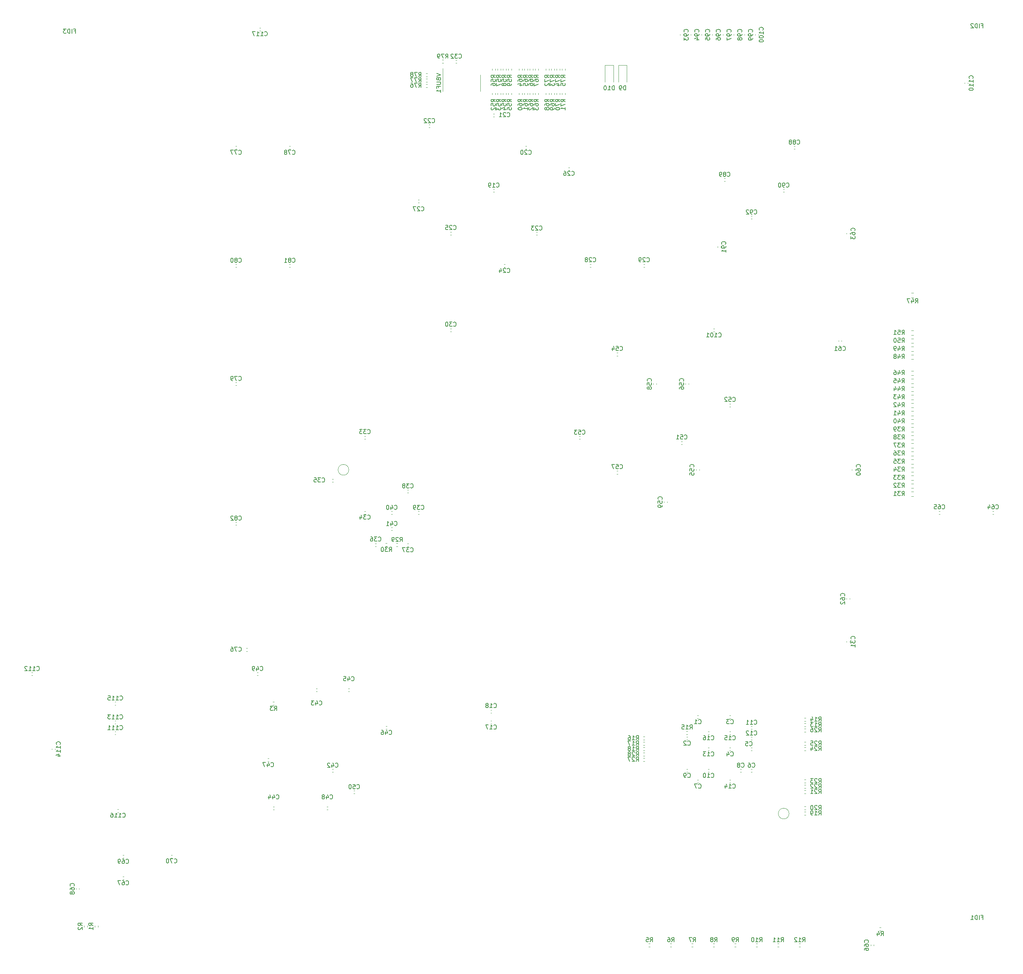
<source format=gbr>
%TF.GenerationSoftware,KiCad,Pcbnew,(7.0.0)*%
%TF.CreationDate,2023-03-30T16:00:28-05:00*%
%TF.ProjectId,Wrap030-ITX,57726170-3033-4302-9d49-54582e6b6963,1*%
%TF.SameCoordinates,Original*%
%TF.FileFunction,Legend,Bot*%
%TF.FilePolarity,Positive*%
%FSLAX46Y46*%
G04 Gerber Fmt 4.6, Leading zero omitted, Abs format (unit mm)*
G04 Created by KiCad (PCBNEW (7.0.0)) date 2023-03-30 16:00:28*
%MOMM*%
%LPD*%
G01*
G04 APERTURE LIST*
%ADD10C,0.150000*%
%ADD11C,0.120000*%
G04 APERTURE END LIST*
D10*
%TO.C,D10*%
X173299285Y-56247380D02*
X173299285Y-55247380D01*
X173299285Y-55247380D02*
X173061190Y-55247380D01*
X173061190Y-55247380D02*
X172918333Y-55295000D01*
X172918333Y-55295000D02*
X172823095Y-55390238D01*
X172823095Y-55390238D02*
X172775476Y-55485476D01*
X172775476Y-55485476D02*
X172727857Y-55675952D01*
X172727857Y-55675952D02*
X172727857Y-55818809D01*
X172727857Y-55818809D02*
X172775476Y-56009285D01*
X172775476Y-56009285D02*
X172823095Y-56104523D01*
X172823095Y-56104523D02*
X172918333Y-56199761D01*
X172918333Y-56199761D02*
X173061190Y-56247380D01*
X173061190Y-56247380D02*
X173299285Y-56247380D01*
X171775476Y-56247380D02*
X172346904Y-56247380D01*
X172061190Y-56247380D02*
X172061190Y-55247380D01*
X172061190Y-55247380D02*
X172156428Y-55390238D01*
X172156428Y-55390238D02*
X172251666Y-55485476D01*
X172251666Y-55485476D02*
X172346904Y-55533095D01*
X171156428Y-55247380D02*
X171061190Y-55247380D01*
X171061190Y-55247380D02*
X170965952Y-55295000D01*
X170965952Y-55295000D02*
X170918333Y-55342619D01*
X170918333Y-55342619D02*
X170870714Y-55437857D01*
X170870714Y-55437857D02*
X170823095Y-55628333D01*
X170823095Y-55628333D02*
X170823095Y-55866428D01*
X170823095Y-55866428D02*
X170870714Y-56056904D01*
X170870714Y-56056904D02*
X170918333Y-56152142D01*
X170918333Y-56152142D02*
X170965952Y-56199761D01*
X170965952Y-56199761D02*
X171061190Y-56247380D01*
X171061190Y-56247380D02*
X171156428Y-56247380D01*
X171156428Y-56247380D02*
X171251666Y-56199761D01*
X171251666Y-56199761D02*
X171299285Y-56152142D01*
X171299285Y-56152142D02*
X171346904Y-56056904D01*
X171346904Y-56056904D02*
X171394523Y-55866428D01*
X171394523Y-55866428D02*
X171394523Y-55628333D01*
X171394523Y-55628333D02*
X171346904Y-55437857D01*
X171346904Y-55437857D02*
X171299285Y-55342619D01*
X171299285Y-55342619D02*
X171251666Y-55295000D01*
X171251666Y-55295000D02*
X171156428Y-55247380D01*
%TO.C,D9*%
X175998094Y-56247380D02*
X175998094Y-55247380D01*
X175998094Y-55247380D02*
X175759999Y-55247380D01*
X175759999Y-55247380D02*
X175617142Y-55295000D01*
X175617142Y-55295000D02*
X175521904Y-55390238D01*
X175521904Y-55390238D02*
X175474285Y-55485476D01*
X175474285Y-55485476D02*
X175426666Y-55675952D01*
X175426666Y-55675952D02*
X175426666Y-55818809D01*
X175426666Y-55818809D02*
X175474285Y-56009285D01*
X175474285Y-56009285D02*
X175521904Y-56104523D01*
X175521904Y-56104523D02*
X175617142Y-56199761D01*
X175617142Y-56199761D02*
X175759999Y-56247380D01*
X175759999Y-56247380D02*
X175998094Y-56247380D01*
X174950475Y-56247380D02*
X174759999Y-56247380D01*
X174759999Y-56247380D02*
X174664761Y-56199761D01*
X174664761Y-56199761D02*
X174617142Y-56152142D01*
X174617142Y-56152142D02*
X174521904Y-56009285D01*
X174521904Y-56009285D02*
X174474285Y-55818809D01*
X174474285Y-55818809D02*
X174474285Y-55437857D01*
X174474285Y-55437857D02*
X174521904Y-55342619D01*
X174521904Y-55342619D02*
X174569523Y-55295000D01*
X174569523Y-55295000D02*
X174664761Y-55247380D01*
X174664761Y-55247380D02*
X174855237Y-55247380D01*
X174855237Y-55247380D02*
X174950475Y-55295000D01*
X174950475Y-55295000D02*
X174998094Y-55342619D01*
X174998094Y-55342619D02*
X175045713Y-55437857D01*
X175045713Y-55437857D02*
X175045713Y-55675952D01*
X175045713Y-55675952D02*
X174998094Y-55771190D01*
X174998094Y-55771190D02*
X174950475Y-55818809D01*
X174950475Y-55818809D02*
X174855237Y-55866428D01*
X174855237Y-55866428D02*
X174664761Y-55866428D01*
X174664761Y-55866428D02*
X174569523Y-55818809D01*
X174569523Y-55818809D02*
X174521904Y-55771190D01*
X174521904Y-55771190D02*
X174474285Y-55675952D01*
%TO.C,R14*%
X221622857Y-205472380D02*
X221956190Y-204996190D01*
X222194285Y-205472380D02*
X222194285Y-204472380D01*
X222194285Y-204472380D02*
X221813333Y-204472380D01*
X221813333Y-204472380D02*
X221718095Y-204520000D01*
X221718095Y-204520000D02*
X221670476Y-204567619D01*
X221670476Y-204567619D02*
X221622857Y-204662857D01*
X221622857Y-204662857D02*
X221622857Y-204805714D01*
X221622857Y-204805714D02*
X221670476Y-204900952D01*
X221670476Y-204900952D02*
X221718095Y-204948571D01*
X221718095Y-204948571D02*
X221813333Y-204996190D01*
X221813333Y-204996190D02*
X222194285Y-204996190D01*
X220670476Y-205472380D02*
X221241904Y-205472380D01*
X220956190Y-205472380D02*
X220956190Y-204472380D01*
X220956190Y-204472380D02*
X221051428Y-204615238D01*
X221051428Y-204615238D02*
X221146666Y-204710476D01*
X221146666Y-204710476D02*
X221241904Y-204758095D01*
X219813333Y-204805714D02*
X219813333Y-205472380D01*
X220051428Y-204424761D02*
X220289523Y-205139047D01*
X220289523Y-205139047D02*
X219670476Y-205139047D01*
%TO.C,R79*%
X133357857Y-48727380D02*
X133691190Y-48251190D01*
X133929285Y-48727380D02*
X133929285Y-47727380D01*
X133929285Y-47727380D02*
X133548333Y-47727380D01*
X133548333Y-47727380D02*
X133453095Y-47775000D01*
X133453095Y-47775000D02*
X133405476Y-47822619D01*
X133405476Y-47822619D02*
X133357857Y-47917857D01*
X133357857Y-47917857D02*
X133357857Y-48060714D01*
X133357857Y-48060714D02*
X133405476Y-48155952D01*
X133405476Y-48155952D02*
X133453095Y-48203571D01*
X133453095Y-48203571D02*
X133548333Y-48251190D01*
X133548333Y-48251190D02*
X133929285Y-48251190D01*
X133024523Y-47727380D02*
X132357857Y-47727380D01*
X132357857Y-47727380D02*
X132786428Y-48727380D01*
X131929285Y-48727380D02*
X131738809Y-48727380D01*
X131738809Y-48727380D02*
X131643571Y-48679761D01*
X131643571Y-48679761D02*
X131595952Y-48632142D01*
X131595952Y-48632142D02*
X131500714Y-48489285D01*
X131500714Y-48489285D02*
X131453095Y-48298809D01*
X131453095Y-48298809D02*
X131453095Y-47917857D01*
X131453095Y-47917857D02*
X131500714Y-47822619D01*
X131500714Y-47822619D02*
X131548333Y-47775000D01*
X131548333Y-47775000D02*
X131643571Y-47727380D01*
X131643571Y-47727380D02*
X131834047Y-47727380D01*
X131834047Y-47727380D02*
X131929285Y-47775000D01*
X131929285Y-47775000D02*
X131976904Y-47822619D01*
X131976904Y-47822619D02*
X132024523Y-47917857D01*
X132024523Y-47917857D02*
X132024523Y-48155952D01*
X132024523Y-48155952D02*
X131976904Y-48251190D01*
X131976904Y-48251190D02*
X131929285Y-48298809D01*
X131929285Y-48298809D02*
X131834047Y-48346428D01*
X131834047Y-48346428D02*
X131643571Y-48346428D01*
X131643571Y-48346428D02*
X131548333Y-48298809D01*
X131548333Y-48298809D02*
X131500714Y-48251190D01*
X131500714Y-48251190D02*
X131453095Y-48155952D01*
%TO.C,R78*%
X127007857Y-53072380D02*
X127341190Y-52596190D01*
X127579285Y-53072380D02*
X127579285Y-52072380D01*
X127579285Y-52072380D02*
X127198333Y-52072380D01*
X127198333Y-52072380D02*
X127103095Y-52120000D01*
X127103095Y-52120000D02*
X127055476Y-52167619D01*
X127055476Y-52167619D02*
X127007857Y-52262857D01*
X127007857Y-52262857D02*
X127007857Y-52405714D01*
X127007857Y-52405714D02*
X127055476Y-52500952D01*
X127055476Y-52500952D02*
X127103095Y-52548571D01*
X127103095Y-52548571D02*
X127198333Y-52596190D01*
X127198333Y-52596190D02*
X127579285Y-52596190D01*
X126674523Y-52072380D02*
X126007857Y-52072380D01*
X126007857Y-52072380D02*
X126436428Y-53072380D01*
X125484047Y-52500952D02*
X125579285Y-52453333D01*
X125579285Y-52453333D02*
X125626904Y-52405714D01*
X125626904Y-52405714D02*
X125674523Y-52310476D01*
X125674523Y-52310476D02*
X125674523Y-52262857D01*
X125674523Y-52262857D02*
X125626904Y-52167619D01*
X125626904Y-52167619D02*
X125579285Y-52120000D01*
X125579285Y-52120000D02*
X125484047Y-52072380D01*
X125484047Y-52072380D02*
X125293571Y-52072380D01*
X125293571Y-52072380D02*
X125198333Y-52120000D01*
X125198333Y-52120000D02*
X125150714Y-52167619D01*
X125150714Y-52167619D02*
X125103095Y-52262857D01*
X125103095Y-52262857D02*
X125103095Y-52310476D01*
X125103095Y-52310476D02*
X125150714Y-52405714D01*
X125150714Y-52405714D02*
X125198333Y-52453333D01*
X125198333Y-52453333D02*
X125293571Y-52500952D01*
X125293571Y-52500952D02*
X125484047Y-52500952D01*
X125484047Y-52500952D02*
X125579285Y-52548571D01*
X125579285Y-52548571D02*
X125626904Y-52596190D01*
X125626904Y-52596190D02*
X125674523Y-52691428D01*
X125674523Y-52691428D02*
X125674523Y-52881904D01*
X125674523Y-52881904D02*
X125626904Y-52977142D01*
X125626904Y-52977142D02*
X125579285Y-53024761D01*
X125579285Y-53024761D02*
X125484047Y-53072380D01*
X125484047Y-53072380D02*
X125293571Y-53072380D01*
X125293571Y-53072380D02*
X125198333Y-53024761D01*
X125198333Y-53024761D02*
X125150714Y-52977142D01*
X125150714Y-52977142D02*
X125103095Y-52881904D01*
X125103095Y-52881904D02*
X125103095Y-52691428D01*
X125103095Y-52691428D02*
X125150714Y-52596190D01*
X125150714Y-52596190D02*
X125198333Y-52548571D01*
X125198333Y-52548571D02*
X125293571Y-52500952D01*
%TO.C,R77*%
X127007857Y-54342380D02*
X127341190Y-53866190D01*
X127579285Y-54342380D02*
X127579285Y-53342380D01*
X127579285Y-53342380D02*
X127198333Y-53342380D01*
X127198333Y-53342380D02*
X127103095Y-53390000D01*
X127103095Y-53390000D02*
X127055476Y-53437619D01*
X127055476Y-53437619D02*
X127007857Y-53532857D01*
X127007857Y-53532857D02*
X127007857Y-53675714D01*
X127007857Y-53675714D02*
X127055476Y-53770952D01*
X127055476Y-53770952D02*
X127103095Y-53818571D01*
X127103095Y-53818571D02*
X127198333Y-53866190D01*
X127198333Y-53866190D02*
X127579285Y-53866190D01*
X126674523Y-53342380D02*
X126007857Y-53342380D01*
X126007857Y-53342380D02*
X126436428Y-54342380D01*
X125722142Y-53342380D02*
X125055476Y-53342380D01*
X125055476Y-53342380D02*
X125484047Y-54342380D01*
%TO.C,R76*%
X127007857Y-55612380D02*
X127341190Y-55136190D01*
X127579285Y-55612380D02*
X127579285Y-54612380D01*
X127579285Y-54612380D02*
X127198333Y-54612380D01*
X127198333Y-54612380D02*
X127103095Y-54660000D01*
X127103095Y-54660000D02*
X127055476Y-54707619D01*
X127055476Y-54707619D02*
X127007857Y-54802857D01*
X127007857Y-54802857D02*
X127007857Y-54945714D01*
X127007857Y-54945714D02*
X127055476Y-55040952D01*
X127055476Y-55040952D02*
X127103095Y-55088571D01*
X127103095Y-55088571D02*
X127198333Y-55136190D01*
X127198333Y-55136190D02*
X127579285Y-55136190D01*
X126674523Y-54612380D02*
X126007857Y-54612380D01*
X126007857Y-54612380D02*
X126436428Y-55612380D01*
X125198333Y-54612380D02*
X125388809Y-54612380D01*
X125388809Y-54612380D02*
X125484047Y-54660000D01*
X125484047Y-54660000D02*
X125531666Y-54707619D01*
X125531666Y-54707619D02*
X125626904Y-54850476D01*
X125626904Y-54850476D02*
X125674523Y-55040952D01*
X125674523Y-55040952D02*
X125674523Y-55421904D01*
X125674523Y-55421904D02*
X125626904Y-55517142D01*
X125626904Y-55517142D02*
X125579285Y-55564761D01*
X125579285Y-55564761D02*
X125484047Y-55612380D01*
X125484047Y-55612380D02*
X125293571Y-55612380D01*
X125293571Y-55612380D02*
X125198333Y-55564761D01*
X125198333Y-55564761D02*
X125150714Y-55517142D01*
X125150714Y-55517142D02*
X125103095Y-55421904D01*
X125103095Y-55421904D02*
X125103095Y-55183809D01*
X125103095Y-55183809D02*
X125150714Y-55088571D01*
X125150714Y-55088571D02*
X125198333Y-55040952D01*
X125198333Y-55040952D02*
X125293571Y-54993333D01*
X125293571Y-54993333D02*
X125484047Y-54993333D01*
X125484047Y-54993333D02*
X125579285Y-55040952D01*
X125579285Y-55040952D02*
X125626904Y-55088571D01*
X125626904Y-55088571D02*
X125674523Y-55183809D01*
%TO.C,R75*%
X161657380Y-53332142D02*
X161181190Y-52998809D01*
X161657380Y-52760714D02*
X160657380Y-52760714D01*
X160657380Y-52760714D02*
X160657380Y-53141666D01*
X160657380Y-53141666D02*
X160705000Y-53236904D01*
X160705000Y-53236904D02*
X160752619Y-53284523D01*
X160752619Y-53284523D02*
X160847857Y-53332142D01*
X160847857Y-53332142D02*
X160990714Y-53332142D01*
X160990714Y-53332142D02*
X161085952Y-53284523D01*
X161085952Y-53284523D02*
X161133571Y-53236904D01*
X161133571Y-53236904D02*
X161181190Y-53141666D01*
X161181190Y-53141666D02*
X161181190Y-52760714D01*
X160657380Y-53665476D02*
X160657380Y-54332142D01*
X160657380Y-54332142D02*
X161657380Y-53903571D01*
X160657380Y-55189285D02*
X160657380Y-54713095D01*
X160657380Y-54713095D02*
X161133571Y-54665476D01*
X161133571Y-54665476D02*
X161085952Y-54713095D01*
X161085952Y-54713095D02*
X161038333Y-54808333D01*
X161038333Y-54808333D02*
X161038333Y-55046428D01*
X161038333Y-55046428D02*
X161085952Y-55141666D01*
X161085952Y-55141666D02*
X161133571Y-55189285D01*
X161133571Y-55189285D02*
X161228809Y-55236904D01*
X161228809Y-55236904D02*
X161466904Y-55236904D01*
X161466904Y-55236904D02*
X161562142Y-55189285D01*
X161562142Y-55189285D02*
X161609761Y-55141666D01*
X161609761Y-55141666D02*
X161657380Y-55046428D01*
X161657380Y-55046428D02*
X161657380Y-54808333D01*
X161657380Y-54808333D02*
X161609761Y-54713095D01*
X161609761Y-54713095D02*
X161562142Y-54665476D01*
%TO.C,R74*%
X160387380Y-53332142D02*
X159911190Y-52998809D01*
X160387380Y-52760714D02*
X159387380Y-52760714D01*
X159387380Y-52760714D02*
X159387380Y-53141666D01*
X159387380Y-53141666D02*
X159435000Y-53236904D01*
X159435000Y-53236904D02*
X159482619Y-53284523D01*
X159482619Y-53284523D02*
X159577857Y-53332142D01*
X159577857Y-53332142D02*
X159720714Y-53332142D01*
X159720714Y-53332142D02*
X159815952Y-53284523D01*
X159815952Y-53284523D02*
X159863571Y-53236904D01*
X159863571Y-53236904D02*
X159911190Y-53141666D01*
X159911190Y-53141666D02*
X159911190Y-52760714D01*
X159387380Y-53665476D02*
X159387380Y-54332142D01*
X159387380Y-54332142D02*
X160387380Y-53903571D01*
X159720714Y-55141666D02*
X160387380Y-55141666D01*
X159339761Y-54903571D02*
X160054047Y-54665476D01*
X160054047Y-54665476D02*
X160054047Y-55284523D01*
%TO.C,R73*%
X159117380Y-53332142D02*
X158641190Y-52998809D01*
X159117380Y-52760714D02*
X158117380Y-52760714D01*
X158117380Y-52760714D02*
X158117380Y-53141666D01*
X158117380Y-53141666D02*
X158165000Y-53236904D01*
X158165000Y-53236904D02*
X158212619Y-53284523D01*
X158212619Y-53284523D02*
X158307857Y-53332142D01*
X158307857Y-53332142D02*
X158450714Y-53332142D01*
X158450714Y-53332142D02*
X158545952Y-53284523D01*
X158545952Y-53284523D02*
X158593571Y-53236904D01*
X158593571Y-53236904D02*
X158641190Y-53141666D01*
X158641190Y-53141666D02*
X158641190Y-52760714D01*
X158117380Y-53665476D02*
X158117380Y-54332142D01*
X158117380Y-54332142D02*
X159117380Y-53903571D01*
X158117380Y-54617857D02*
X158117380Y-55236904D01*
X158117380Y-55236904D02*
X158498333Y-54903571D01*
X158498333Y-54903571D02*
X158498333Y-55046428D01*
X158498333Y-55046428D02*
X158545952Y-55141666D01*
X158545952Y-55141666D02*
X158593571Y-55189285D01*
X158593571Y-55189285D02*
X158688809Y-55236904D01*
X158688809Y-55236904D02*
X158926904Y-55236904D01*
X158926904Y-55236904D02*
X159022142Y-55189285D01*
X159022142Y-55189285D02*
X159069761Y-55141666D01*
X159069761Y-55141666D02*
X159117380Y-55046428D01*
X159117380Y-55046428D02*
X159117380Y-54760714D01*
X159117380Y-54760714D02*
X159069761Y-54665476D01*
X159069761Y-54665476D02*
X159022142Y-54617857D01*
%TO.C,R72*%
X157847380Y-53332142D02*
X157371190Y-52998809D01*
X157847380Y-52760714D02*
X156847380Y-52760714D01*
X156847380Y-52760714D02*
X156847380Y-53141666D01*
X156847380Y-53141666D02*
X156895000Y-53236904D01*
X156895000Y-53236904D02*
X156942619Y-53284523D01*
X156942619Y-53284523D02*
X157037857Y-53332142D01*
X157037857Y-53332142D02*
X157180714Y-53332142D01*
X157180714Y-53332142D02*
X157275952Y-53284523D01*
X157275952Y-53284523D02*
X157323571Y-53236904D01*
X157323571Y-53236904D02*
X157371190Y-53141666D01*
X157371190Y-53141666D02*
X157371190Y-52760714D01*
X156847380Y-53665476D02*
X156847380Y-54332142D01*
X156847380Y-54332142D02*
X157847380Y-53903571D01*
X156942619Y-54665476D02*
X156895000Y-54713095D01*
X156895000Y-54713095D02*
X156847380Y-54808333D01*
X156847380Y-54808333D02*
X156847380Y-55046428D01*
X156847380Y-55046428D02*
X156895000Y-55141666D01*
X156895000Y-55141666D02*
X156942619Y-55189285D01*
X156942619Y-55189285D02*
X157037857Y-55236904D01*
X157037857Y-55236904D02*
X157133095Y-55236904D01*
X157133095Y-55236904D02*
X157275952Y-55189285D01*
X157275952Y-55189285D02*
X157847380Y-54617857D01*
X157847380Y-54617857D02*
X157847380Y-55236904D01*
%TO.C,R71*%
X161657380Y-59047142D02*
X161181190Y-58713809D01*
X161657380Y-58475714D02*
X160657380Y-58475714D01*
X160657380Y-58475714D02*
X160657380Y-58856666D01*
X160657380Y-58856666D02*
X160705000Y-58951904D01*
X160705000Y-58951904D02*
X160752619Y-58999523D01*
X160752619Y-58999523D02*
X160847857Y-59047142D01*
X160847857Y-59047142D02*
X160990714Y-59047142D01*
X160990714Y-59047142D02*
X161085952Y-58999523D01*
X161085952Y-58999523D02*
X161133571Y-58951904D01*
X161133571Y-58951904D02*
X161181190Y-58856666D01*
X161181190Y-58856666D02*
X161181190Y-58475714D01*
X160657380Y-59380476D02*
X160657380Y-60047142D01*
X160657380Y-60047142D02*
X161657380Y-59618571D01*
X161657380Y-60951904D02*
X161657380Y-60380476D01*
X161657380Y-60666190D02*
X160657380Y-60666190D01*
X160657380Y-60666190D02*
X160800238Y-60570952D01*
X160800238Y-60570952D02*
X160895476Y-60475714D01*
X160895476Y-60475714D02*
X160943095Y-60380476D01*
%TO.C,R70*%
X160387380Y-59047142D02*
X159911190Y-58713809D01*
X160387380Y-58475714D02*
X159387380Y-58475714D01*
X159387380Y-58475714D02*
X159387380Y-58856666D01*
X159387380Y-58856666D02*
X159435000Y-58951904D01*
X159435000Y-58951904D02*
X159482619Y-58999523D01*
X159482619Y-58999523D02*
X159577857Y-59047142D01*
X159577857Y-59047142D02*
X159720714Y-59047142D01*
X159720714Y-59047142D02*
X159815952Y-58999523D01*
X159815952Y-58999523D02*
X159863571Y-58951904D01*
X159863571Y-58951904D02*
X159911190Y-58856666D01*
X159911190Y-58856666D02*
X159911190Y-58475714D01*
X159387380Y-59380476D02*
X159387380Y-60047142D01*
X159387380Y-60047142D02*
X160387380Y-59618571D01*
X159387380Y-60618571D02*
X159387380Y-60713809D01*
X159387380Y-60713809D02*
X159435000Y-60809047D01*
X159435000Y-60809047D02*
X159482619Y-60856666D01*
X159482619Y-60856666D02*
X159577857Y-60904285D01*
X159577857Y-60904285D02*
X159768333Y-60951904D01*
X159768333Y-60951904D02*
X160006428Y-60951904D01*
X160006428Y-60951904D02*
X160196904Y-60904285D01*
X160196904Y-60904285D02*
X160292142Y-60856666D01*
X160292142Y-60856666D02*
X160339761Y-60809047D01*
X160339761Y-60809047D02*
X160387380Y-60713809D01*
X160387380Y-60713809D02*
X160387380Y-60618571D01*
X160387380Y-60618571D02*
X160339761Y-60523333D01*
X160339761Y-60523333D02*
X160292142Y-60475714D01*
X160292142Y-60475714D02*
X160196904Y-60428095D01*
X160196904Y-60428095D02*
X160006428Y-60380476D01*
X160006428Y-60380476D02*
X159768333Y-60380476D01*
X159768333Y-60380476D02*
X159577857Y-60428095D01*
X159577857Y-60428095D02*
X159482619Y-60475714D01*
X159482619Y-60475714D02*
X159435000Y-60523333D01*
X159435000Y-60523333D02*
X159387380Y-60618571D01*
%TO.C,R69*%
X159117380Y-59047142D02*
X158641190Y-58713809D01*
X159117380Y-58475714D02*
X158117380Y-58475714D01*
X158117380Y-58475714D02*
X158117380Y-58856666D01*
X158117380Y-58856666D02*
X158165000Y-58951904D01*
X158165000Y-58951904D02*
X158212619Y-58999523D01*
X158212619Y-58999523D02*
X158307857Y-59047142D01*
X158307857Y-59047142D02*
X158450714Y-59047142D01*
X158450714Y-59047142D02*
X158545952Y-58999523D01*
X158545952Y-58999523D02*
X158593571Y-58951904D01*
X158593571Y-58951904D02*
X158641190Y-58856666D01*
X158641190Y-58856666D02*
X158641190Y-58475714D01*
X158117380Y-59904285D02*
X158117380Y-59713809D01*
X158117380Y-59713809D02*
X158165000Y-59618571D01*
X158165000Y-59618571D02*
X158212619Y-59570952D01*
X158212619Y-59570952D02*
X158355476Y-59475714D01*
X158355476Y-59475714D02*
X158545952Y-59428095D01*
X158545952Y-59428095D02*
X158926904Y-59428095D01*
X158926904Y-59428095D02*
X159022142Y-59475714D01*
X159022142Y-59475714D02*
X159069761Y-59523333D01*
X159069761Y-59523333D02*
X159117380Y-59618571D01*
X159117380Y-59618571D02*
X159117380Y-59809047D01*
X159117380Y-59809047D02*
X159069761Y-59904285D01*
X159069761Y-59904285D02*
X159022142Y-59951904D01*
X159022142Y-59951904D02*
X158926904Y-59999523D01*
X158926904Y-59999523D02*
X158688809Y-59999523D01*
X158688809Y-59999523D02*
X158593571Y-59951904D01*
X158593571Y-59951904D02*
X158545952Y-59904285D01*
X158545952Y-59904285D02*
X158498333Y-59809047D01*
X158498333Y-59809047D02*
X158498333Y-59618571D01*
X158498333Y-59618571D02*
X158545952Y-59523333D01*
X158545952Y-59523333D02*
X158593571Y-59475714D01*
X158593571Y-59475714D02*
X158688809Y-59428095D01*
X159117380Y-60475714D02*
X159117380Y-60666190D01*
X159117380Y-60666190D02*
X159069761Y-60761428D01*
X159069761Y-60761428D02*
X159022142Y-60809047D01*
X159022142Y-60809047D02*
X158879285Y-60904285D01*
X158879285Y-60904285D02*
X158688809Y-60951904D01*
X158688809Y-60951904D02*
X158307857Y-60951904D01*
X158307857Y-60951904D02*
X158212619Y-60904285D01*
X158212619Y-60904285D02*
X158165000Y-60856666D01*
X158165000Y-60856666D02*
X158117380Y-60761428D01*
X158117380Y-60761428D02*
X158117380Y-60570952D01*
X158117380Y-60570952D02*
X158165000Y-60475714D01*
X158165000Y-60475714D02*
X158212619Y-60428095D01*
X158212619Y-60428095D02*
X158307857Y-60380476D01*
X158307857Y-60380476D02*
X158545952Y-60380476D01*
X158545952Y-60380476D02*
X158641190Y-60428095D01*
X158641190Y-60428095D02*
X158688809Y-60475714D01*
X158688809Y-60475714D02*
X158736428Y-60570952D01*
X158736428Y-60570952D02*
X158736428Y-60761428D01*
X158736428Y-60761428D02*
X158688809Y-60856666D01*
X158688809Y-60856666D02*
X158641190Y-60904285D01*
X158641190Y-60904285D02*
X158545952Y-60951904D01*
%TO.C,R68*%
X157847380Y-59047142D02*
X157371190Y-58713809D01*
X157847380Y-58475714D02*
X156847380Y-58475714D01*
X156847380Y-58475714D02*
X156847380Y-58856666D01*
X156847380Y-58856666D02*
X156895000Y-58951904D01*
X156895000Y-58951904D02*
X156942619Y-58999523D01*
X156942619Y-58999523D02*
X157037857Y-59047142D01*
X157037857Y-59047142D02*
X157180714Y-59047142D01*
X157180714Y-59047142D02*
X157275952Y-58999523D01*
X157275952Y-58999523D02*
X157323571Y-58951904D01*
X157323571Y-58951904D02*
X157371190Y-58856666D01*
X157371190Y-58856666D02*
X157371190Y-58475714D01*
X156847380Y-59904285D02*
X156847380Y-59713809D01*
X156847380Y-59713809D02*
X156895000Y-59618571D01*
X156895000Y-59618571D02*
X156942619Y-59570952D01*
X156942619Y-59570952D02*
X157085476Y-59475714D01*
X157085476Y-59475714D02*
X157275952Y-59428095D01*
X157275952Y-59428095D02*
X157656904Y-59428095D01*
X157656904Y-59428095D02*
X157752142Y-59475714D01*
X157752142Y-59475714D02*
X157799761Y-59523333D01*
X157799761Y-59523333D02*
X157847380Y-59618571D01*
X157847380Y-59618571D02*
X157847380Y-59809047D01*
X157847380Y-59809047D02*
X157799761Y-59904285D01*
X157799761Y-59904285D02*
X157752142Y-59951904D01*
X157752142Y-59951904D02*
X157656904Y-59999523D01*
X157656904Y-59999523D02*
X157418809Y-59999523D01*
X157418809Y-59999523D02*
X157323571Y-59951904D01*
X157323571Y-59951904D02*
X157275952Y-59904285D01*
X157275952Y-59904285D02*
X157228333Y-59809047D01*
X157228333Y-59809047D02*
X157228333Y-59618571D01*
X157228333Y-59618571D02*
X157275952Y-59523333D01*
X157275952Y-59523333D02*
X157323571Y-59475714D01*
X157323571Y-59475714D02*
X157418809Y-59428095D01*
X157275952Y-60570952D02*
X157228333Y-60475714D01*
X157228333Y-60475714D02*
X157180714Y-60428095D01*
X157180714Y-60428095D02*
X157085476Y-60380476D01*
X157085476Y-60380476D02*
X157037857Y-60380476D01*
X157037857Y-60380476D02*
X156942619Y-60428095D01*
X156942619Y-60428095D02*
X156895000Y-60475714D01*
X156895000Y-60475714D02*
X156847380Y-60570952D01*
X156847380Y-60570952D02*
X156847380Y-60761428D01*
X156847380Y-60761428D02*
X156895000Y-60856666D01*
X156895000Y-60856666D02*
X156942619Y-60904285D01*
X156942619Y-60904285D02*
X157037857Y-60951904D01*
X157037857Y-60951904D02*
X157085476Y-60951904D01*
X157085476Y-60951904D02*
X157180714Y-60904285D01*
X157180714Y-60904285D02*
X157228333Y-60856666D01*
X157228333Y-60856666D02*
X157275952Y-60761428D01*
X157275952Y-60761428D02*
X157275952Y-60570952D01*
X157275952Y-60570952D02*
X157323571Y-60475714D01*
X157323571Y-60475714D02*
X157371190Y-60428095D01*
X157371190Y-60428095D02*
X157466428Y-60380476D01*
X157466428Y-60380476D02*
X157656904Y-60380476D01*
X157656904Y-60380476D02*
X157752142Y-60428095D01*
X157752142Y-60428095D02*
X157799761Y-60475714D01*
X157799761Y-60475714D02*
X157847380Y-60570952D01*
X157847380Y-60570952D02*
X157847380Y-60761428D01*
X157847380Y-60761428D02*
X157799761Y-60856666D01*
X157799761Y-60856666D02*
X157752142Y-60904285D01*
X157752142Y-60904285D02*
X157656904Y-60951904D01*
X157656904Y-60951904D02*
X157466428Y-60951904D01*
X157466428Y-60951904D02*
X157371190Y-60904285D01*
X157371190Y-60904285D02*
X157323571Y-60856666D01*
X157323571Y-60856666D02*
X157275952Y-60761428D01*
%TO.C,R67*%
X155307380Y-53332142D02*
X154831190Y-52998809D01*
X155307380Y-52760714D02*
X154307380Y-52760714D01*
X154307380Y-52760714D02*
X154307380Y-53141666D01*
X154307380Y-53141666D02*
X154355000Y-53236904D01*
X154355000Y-53236904D02*
X154402619Y-53284523D01*
X154402619Y-53284523D02*
X154497857Y-53332142D01*
X154497857Y-53332142D02*
X154640714Y-53332142D01*
X154640714Y-53332142D02*
X154735952Y-53284523D01*
X154735952Y-53284523D02*
X154783571Y-53236904D01*
X154783571Y-53236904D02*
X154831190Y-53141666D01*
X154831190Y-53141666D02*
X154831190Y-52760714D01*
X154307380Y-54189285D02*
X154307380Y-53998809D01*
X154307380Y-53998809D02*
X154355000Y-53903571D01*
X154355000Y-53903571D02*
X154402619Y-53855952D01*
X154402619Y-53855952D02*
X154545476Y-53760714D01*
X154545476Y-53760714D02*
X154735952Y-53713095D01*
X154735952Y-53713095D02*
X155116904Y-53713095D01*
X155116904Y-53713095D02*
X155212142Y-53760714D01*
X155212142Y-53760714D02*
X155259761Y-53808333D01*
X155259761Y-53808333D02*
X155307380Y-53903571D01*
X155307380Y-53903571D02*
X155307380Y-54094047D01*
X155307380Y-54094047D02*
X155259761Y-54189285D01*
X155259761Y-54189285D02*
X155212142Y-54236904D01*
X155212142Y-54236904D02*
X155116904Y-54284523D01*
X155116904Y-54284523D02*
X154878809Y-54284523D01*
X154878809Y-54284523D02*
X154783571Y-54236904D01*
X154783571Y-54236904D02*
X154735952Y-54189285D01*
X154735952Y-54189285D02*
X154688333Y-54094047D01*
X154688333Y-54094047D02*
X154688333Y-53903571D01*
X154688333Y-53903571D02*
X154735952Y-53808333D01*
X154735952Y-53808333D02*
X154783571Y-53760714D01*
X154783571Y-53760714D02*
X154878809Y-53713095D01*
X154307380Y-54617857D02*
X154307380Y-55284523D01*
X154307380Y-55284523D02*
X155307380Y-54855952D01*
%TO.C,R66*%
X154037380Y-53332142D02*
X153561190Y-52998809D01*
X154037380Y-52760714D02*
X153037380Y-52760714D01*
X153037380Y-52760714D02*
X153037380Y-53141666D01*
X153037380Y-53141666D02*
X153085000Y-53236904D01*
X153085000Y-53236904D02*
X153132619Y-53284523D01*
X153132619Y-53284523D02*
X153227857Y-53332142D01*
X153227857Y-53332142D02*
X153370714Y-53332142D01*
X153370714Y-53332142D02*
X153465952Y-53284523D01*
X153465952Y-53284523D02*
X153513571Y-53236904D01*
X153513571Y-53236904D02*
X153561190Y-53141666D01*
X153561190Y-53141666D02*
X153561190Y-52760714D01*
X153037380Y-54189285D02*
X153037380Y-53998809D01*
X153037380Y-53998809D02*
X153085000Y-53903571D01*
X153085000Y-53903571D02*
X153132619Y-53855952D01*
X153132619Y-53855952D02*
X153275476Y-53760714D01*
X153275476Y-53760714D02*
X153465952Y-53713095D01*
X153465952Y-53713095D02*
X153846904Y-53713095D01*
X153846904Y-53713095D02*
X153942142Y-53760714D01*
X153942142Y-53760714D02*
X153989761Y-53808333D01*
X153989761Y-53808333D02*
X154037380Y-53903571D01*
X154037380Y-53903571D02*
X154037380Y-54094047D01*
X154037380Y-54094047D02*
X153989761Y-54189285D01*
X153989761Y-54189285D02*
X153942142Y-54236904D01*
X153942142Y-54236904D02*
X153846904Y-54284523D01*
X153846904Y-54284523D02*
X153608809Y-54284523D01*
X153608809Y-54284523D02*
X153513571Y-54236904D01*
X153513571Y-54236904D02*
X153465952Y-54189285D01*
X153465952Y-54189285D02*
X153418333Y-54094047D01*
X153418333Y-54094047D02*
X153418333Y-53903571D01*
X153418333Y-53903571D02*
X153465952Y-53808333D01*
X153465952Y-53808333D02*
X153513571Y-53760714D01*
X153513571Y-53760714D02*
X153608809Y-53713095D01*
X153037380Y-55141666D02*
X153037380Y-54951190D01*
X153037380Y-54951190D02*
X153085000Y-54855952D01*
X153085000Y-54855952D02*
X153132619Y-54808333D01*
X153132619Y-54808333D02*
X153275476Y-54713095D01*
X153275476Y-54713095D02*
X153465952Y-54665476D01*
X153465952Y-54665476D02*
X153846904Y-54665476D01*
X153846904Y-54665476D02*
X153942142Y-54713095D01*
X153942142Y-54713095D02*
X153989761Y-54760714D01*
X153989761Y-54760714D02*
X154037380Y-54855952D01*
X154037380Y-54855952D02*
X154037380Y-55046428D01*
X154037380Y-55046428D02*
X153989761Y-55141666D01*
X153989761Y-55141666D02*
X153942142Y-55189285D01*
X153942142Y-55189285D02*
X153846904Y-55236904D01*
X153846904Y-55236904D02*
X153608809Y-55236904D01*
X153608809Y-55236904D02*
X153513571Y-55189285D01*
X153513571Y-55189285D02*
X153465952Y-55141666D01*
X153465952Y-55141666D02*
X153418333Y-55046428D01*
X153418333Y-55046428D02*
X153418333Y-54855952D01*
X153418333Y-54855952D02*
X153465952Y-54760714D01*
X153465952Y-54760714D02*
X153513571Y-54713095D01*
X153513571Y-54713095D02*
X153608809Y-54665476D01*
%TO.C,R65*%
X152767381Y-53332142D02*
X152291191Y-52998809D01*
X152767381Y-52760714D02*
X151767381Y-52760714D01*
X151767381Y-52760714D02*
X151767381Y-53141666D01*
X151767381Y-53141666D02*
X151815001Y-53236904D01*
X151815001Y-53236904D02*
X151862620Y-53284523D01*
X151862620Y-53284523D02*
X151957858Y-53332142D01*
X151957858Y-53332142D02*
X152100715Y-53332142D01*
X152100715Y-53332142D02*
X152195953Y-53284523D01*
X152195953Y-53284523D02*
X152243572Y-53236904D01*
X152243572Y-53236904D02*
X152291191Y-53141666D01*
X152291191Y-53141666D02*
X152291191Y-52760714D01*
X151767381Y-54189285D02*
X151767381Y-53998809D01*
X151767381Y-53998809D02*
X151815001Y-53903571D01*
X151815001Y-53903571D02*
X151862620Y-53855952D01*
X151862620Y-53855952D02*
X152005477Y-53760714D01*
X152005477Y-53760714D02*
X152195953Y-53713095D01*
X152195953Y-53713095D02*
X152576905Y-53713095D01*
X152576905Y-53713095D02*
X152672143Y-53760714D01*
X152672143Y-53760714D02*
X152719762Y-53808333D01*
X152719762Y-53808333D02*
X152767381Y-53903571D01*
X152767381Y-53903571D02*
X152767381Y-54094047D01*
X152767381Y-54094047D02*
X152719762Y-54189285D01*
X152719762Y-54189285D02*
X152672143Y-54236904D01*
X152672143Y-54236904D02*
X152576905Y-54284523D01*
X152576905Y-54284523D02*
X152338810Y-54284523D01*
X152338810Y-54284523D02*
X152243572Y-54236904D01*
X152243572Y-54236904D02*
X152195953Y-54189285D01*
X152195953Y-54189285D02*
X152148334Y-54094047D01*
X152148334Y-54094047D02*
X152148334Y-53903571D01*
X152148334Y-53903571D02*
X152195953Y-53808333D01*
X152195953Y-53808333D02*
X152243572Y-53760714D01*
X152243572Y-53760714D02*
X152338810Y-53713095D01*
X151767381Y-55189285D02*
X151767381Y-54713095D01*
X151767381Y-54713095D02*
X152243572Y-54665476D01*
X152243572Y-54665476D02*
X152195953Y-54713095D01*
X152195953Y-54713095D02*
X152148334Y-54808333D01*
X152148334Y-54808333D02*
X152148334Y-55046428D01*
X152148334Y-55046428D02*
X152195953Y-55141666D01*
X152195953Y-55141666D02*
X152243572Y-55189285D01*
X152243572Y-55189285D02*
X152338810Y-55236904D01*
X152338810Y-55236904D02*
X152576905Y-55236904D01*
X152576905Y-55236904D02*
X152672143Y-55189285D01*
X152672143Y-55189285D02*
X152719762Y-55141666D01*
X152719762Y-55141666D02*
X152767381Y-55046428D01*
X152767381Y-55046428D02*
X152767381Y-54808333D01*
X152767381Y-54808333D02*
X152719762Y-54713095D01*
X152719762Y-54713095D02*
X152672143Y-54665476D01*
%TO.C,R64*%
X151497380Y-53332142D02*
X151021190Y-52998809D01*
X151497380Y-52760714D02*
X150497380Y-52760714D01*
X150497380Y-52760714D02*
X150497380Y-53141666D01*
X150497380Y-53141666D02*
X150545000Y-53236904D01*
X150545000Y-53236904D02*
X150592619Y-53284523D01*
X150592619Y-53284523D02*
X150687857Y-53332142D01*
X150687857Y-53332142D02*
X150830714Y-53332142D01*
X150830714Y-53332142D02*
X150925952Y-53284523D01*
X150925952Y-53284523D02*
X150973571Y-53236904D01*
X150973571Y-53236904D02*
X151021190Y-53141666D01*
X151021190Y-53141666D02*
X151021190Y-52760714D01*
X150497380Y-54189285D02*
X150497380Y-53998809D01*
X150497380Y-53998809D02*
X150545000Y-53903571D01*
X150545000Y-53903571D02*
X150592619Y-53855952D01*
X150592619Y-53855952D02*
X150735476Y-53760714D01*
X150735476Y-53760714D02*
X150925952Y-53713095D01*
X150925952Y-53713095D02*
X151306904Y-53713095D01*
X151306904Y-53713095D02*
X151402142Y-53760714D01*
X151402142Y-53760714D02*
X151449761Y-53808333D01*
X151449761Y-53808333D02*
X151497380Y-53903571D01*
X151497380Y-53903571D02*
X151497380Y-54094047D01*
X151497380Y-54094047D02*
X151449761Y-54189285D01*
X151449761Y-54189285D02*
X151402142Y-54236904D01*
X151402142Y-54236904D02*
X151306904Y-54284523D01*
X151306904Y-54284523D02*
X151068809Y-54284523D01*
X151068809Y-54284523D02*
X150973571Y-54236904D01*
X150973571Y-54236904D02*
X150925952Y-54189285D01*
X150925952Y-54189285D02*
X150878333Y-54094047D01*
X150878333Y-54094047D02*
X150878333Y-53903571D01*
X150878333Y-53903571D02*
X150925952Y-53808333D01*
X150925952Y-53808333D02*
X150973571Y-53760714D01*
X150973571Y-53760714D02*
X151068809Y-53713095D01*
X150830714Y-55141666D02*
X151497380Y-55141666D01*
X150449761Y-54903571D02*
X151164047Y-54665476D01*
X151164047Y-54665476D02*
X151164047Y-55284523D01*
%TO.C,R63*%
X155307380Y-59047142D02*
X154831190Y-58713809D01*
X155307380Y-58475714D02*
X154307380Y-58475714D01*
X154307380Y-58475714D02*
X154307380Y-58856666D01*
X154307380Y-58856666D02*
X154355000Y-58951904D01*
X154355000Y-58951904D02*
X154402619Y-58999523D01*
X154402619Y-58999523D02*
X154497857Y-59047142D01*
X154497857Y-59047142D02*
X154640714Y-59047142D01*
X154640714Y-59047142D02*
X154735952Y-58999523D01*
X154735952Y-58999523D02*
X154783571Y-58951904D01*
X154783571Y-58951904D02*
X154831190Y-58856666D01*
X154831190Y-58856666D02*
X154831190Y-58475714D01*
X154307380Y-59904285D02*
X154307380Y-59713809D01*
X154307380Y-59713809D02*
X154355000Y-59618571D01*
X154355000Y-59618571D02*
X154402619Y-59570952D01*
X154402619Y-59570952D02*
X154545476Y-59475714D01*
X154545476Y-59475714D02*
X154735952Y-59428095D01*
X154735952Y-59428095D02*
X155116904Y-59428095D01*
X155116904Y-59428095D02*
X155212142Y-59475714D01*
X155212142Y-59475714D02*
X155259761Y-59523333D01*
X155259761Y-59523333D02*
X155307380Y-59618571D01*
X155307380Y-59618571D02*
X155307380Y-59809047D01*
X155307380Y-59809047D02*
X155259761Y-59904285D01*
X155259761Y-59904285D02*
X155212142Y-59951904D01*
X155212142Y-59951904D02*
X155116904Y-59999523D01*
X155116904Y-59999523D02*
X154878809Y-59999523D01*
X154878809Y-59999523D02*
X154783571Y-59951904D01*
X154783571Y-59951904D02*
X154735952Y-59904285D01*
X154735952Y-59904285D02*
X154688333Y-59809047D01*
X154688333Y-59809047D02*
X154688333Y-59618571D01*
X154688333Y-59618571D02*
X154735952Y-59523333D01*
X154735952Y-59523333D02*
X154783571Y-59475714D01*
X154783571Y-59475714D02*
X154878809Y-59428095D01*
X154307380Y-60332857D02*
X154307380Y-60951904D01*
X154307380Y-60951904D02*
X154688333Y-60618571D01*
X154688333Y-60618571D02*
X154688333Y-60761428D01*
X154688333Y-60761428D02*
X154735952Y-60856666D01*
X154735952Y-60856666D02*
X154783571Y-60904285D01*
X154783571Y-60904285D02*
X154878809Y-60951904D01*
X154878809Y-60951904D02*
X155116904Y-60951904D01*
X155116904Y-60951904D02*
X155212142Y-60904285D01*
X155212142Y-60904285D02*
X155259761Y-60856666D01*
X155259761Y-60856666D02*
X155307380Y-60761428D01*
X155307380Y-60761428D02*
X155307380Y-60475714D01*
X155307380Y-60475714D02*
X155259761Y-60380476D01*
X155259761Y-60380476D02*
X155212142Y-60332857D01*
%TO.C,R62*%
X154037380Y-59047142D02*
X153561190Y-58713809D01*
X154037380Y-58475714D02*
X153037380Y-58475714D01*
X153037380Y-58475714D02*
X153037380Y-58856666D01*
X153037380Y-58856666D02*
X153085000Y-58951904D01*
X153085000Y-58951904D02*
X153132619Y-58999523D01*
X153132619Y-58999523D02*
X153227857Y-59047142D01*
X153227857Y-59047142D02*
X153370714Y-59047142D01*
X153370714Y-59047142D02*
X153465952Y-58999523D01*
X153465952Y-58999523D02*
X153513571Y-58951904D01*
X153513571Y-58951904D02*
X153561190Y-58856666D01*
X153561190Y-58856666D02*
X153561190Y-58475714D01*
X153037380Y-59904285D02*
X153037380Y-59713809D01*
X153037380Y-59713809D02*
X153085000Y-59618571D01*
X153085000Y-59618571D02*
X153132619Y-59570952D01*
X153132619Y-59570952D02*
X153275476Y-59475714D01*
X153275476Y-59475714D02*
X153465952Y-59428095D01*
X153465952Y-59428095D02*
X153846904Y-59428095D01*
X153846904Y-59428095D02*
X153942142Y-59475714D01*
X153942142Y-59475714D02*
X153989761Y-59523333D01*
X153989761Y-59523333D02*
X154037380Y-59618571D01*
X154037380Y-59618571D02*
X154037380Y-59809047D01*
X154037380Y-59809047D02*
X153989761Y-59904285D01*
X153989761Y-59904285D02*
X153942142Y-59951904D01*
X153942142Y-59951904D02*
X153846904Y-59999523D01*
X153846904Y-59999523D02*
X153608809Y-59999523D01*
X153608809Y-59999523D02*
X153513571Y-59951904D01*
X153513571Y-59951904D02*
X153465952Y-59904285D01*
X153465952Y-59904285D02*
X153418333Y-59809047D01*
X153418333Y-59809047D02*
X153418333Y-59618571D01*
X153418333Y-59618571D02*
X153465952Y-59523333D01*
X153465952Y-59523333D02*
X153513571Y-59475714D01*
X153513571Y-59475714D02*
X153608809Y-59428095D01*
X153132619Y-60380476D02*
X153085000Y-60428095D01*
X153085000Y-60428095D02*
X153037380Y-60523333D01*
X153037380Y-60523333D02*
X153037380Y-60761428D01*
X153037380Y-60761428D02*
X153085000Y-60856666D01*
X153085000Y-60856666D02*
X153132619Y-60904285D01*
X153132619Y-60904285D02*
X153227857Y-60951904D01*
X153227857Y-60951904D02*
X153323095Y-60951904D01*
X153323095Y-60951904D02*
X153465952Y-60904285D01*
X153465952Y-60904285D02*
X154037380Y-60332857D01*
X154037380Y-60332857D02*
X154037380Y-60951904D01*
%TO.C,R61*%
X152767380Y-59047142D02*
X152291190Y-58713809D01*
X152767380Y-58475714D02*
X151767380Y-58475714D01*
X151767380Y-58475714D02*
X151767380Y-58856666D01*
X151767380Y-58856666D02*
X151815000Y-58951904D01*
X151815000Y-58951904D02*
X151862619Y-58999523D01*
X151862619Y-58999523D02*
X151957857Y-59047142D01*
X151957857Y-59047142D02*
X152100714Y-59047142D01*
X152100714Y-59047142D02*
X152195952Y-58999523D01*
X152195952Y-58999523D02*
X152243571Y-58951904D01*
X152243571Y-58951904D02*
X152291190Y-58856666D01*
X152291190Y-58856666D02*
X152291190Y-58475714D01*
X151767380Y-59904285D02*
X151767380Y-59713809D01*
X151767380Y-59713809D02*
X151815000Y-59618571D01*
X151815000Y-59618571D02*
X151862619Y-59570952D01*
X151862619Y-59570952D02*
X152005476Y-59475714D01*
X152005476Y-59475714D02*
X152195952Y-59428095D01*
X152195952Y-59428095D02*
X152576904Y-59428095D01*
X152576904Y-59428095D02*
X152672142Y-59475714D01*
X152672142Y-59475714D02*
X152719761Y-59523333D01*
X152719761Y-59523333D02*
X152767380Y-59618571D01*
X152767380Y-59618571D02*
X152767380Y-59809047D01*
X152767380Y-59809047D02*
X152719761Y-59904285D01*
X152719761Y-59904285D02*
X152672142Y-59951904D01*
X152672142Y-59951904D02*
X152576904Y-59999523D01*
X152576904Y-59999523D02*
X152338809Y-59999523D01*
X152338809Y-59999523D02*
X152243571Y-59951904D01*
X152243571Y-59951904D02*
X152195952Y-59904285D01*
X152195952Y-59904285D02*
X152148333Y-59809047D01*
X152148333Y-59809047D02*
X152148333Y-59618571D01*
X152148333Y-59618571D02*
X152195952Y-59523333D01*
X152195952Y-59523333D02*
X152243571Y-59475714D01*
X152243571Y-59475714D02*
X152338809Y-59428095D01*
X152767380Y-60951904D02*
X152767380Y-60380476D01*
X152767380Y-60666190D02*
X151767380Y-60666190D01*
X151767380Y-60666190D02*
X151910238Y-60570952D01*
X151910238Y-60570952D02*
X152005476Y-60475714D01*
X152005476Y-60475714D02*
X152053095Y-60380476D01*
%TO.C,R60*%
X151497380Y-59047142D02*
X151021190Y-58713809D01*
X151497380Y-58475714D02*
X150497380Y-58475714D01*
X150497380Y-58475714D02*
X150497380Y-58856666D01*
X150497380Y-58856666D02*
X150545000Y-58951904D01*
X150545000Y-58951904D02*
X150592619Y-58999523D01*
X150592619Y-58999523D02*
X150687857Y-59047142D01*
X150687857Y-59047142D02*
X150830714Y-59047142D01*
X150830714Y-59047142D02*
X150925952Y-58999523D01*
X150925952Y-58999523D02*
X150973571Y-58951904D01*
X150973571Y-58951904D02*
X151021190Y-58856666D01*
X151021190Y-58856666D02*
X151021190Y-58475714D01*
X150497380Y-59904285D02*
X150497380Y-59713809D01*
X150497380Y-59713809D02*
X150545000Y-59618571D01*
X150545000Y-59618571D02*
X150592619Y-59570952D01*
X150592619Y-59570952D02*
X150735476Y-59475714D01*
X150735476Y-59475714D02*
X150925952Y-59428095D01*
X150925952Y-59428095D02*
X151306904Y-59428095D01*
X151306904Y-59428095D02*
X151402142Y-59475714D01*
X151402142Y-59475714D02*
X151449761Y-59523333D01*
X151449761Y-59523333D02*
X151497380Y-59618571D01*
X151497380Y-59618571D02*
X151497380Y-59809047D01*
X151497380Y-59809047D02*
X151449761Y-59904285D01*
X151449761Y-59904285D02*
X151402142Y-59951904D01*
X151402142Y-59951904D02*
X151306904Y-59999523D01*
X151306904Y-59999523D02*
X151068809Y-59999523D01*
X151068809Y-59999523D02*
X150973571Y-59951904D01*
X150973571Y-59951904D02*
X150925952Y-59904285D01*
X150925952Y-59904285D02*
X150878333Y-59809047D01*
X150878333Y-59809047D02*
X150878333Y-59618571D01*
X150878333Y-59618571D02*
X150925952Y-59523333D01*
X150925952Y-59523333D02*
X150973571Y-59475714D01*
X150973571Y-59475714D02*
X151068809Y-59428095D01*
X150497380Y-60618571D02*
X150497380Y-60713809D01*
X150497380Y-60713809D02*
X150545000Y-60809047D01*
X150545000Y-60809047D02*
X150592619Y-60856666D01*
X150592619Y-60856666D02*
X150687857Y-60904285D01*
X150687857Y-60904285D02*
X150878333Y-60951904D01*
X150878333Y-60951904D02*
X151116428Y-60951904D01*
X151116428Y-60951904D02*
X151306904Y-60904285D01*
X151306904Y-60904285D02*
X151402142Y-60856666D01*
X151402142Y-60856666D02*
X151449761Y-60809047D01*
X151449761Y-60809047D02*
X151497380Y-60713809D01*
X151497380Y-60713809D02*
X151497380Y-60618571D01*
X151497380Y-60618571D02*
X151449761Y-60523333D01*
X151449761Y-60523333D02*
X151402142Y-60475714D01*
X151402142Y-60475714D02*
X151306904Y-60428095D01*
X151306904Y-60428095D02*
X151116428Y-60380476D01*
X151116428Y-60380476D02*
X150878333Y-60380476D01*
X150878333Y-60380476D02*
X150687857Y-60428095D01*
X150687857Y-60428095D02*
X150592619Y-60475714D01*
X150592619Y-60475714D02*
X150545000Y-60523333D01*
X150545000Y-60523333D02*
X150497380Y-60618571D01*
%TO.C,R59*%
X148957381Y-53332142D02*
X148481191Y-52998809D01*
X148957381Y-52760714D02*
X147957381Y-52760714D01*
X147957381Y-52760714D02*
X147957381Y-53141666D01*
X147957381Y-53141666D02*
X148005001Y-53236904D01*
X148005001Y-53236904D02*
X148052620Y-53284523D01*
X148052620Y-53284523D02*
X148147858Y-53332142D01*
X148147858Y-53332142D02*
X148290715Y-53332142D01*
X148290715Y-53332142D02*
X148385953Y-53284523D01*
X148385953Y-53284523D02*
X148433572Y-53236904D01*
X148433572Y-53236904D02*
X148481191Y-53141666D01*
X148481191Y-53141666D02*
X148481191Y-52760714D01*
X147957381Y-54236904D02*
X147957381Y-53760714D01*
X147957381Y-53760714D02*
X148433572Y-53713095D01*
X148433572Y-53713095D02*
X148385953Y-53760714D01*
X148385953Y-53760714D02*
X148338334Y-53855952D01*
X148338334Y-53855952D02*
X148338334Y-54094047D01*
X148338334Y-54094047D02*
X148385953Y-54189285D01*
X148385953Y-54189285D02*
X148433572Y-54236904D01*
X148433572Y-54236904D02*
X148528810Y-54284523D01*
X148528810Y-54284523D02*
X148766905Y-54284523D01*
X148766905Y-54284523D02*
X148862143Y-54236904D01*
X148862143Y-54236904D02*
X148909762Y-54189285D01*
X148909762Y-54189285D02*
X148957381Y-54094047D01*
X148957381Y-54094047D02*
X148957381Y-53855952D01*
X148957381Y-53855952D02*
X148909762Y-53760714D01*
X148909762Y-53760714D02*
X148862143Y-53713095D01*
X148957381Y-54760714D02*
X148957381Y-54951190D01*
X148957381Y-54951190D02*
X148909762Y-55046428D01*
X148909762Y-55046428D02*
X148862143Y-55094047D01*
X148862143Y-55094047D02*
X148719286Y-55189285D01*
X148719286Y-55189285D02*
X148528810Y-55236904D01*
X148528810Y-55236904D02*
X148147858Y-55236904D01*
X148147858Y-55236904D02*
X148052620Y-55189285D01*
X148052620Y-55189285D02*
X148005001Y-55141666D01*
X148005001Y-55141666D02*
X147957381Y-55046428D01*
X147957381Y-55046428D02*
X147957381Y-54855952D01*
X147957381Y-54855952D02*
X148005001Y-54760714D01*
X148005001Y-54760714D02*
X148052620Y-54713095D01*
X148052620Y-54713095D02*
X148147858Y-54665476D01*
X148147858Y-54665476D02*
X148385953Y-54665476D01*
X148385953Y-54665476D02*
X148481191Y-54713095D01*
X148481191Y-54713095D02*
X148528810Y-54760714D01*
X148528810Y-54760714D02*
X148576429Y-54855952D01*
X148576429Y-54855952D02*
X148576429Y-55046428D01*
X148576429Y-55046428D02*
X148528810Y-55141666D01*
X148528810Y-55141666D02*
X148481191Y-55189285D01*
X148481191Y-55189285D02*
X148385953Y-55236904D01*
%TO.C,R58*%
X147687380Y-53332142D02*
X147211190Y-52998809D01*
X147687380Y-52760714D02*
X146687380Y-52760714D01*
X146687380Y-52760714D02*
X146687380Y-53141666D01*
X146687380Y-53141666D02*
X146735000Y-53236904D01*
X146735000Y-53236904D02*
X146782619Y-53284523D01*
X146782619Y-53284523D02*
X146877857Y-53332142D01*
X146877857Y-53332142D02*
X147020714Y-53332142D01*
X147020714Y-53332142D02*
X147115952Y-53284523D01*
X147115952Y-53284523D02*
X147163571Y-53236904D01*
X147163571Y-53236904D02*
X147211190Y-53141666D01*
X147211190Y-53141666D02*
X147211190Y-52760714D01*
X146687380Y-54236904D02*
X146687380Y-53760714D01*
X146687380Y-53760714D02*
X147163571Y-53713095D01*
X147163571Y-53713095D02*
X147115952Y-53760714D01*
X147115952Y-53760714D02*
X147068333Y-53855952D01*
X147068333Y-53855952D02*
X147068333Y-54094047D01*
X147068333Y-54094047D02*
X147115952Y-54189285D01*
X147115952Y-54189285D02*
X147163571Y-54236904D01*
X147163571Y-54236904D02*
X147258809Y-54284523D01*
X147258809Y-54284523D02*
X147496904Y-54284523D01*
X147496904Y-54284523D02*
X147592142Y-54236904D01*
X147592142Y-54236904D02*
X147639761Y-54189285D01*
X147639761Y-54189285D02*
X147687380Y-54094047D01*
X147687380Y-54094047D02*
X147687380Y-53855952D01*
X147687380Y-53855952D02*
X147639761Y-53760714D01*
X147639761Y-53760714D02*
X147592142Y-53713095D01*
X147115952Y-54855952D02*
X147068333Y-54760714D01*
X147068333Y-54760714D02*
X147020714Y-54713095D01*
X147020714Y-54713095D02*
X146925476Y-54665476D01*
X146925476Y-54665476D02*
X146877857Y-54665476D01*
X146877857Y-54665476D02*
X146782619Y-54713095D01*
X146782619Y-54713095D02*
X146735000Y-54760714D01*
X146735000Y-54760714D02*
X146687380Y-54855952D01*
X146687380Y-54855952D02*
X146687380Y-55046428D01*
X146687380Y-55046428D02*
X146735000Y-55141666D01*
X146735000Y-55141666D02*
X146782619Y-55189285D01*
X146782619Y-55189285D02*
X146877857Y-55236904D01*
X146877857Y-55236904D02*
X146925476Y-55236904D01*
X146925476Y-55236904D02*
X147020714Y-55189285D01*
X147020714Y-55189285D02*
X147068333Y-55141666D01*
X147068333Y-55141666D02*
X147115952Y-55046428D01*
X147115952Y-55046428D02*
X147115952Y-54855952D01*
X147115952Y-54855952D02*
X147163571Y-54760714D01*
X147163571Y-54760714D02*
X147211190Y-54713095D01*
X147211190Y-54713095D02*
X147306428Y-54665476D01*
X147306428Y-54665476D02*
X147496904Y-54665476D01*
X147496904Y-54665476D02*
X147592142Y-54713095D01*
X147592142Y-54713095D02*
X147639761Y-54760714D01*
X147639761Y-54760714D02*
X147687380Y-54855952D01*
X147687380Y-54855952D02*
X147687380Y-55046428D01*
X147687380Y-55046428D02*
X147639761Y-55141666D01*
X147639761Y-55141666D02*
X147592142Y-55189285D01*
X147592142Y-55189285D02*
X147496904Y-55236904D01*
X147496904Y-55236904D02*
X147306428Y-55236904D01*
X147306428Y-55236904D02*
X147211190Y-55189285D01*
X147211190Y-55189285D02*
X147163571Y-55141666D01*
X147163571Y-55141666D02*
X147115952Y-55046428D01*
%TO.C,R57*%
X146417379Y-53332142D02*
X145941189Y-52998809D01*
X146417379Y-52760714D02*
X145417379Y-52760714D01*
X145417379Y-52760714D02*
X145417379Y-53141666D01*
X145417379Y-53141666D02*
X145464999Y-53236904D01*
X145464999Y-53236904D02*
X145512618Y-53284523D01*
X145512618Y-53284523D02*
X145607856Y-53332142D01*
X145607856Y-53332142D02*
X145750713Y-53332142D01*
X145750713Y-53332142D02*
X145845951Y-53284523D01*
X145845951Y-53284523D02*
X145893570Y-53236904D01*
X145893570Y-53236904D02*
X145941189Y-53141666D01*
X145941189Y-53141666D02*
X145941189Y-52760714D01*
X145417379Y-54236904D02*
X145417379Y-53760714D01*
X145417379Y-53760714D02*
X145893570Y-53713095D01*
X145893570Y-53713095D02*
X145845951Y-53760714D01*
X145845951Y-53760714D02*
X145798332Y-53855952D01*
X145798332Y-53855952D02*
X145798332Y-54094047D01*
X145798332Y-54094047D02*
X145845951Y-54189285D01*
X145845951Y-54189285D02*
X145893570Y-54236904D01*
X145893570Y-54236904D02*
X145988808Y-54284523D01*
X145988808Y-54284523D02*
X146226903Y-54284523D01*
X146226903Y-54284523D02*
X146322141Y-54236904D01*
X146322141Y-54236904D02*
X146369760Y-54189285D01*
X146369760Y-54189285D02*
X146417379Y-54094047D01*
X146417379Y-54094047D02*
X146417379Y-53855952D01*
X146417379Y-53855952D02*
X146369760Y-53760714D01*
X146369760Y-53760714D02*
X146322141Y-53713095D01*
X145417379Y-54617857D02*
X145417379Y-55284523D01*
X145417379Y-55284523D02*
X146417379Y-54855952D01*
%TO.C,R56*%
X145147380Y-53332142D02*
X144671190Y-52998809D01*
X145147380Y-52760714D02*
X144147380Y-52760714D01*
X144147380Y-52760714D02*
X144147380Y-53141666D01*
X144147380Y-53141666D02*
X144195000Y-53236904D01*
X144195000Y-53236904D02*
X144242619Y-53284523D01*
X144242619Y-53284523D02*
X144337857Y-53332142D01*
X144337857Y-53332142D02*
X144480714Y-53332142D01*
X144480714Y-53332142D02*
X144575952Y-53284523D01*
X144575952Y-53284523D02*
X144623571Y-53236904D01*
X144623571Y-53236904D02*
X144671190Y-53141666D01*
X144671190Y-53141666D02*
X144671190Y-52760714D01*
X144147380Y-54236904D02*
X144147380Y-53760714D01*
X144147380Y-53760714D02*
X144623571Y-53713095D01*
X144623571Y-53713095D02*
X144575952Y-53760714D01*
X144575952Y-53760714D02*
X144528333Y-53855952D01*
X144528333Y-53855952D02*
X144528333Y-54094047D01*
X144528333Y-54094047D02*
X144575952Y-54189285D01*
X144575952Y-54189285D02*
X144623571Y-54236904D01*
X144623571Y-54236904D02*
X144718809Y-54284523D01*
X144718809Y-54284523D02*
X144956904Y-54284523D01*
X144956904Y-54284523D02*
X145052142Y-54236904D01*
X145052142Y-54236904D02*
X145099761Y-54189285D01*
X145099761Y-54189285D02*
X145147380Y-54094047D01*
X145147380Y-54094047D02*
X145147380Y-53855952D01*
X145147380Y-53855952D02*
X145099761Y-53760714D01*
X145099761Y-53760714D02*
X145052142Y-53713095D01*
X144147380Y-55141666D02*
X144147380Y-54951190D01*
X144147380Y-54951190D02*
X144195000Y-54855952D01*
X144195000Y-54855952D02*
X144242619Y-54808333D01*
X144242619Y-54808333D02*
X144385476Y-54713095D01*
X144385476Y-54713095D02*
X144575952Y-54665476D01*
X144575952Y-54665476D02*
X144956904Y-54665476D01*
X144956904Y-54665476D02*
X145052142Y-54713095D01*
X145052142Y-54713095D02*
X145099761Y-54760714D01*
X145099761Y-54760714D02*
X145147380Y-54855952D01*
X145147380Y-54855952D02*
X145147380Y-55046428D01*
X145147380Y-55046428D02*
X145099761Y-55141666D01*
X145099761Y-55141666D02*
X145052142Y-55189285D01*
X145052142Y-55189285D02*
X144956904Y-55236904D01*
X144956904Y-55236904D02*
X144718809Y-55236904D01*
X144718809Y-55236904D02*
X144623571Y-55189285D01*
X144623571Y-55189285D02*
X144575952Y-55141666D01*
X144575952Y-55141666D02*
X144528333Y-55046428D01*
X144528333Y-55046428D02*
X144528333Y-54855952D01*
X144528333Y-54855952D02*
X144575952Y-54760714D01*
X144575952Y-54760714D02*
X144623571Y-54713095D01*
X144623571Y-54713095D02*
X144718809Y-54665476D01*
%TO.C,R55*%
X148957380Y-59047142D02*
X148481190Y-58713809D01*
X148957380Y-58475714D02*
X147957380Y-58475714D01*
X147957380Y-58475714D02*
X147957380Y-58856666D01*
X147957380Y-58856666D02*
X148005000Y-58951904D01*
X148005000Y-58951904D02*
X148052619Y-58999523D01*
X148052619Y-58999523D02*
X148147857Y-59047142D01*
X148147857Y-59047142D02*
X148290714Y-59047142D01*
X148290714Y-59047142D02*
X148385952Y-58999523D01*
X148385952Y-58999523D02*
X148433571Y-58951904D01*
X148433571Y-58951904D02*
X148481190Y-58856666D01*
X148481190Y-58856666D02*
X148481190Y-58475714D01*
X147957380Y-59951904D02*
X147957380Y-59475714D01*
X147957380Y-59475714D02*
X148433571Y-59428095D01*
X148433571Y-59428095D02*
X148385952Y-59475714D01*
X148385952Y-59475714D02*
X148338333Y-59570952D01*
X148338333Y-59570952D02*
X148338333Y-59809047D01*
X148338333Y-59809047D02*
X148385952Y-59904285D01*
X148385952Y-59904285D02*
X148433571Y-59951904D01*
X148433571Y-59951904D02*
X148528809Y-59999523D01*
X148528809Y-59999523D02*
X148766904Y-59999523D01*
X148766904Y-59999523D02*
X148862142Y-59951904D01*
X148862142Y-59951904D02*
X148909761Y-59904285D01*
X148909761Y-59904285D02*
X148957380Y-59809047D01*
X148957380Y-59809047D02*
X148957380Y-59570952D01*
X148957380Y-59570952D02*
X148909761Y-59475714D01*
X148909761Y-59475714D02*
X148862142Y-59428095D01*
X147957380Y-60904285D02*
X147957380Y-60428095D01*
X147957380Y-60428095D02*
X148433571Y-60380476D01*
X148433571Y-60380476D02*
X148385952Y-60428095D01*
X148385952Y-60428095D02*
X148338333Y-60523333D01*
X148338333Y-60523333D02*
X148338333Y-60761428D01*
X148338333Y-60761428D02*
X148385952Y-60856666D01*
X148385952Y-60856666D02*
X148433571Y-60904285D01*
X148433571Y-60904285D02*
X148528809Y-60951904D01*
X148528809Y-60951904D02*
X148766904Y-60951904D01*
X148766904Y-60951904D02*
X148862142Y-60904285D01*
X148862142Y-60904285D02*
X148909761Y-60856666D01*
X148909761Y-60856666D02*
X148957380Y-60761428D01*
X148957380Y-60761428D02*
X148957380Y-60523333D01*
X148957380Y-60523333D02*
X148909761Y-60428095D01*
X148909761Y-60428095D02*
X148862142Y-60380476D01*
%TO.C,R54*%
X147687380Y-59047142D02*
X147211190Y-58713809D01*
X147687380Y-58475714D02*
X146687380Y-58475714D01*
X146687380Y-58475714D02*
X146687380Y-58856666D01*
X146687380Y-58856666D02*
X146735000Y-58951904D01*
X146735000Y-58951904D02*
X146782619Y-58999523D01*
X146782619Y-58999523D02*
X146877857Y-59047142D01*
X146877857Y-59047142D02*
X147020714Y-59047142D01*
X147020714Y-59047142D02*
X147115952Y-58999523D01*
X147115952Y-58999523D02*
X147163571Y-58951904D01*
X147163571Y-58951904D02*
X147211190Y-58856666D01*
X147211190Y-58856666D02*
X147211190Y-58475714D01*
X146687380Y-59951904D02*
X146687380Y-59475714D01*
X146687380Y-59475714D02*
X147163571Y-59428095D01*
X147163571Y-59428095D02*
X147115952Y-59475714D01*
X147115952Y-59475714D02*
X147068333Y-59570952D01*
X147068333Y-59570952D02*
X147068333Y-59809047D01*
X147068333Y-59809047D02*
X147115952Y-59904285D01*
X147115952Y-59904285D02*
X147163571Y-59951904D01*
X147163571Y-59951904D02*
X147258809Y-59999523D01*
X147258809Y-59999523D02*
X147496904Y-59999523D01*
X147496904Y-59999523D02*
X147592142Y-59951904D01*
X147592142Y-59951904D02*
X147639761Y-59904285D01*
X147639761Y-59904285D02*
X147687380Y-59809047D01*
X147687380Y-59809047D02*
X147687380Y-59570952D01*
X147687380Y-59570952D02*
X147639761Y-59475714D01*
X147639761Y-59475714D02*
X147592142Y-59428095D01*
X147020714Y-60856666D02*
X147687380Y-60856666D01*
X146639761Y-60618571D02*
X147354047Y-60380476D01*
X147354047Y-60380476D02*
X147354047Y-60999523D01*
%TO.C,R53*%
X146417380Y-59047142D02*
X145941190Y-58713809D01*
X146417380Y-58475714D02*
X145417380Y-58475714D01*
X145417380Y-58475714D02*
X145417380Y-58856666D01*
X145417380Y-58856666D02*
X145465000Y-58951904D01*
X145465000Y-58951904D02*
X145512619Y-58999523D01*
X145512619Y-58999523D02*
X145607857Y-59047142D01*
X145607857Y-59047142D02*
X145750714Y-59047142D01*
X145750714Y-59047142D02*
X145845952Y-58999523D01*
X145845952Y-58999523D02*
X145893571Y-58951904D01*
X145893571Y-58951904D02*
X145941190Y-58856666D01*
X145941190Y-58856666D02*
X145941190Y-58475714D01*
X145417380Y-59951904D02*
X145417380Y-59475714D01*
X145417380Y-59475714D02*
X145893571Y-59428095D01*
X145893571Y-59428095D02*
X145845952Y-59475714D01*
X145845952Y-59475714D02*
X145798333Y-59570952D01*
X145798333Y-59570952D02*
X145798333Y-59809047D01*
X145798333Y-59809047D02*
X145845952Y-59904285D01*
X145845952Y-59904285D02*
X145893571Y-59951904D01*
X145893571Y-59951904D02*
X145988809Y-59999523D01*
X145988809Y-59999523D02*
X146226904Y-59999523D01*
X146226904Y-59999523D02*
X146322142Y-59951904D01*
X146322142Y-59951904D02*
X146369761Y-59904285D01*
X146369761Y-59904285D02*
X146417380Y-59809047D01*
X146417380Y-59809047D02*
X146417380Y-59570952D01*
X146417380Y-59570952D02*
X146369761Y-59475714D01*
X146369761Y-59475714D02*
X146322142Y-59428095D01*
X145417380Y-60332857D02*
X145417380Y-60951904D01*
X145417380Y-60951904D02*
X145798333Y-60618571D01*
X145798333Y-60618571D02*
X145798333Y-60761428D01*
X145798333Y-60761428D02*
X145845952Y-60856666D01*
X145845952Y-60856666D02*
X145893571Y-60904285D01*
X145893571Y-60904285D02*
X145988809Y-60951904D01*
X145988809Y-60951904D02*
X146226904Y-60951904D01*
X146226904Y-60951904D02*
X146322142Y-60904285D01*
X146322142Y-60904285D02*
X146369761Y-60856666D01*
X146369761Y-60856666D02*
X146417380Y-60761428D01*
X146417380Y-60761428D02*
X146417380Y-60475714D01*
X146417380Y-60475714D02*
X146369761Y-60380476D01*
X146369761Y-60380476D02*
X146322142Y-60332857D01*
%TO.C,R52*%
X145147380Y-59047142D02*
X144671190Y-58713809D01*
X145147380Y-58475714D02*
X144147380Y-58475714D01*
X144147380Y-58475714D02*
X144147380Y-58856666D01*
X144147380Y-58856666D02*
X144195000Y-58951904D01*
X144195000Y-58951904D02*
X144242619Y-58999523D01*
X144242619Y-58999523D02*
X144337857Y-59047142D01*
X144337857Y-59047142D02*
X144480714Y-59047142D01*
X144480714Y-59047142D02*
X144575952Y-58999523D01*
X144575952Y-58999523D02*
X144623571Y-58951904D01*
X144623571Y-58951904D02*
X144671190Y-58856666D01*
X144671190Y-58856666D02*
X144671190Y-58475714D01*
X144147380Y-59951904D02*
X144147380Y-59475714D01*
X144147380Y-59475714D02*
X144623571Y-59428095D01*
X144623571Y-59428095D02*
X144575952Y-59475714D01*
X144575952Y-59475714D02*
X144528333Y-59570952D01*
X144528333Y-59570952D02*
X144528333Y-59809047D01*
X144528333Y-59809047D02*
X144575952Y-59904285D01*
X144575952Y-59904285D02*
X144623571Y-59951904D01*
X144623571Y-59951904D02*
X144718809Y-59999523D01*
X144718809Y-59999523D02*
X144956904Y-59999523D01*
X144956904Y-59999523D02*
X145052142Y-59951904D01*
X145052142Y-59951904D02*
X145099761Y-59904285D01*
X145099761Y-59904285D02*
X145147380Y-59809047D01*
X145147380Y-59809047D02*
X145147380Y-59570952D01*
X145147380Y-59570952D02*
X145099761Y-59475714D01*
X145099761Y-59475714D02*
X145052142Y-59428095D01*
X144242619Y-60380476D02*
X144195000Y-60428095D01*
X144195000Y-60428095D02*
X144147380Y-60523333D01*
X144147380Y-60523333D02*
X144147380Y-60761428D01*
X144147380Y-60761428D02*
X144195000Y-60856666D01*
X144195000Y-60856666D02*
X144242619Y-60904285D01*
X144242619Y-60904285D02*
X144337857Y-60951904D01*
X144337857Y-60951904D02*
X144433095Y-60951904D01*
X144433095Y-60951904D02*
X144575952Y-60904285D01*
X144575952Y-60904285D02*
X145147380Y-60332857D01*
X145147380Y-60332857D02*
X145147380Y-60951904D01*
%TO.C,R51*%
X241307857Y-114032380D02*
X241641190Y-113556190D01*
X241879285Y-114032380D02*
X241879285Y-113032380D01*
X241879285Y-113032380D02*
X241498333Y-113032380D01*
X241498333Y-113032380D02*
X241403095Y-113080000D01*
X241403095Y-113080000D02*
X241355476Y-113127619D01*
X241355476Y-113127619D02*
X241307857Y-113222857D01*
X241307857Y-113222857D02*
X241307857Y-113365714D01*
X241307857Y-113365714D02*
X241355476Y-113460952D01*
X241355476Y-113460952D02*
X241403095Y-113508571D01*
X241403095Y-113508571D02*
X241498333Y-113556190D01*
X241498333Y-113556190D02*
X241879285Y-113556190D01*
X240403095Y-113032380D02*
X240879285Y-113032380D01*
X240879285Y-113032380D02*
X240926904Y-113508571D01*
X240926904Y-113508571D02*
X240879285Y-113460952D01*
X240879285Y-113460952D02*
X240784047Y-113413333D01*
X240784047Y-113413333D02*
X240545952Y-113413333D01*
X240545952Y-113413333D02*
X240450714Y-113460952D01*
X240450714Y-113460952D02*
X240403095Y-113508571D01*
X240403095Y-113508571D02*
X240355476Y-113603809D01*
X240355476Y-113603809D02*
X240355476Y-113841904D01*
X240355476Y-113841904D02*
X240403095Y-113937142D01*
X240403095Y-113937142D02*
X240450714Y-113984761D01*
X240450714Y-113984761D02*
X240545952Y-114032380D01*
X240545952Y-114032380D02*
X240784047Y-114032380D01*
X240784047Y-114032380D02*
X240879285Y-113984761D01*
X240879285Y-113984761D02*
X240926904Y-113937142D01*
X239403095Y-114032380D02*
X239974523Y-114032380D01*
X239688809Y-114032380D02*
X239688809Y-113032380D01*
X239688809Y-113032380D02*
X239784047Y-113175238D01*
X239784047Y-113175238D02*
X239879285Y-113270476D01*
X239879285Y-113270476D02*
X239974523Y-113318095D01*
%TO.C,R50*%
X241307857Y-115937380D02*
X241641190Y-115461190D01*
X241879285Y-115937380D02*
X241879285Y-114937380D01*
X241879285Y-114937380D02*
X241498333Y-114937380D01*
X241498333Y-114937380D02*
X241403095Y-114985000D01*
X241403095Y-114985000D02*
X241355476Y-115032619D01*
X241355476Y-115032619D02*
X241307857Y-115127857D01*
X241307857Y-115127857D02*
X241307857Y-115270714D01*
X241307857Y-115270714D02*
X241355476Y-115365952D01*
X241355476Y-115365952D02*
X241403095Y-115413571D01*
X241403095Y-115413571D02*
X241498333Y-115461190D01*
X241498333Y-115461190D02*
X241879285Y-115461190D01*
X240403095Y-114937380D02*
X240879285Y-114937380D01*
X240879285Y-114937380D02*
X240926904Y-115413571D01*
X240926904Y-115413571D02*
X240879285Y-115365952D01*
X240879285Y-115365952D02*
X240784047Y-115318333D01*
X240784047Y-115318333D02*
X240545952Y-115318333D01*
X240545952Y-115318333D02*
X240450714Y-115365952D01*
X240450714Y-115365952D02*
X240403095Y-115413571D01*
X240403095Y-115413571D02*
X240355476Y-115508809D01*
X240355476Y-115508809D02*
X240355476Y-115746904D01*
X240355476Y-115746904D02*
X240403095Y-115842142D01*
X240403095Y-115842142D02*
X240450714Y-115889761D01*
X240450714Y-115889761D02*
X240545952Y-115937380D01*
X240545952Y-115937380D02*
X240784047Y-115937380D01*
X240784047Y-115937380D02*
X240879285Y-115889761D01*
X240879285Y-115889761D02*
X240926904Y-115842142D01*
X239736428Y-114937380D02*
X239641190Y-114937380D01*
X239641190Y-114937380D02*
X239545952Y-114985000D01*
X239545952Y-114985000D02*
X239498333Y-115032619D01*
X239498333Y-115032619D02*
X239450714Y-115127857D01*
X239450714Y-115127857D02*
X239403095Y-115318333D01*
X239403095Y-115318333D02*
X239403095Y-115556428D01*
X239403095Y-115556428D02*
X239450714Y-115746904D01*
X239450714Y-115746904D02*
X239498333Y-115842142D01*
X239498333Y-115842142D02*
X239545952Y-115889761D01*
X239545952Y-115889761D02*
X239641190Y-115937380D01*
X239641190Y-115937380D02*
X239736428Y-115937380D01*
X239736428Y-115937380D02*
X239831666Y-115889761D01*
X239831666Y-115889761D02*
X239879285Y-115842142D01*
X239879285Y-115842142D02*
X239926904Y-115746904D01*
X239926904Y-115746904D02*
X239974523Y-115556428D01*
X239974523Y-115556428D02*
X239974523Y-115318333D01*
X239974523Y-115318333D02*
X239926904Y-115127857D01*
X239926904Y-115127857D02*
X239879285Y-115032619D01*
X239879285Y-115032619D02*
X239831666Y-114985000D01*
X239831666Y-114985000D02*
X239736428Y-114937380D01*
%TO.C,R49*%
X241307857Y-117842380D02*
X241641190Y-117366190D01*
X241879285Y-117842380D02*
X241879285Y-116842380D01*
X241879285Y-116842380D02*
X241498333Y-116842380D01*
X241498333Y-116842380D02*
X241403095Y-116890000D01*
X241403095Y-116890000D02*
X241355476Y-116937619D01*
X241355476Y-116937619D02*
X241307857Y-117032857D01*
X241307857Y-117032857D02*
X241307857Y-117175714D01*
X241307857Y-117175714D02*
X241355476Y-117270952D01*
X241355476Y-117270952D02*
X241403095Y-117318571D01*
X241403095Y-117318571D02*
X241498333Y-117366190D01*
X241498333Y-117366190D02*
X241879285Y-117366190D01*
X240450714Y-117175714D02*
X240450714Y-117842380D01*
X240688809Y-116794761D02*
X240926904Y-117509047D01*
X240926904Y-117509047D02*
X240307857Y-117509047D01*
X239879285Y-117842380D02*
X239688809Y-117842380D01*
X239688809Y-117842380D02*
X239593571Y-117794761D01*
X239593571Y-117794761D02*
X239545952Y-117747142D01*
X239545952Y-117747142D02*
X239450714Y-117604285D01*
X239450714Y-117604285D02*
X239403095Y-117413809D01*
X239403095Y-117413809D02*
X239403095Y-117032857D01*
X239403095Y-117032857D02*
X239450714Y-116937619D01*
X239450714Y-116937619D02*
X239498333Y-116890000D01*
X239498333Y-116890000D02*
X239593571Y-116842380D01*
X239593571Y-116842380D02*
X239784047Y-116842380D01*
X239784047Y-116842380D02*
X239879285Y-116890000D01*
X239879285Y-116890000D02*
X239926904Y-116937619D01*
X239926904Y-116937619D02*
X239974523Y-117032857D01*
X239974523Y-117032857D02*
X239974523Y-117270952D01*
X239974523Y-117270952D02*
X239926904Y-117366190D01*
X239926904Y-117366190D02*
X239879285Y-117413809D01*
X239879285Y-117413809D02*
X239784047Y-117461428D01*
X239784047Y-117461428D02*
X239593571Y-117461428D01*
X239593571Y-117461428D02*
X239498333Y-117413809D01*
X239498333Y-117413809D02*
X239450714Y-117366190D01*
X239450714Y-117366190D02*
X239403095Y-117270952D01*
%TO.C,R48*%
X241307857Y-119747380D02*
X241641190Y-119271190D01*
X241879285Y-119747380D02*
X241879285Y-118747380D01*
X241879285Y-118747380D02*
X241498333Y-118747380D01*
X241498333Y-118747380D02*
X241403095Y-118795000D01*
X241403095Y-118795000D02*
X241355476Y-118842619D01*
X241355476Y-118842619D02*
X241307857Y-118937857D01*
X241307857Y-118937857D02*
X241307857Y-119080714D01*
X241307857Y-119080714D02*
X241355476Y-119175952D01*
X241355476Y-119175952D02*
X241403095Y-119223571D01*
X241403095Y-119223571D02*
X241498333Y-119271190D01*
X241498333Y-119271190D02*
X241879285Y-119271190D01*
X240450714Y-119080714D02*
X240450714Y-119747380D01*
X240688809Y-118699761D02*
X240926904Y-119414047D01*
X240926904Y-119414047D02*
X240307857Y-119414047D01*
X239784047Y-119175952D02*
X239879285Y-119128333D01*
X239879285Y-119128333D02*
X239926904Y-119080714D01*
X239926904Y-119080714D02*
X239974523Y-118985476D01*
X239974523Y-118985476D02*
X239974523Y-118937857D01*
X239974523Y-118937857D02*
X239926904Y-118842619D01*
X239926904Y-118842619D02*
X239879285Y-118795000D01*
X239879285Y-118795000D02*
X239784047Y-118747380D01*
X239784047Y-118747380D02*
X239593571Y-118747380D01*
X239593571Y-118747380D02*
X239498333Y-118795000D01*
X239498333Y-118795000D02*
X239450714Y-118842619D01*
X239450714Y-118842619D02*
X239403095Y-118937857D01*
X239403095Y-118937857D02*
X239403095Y-118985476D01*
X239403095Y-118985476D02*
X239450714Y-119080714D01*
X239450714Y-119080714D02*
X239498333Y-119128333D01*
X239498333Y-119128333D02*
X239593571Y-119175952D01*
X239593571Y-119175952D02*
X239784047Y-119175952D01*
X239784047Y-119175952D02*
X239879285Y-119223571D01*
X239879285Y-119223571D02*
X239926904Y-119271190D01*
X239926904Y-119271190D02*
X239974523Y-119366428D01*
X239974523Y-119366428D02*
X239974523Y-119556904D01*
X239974523Y-119556904D02*
X239926904Y-119652142D01*
X239926904Y-119652142D02*
X239879285Y-119699761D01*
X239879285Y-119699761D02*
X239784047Y-119747380D01*
X239784047Y-119747380D02*
X239593571Y-119747380D01*
X239593571Y-119747380D02*
X239498333Y-119699761D01*
X239498333Y-119699761D02*
X239450714Y-119652142D01*
X239450714Y-119652142D02*
X239403095Y-119556904D01*
X239403095Y-119556904D02*
X239403095Y-119366428D01*
X239403095Y-119366428D02*
X239450714Y-119271190D01*
X239450714Y-119271190D02*
X239498333Y-119223571D01*
X239498333Y-119223571D02*
X239593571Y-119175952D01*
%TO.C,R47*%
X244482857Y-106572380D02*
X244816190Y-106096190D01*
X245054285Y-106572380D02*
X245054285Y-105572380D01*
X245054285Y-105572380D02*
X244673333Y-105572380D01*
X244673333Y-105572380D02*
X244578095Y-105620000D01*
X244578095Y-105620000D02*
X244530476Y-105667619D01*
X244530476Y-105667619D02*
X244482857Y-105762857D01*
X244482857Y-105762857D02*
X244482857Y-105905714D01*
X244482857Y-105905714D02*
X244530476Y-106000952D01*
X244530476Y-106000952D02*
X244578095Y-106048571D01*
X244578095Y-106048571D02*
X244673333Y-106096190D01*
X244673333Y-106096190D02*
X245054285Y-106096190D01*
X243625714Y-105905714D02*
X243625714Y-106572380D01*
X243863809Y-105524761D02*
X244101904Y-106239047D01*
X244101904Y-106239047D02*
X243482857Y-106239047D01*
X243197142Y-105572380D02*
X242530476Y-105572380D01*
X242530476Y-105572380D02*
X242959047Y-106572380D01*
%TO.C,R46*%
X241307857Y-123557380D02*
X241641190Y-123081190D01*
X241879285Y-123557380D02*
X241879285Y-122557380D01*
X241879285Y-122557380D02*
X241498333Y-122557380D01*
X241498333Y-122557380D02*
X241403095Y-122605000D01*
X241403095Y-122605000D02*
X241355476Y-122652619D01*
X241355476Y-122652619D02*
X241307857Y-122747857D01*
X241307857Y-122747857D02*
X241307857Y-122890714D01*
X241307857Y-122890714D02*
X241355476Y-122985952D01*
X241355476Y-122985952D02*
X241403095Y-123033571D01*
X241403095Y-123033571D02*
X241498333Y-123081190D01*
X241498333Y-123081190D02*
X241879285Y-123081190D01*
X240450714Y-122890714D02*
X240450714Y-123557380D01*
X240688809Y-122509761D02*
X240926904Y-123224047D01*
X240926904Y-123224047D02*
X240307857Y-123224047D01*
X239498333Y-122557380D02*
X239688809Y-122557380D01*
X239688809Y-122557380D02*
X239784047Y-122605000D01*
X239784047Y-122605000D02*
X239831666Y-122652619D01*
X239831666Y-122652619D02*
X239926904Y-122795476D01*
X239926904Y-122795476D02*
X239974523Y-122985952D01*
X239974523Y-122985952D02*
X239974523Y-123366904D01*
X239974523Y-123366904D02*
X239926904Y-123462142D01*
X239926904Y-123462142D02*
X239879285Y-123509761D01*
X239879285Y-123509761D02*
X239784047Y-123557380D01*
X239784047Y-123557380D02*
X239593571Y-123557380D01*
X239593571Y-123557380D02*
X239498333Y-123509761D01*
X239498333Y-123509761D02*
X239450714Y-123462142D01*
X239450714Y-123462142D02*
X239403095Y-123366904D01*
X239403095Y-123366904D02*
X239403095Y-123128809D01*
X239403095Y-123128809D02*
X239450714Y-123033571D01*
X239450714Y-123033571D02*
X239498333Y-122985952D01*
X239498333Y-122985952D02*
X239593571Y-122938333D01*
X239593571Y-122938333D02*
X239784047Y-122938333D01*
X239784047Y-122938333D02*
X239879285Y-122985952D01*
X239879285Y-122985952D02*
X239926904Y-123033571D01*
X239926904Y-123033571D02*
X239974523Y-123128809D01*
%TO.C,R45*%
X241307857Y-125462380D02*
X241641190Y-124986190D01*
X241879285Y-125462380D02*
X241879285Y-124462380D01*
X241879285Y-124462380D02*
X241498333Y-124462380D01*
X241498333Y-124462380D02*
X241403095Y-124510000D01*
X241403095Y-124510000D02*
X241355476Y-124557619D01*
X241355476Y-124557619D02*
X241307857Y-124652857D01*
X241307857Y-124652857D02*
X241307857Y-124795714D01*
X241307857Y-124795714D02*
X241355476Y-124890952D01*
X241355476Y-124890952D02*
X241403095Y-124938571D01*
X241403095Y-124938571D02*
X241498333Y-124986190D01*
X241498333Y-124986190D02*
X241879285Y-124986190D01*
X240450714Y-124795714D02*
X240450714Y-125462380D01*
X240688809Y-124414761D02*
X240926904Y-125129047D01*
X240926904Y-125129047D02*
X240307857Y-125129047D01*
X239450714Y-124462380D02*
X239926904Y-124462380D01*
X239926904Y-124462380D02*
X239974523Y-124938571D01*
X239974523Y-124938571D02*
X239926904Y-124890952D01*
X239926904Y-124890952D02*
X239831666Y-124843333D01*
X239831666Y-124843333D02*
X239593571Y-124843333D01*
X239593571Y-124843333D02*
X239498333Y-124890952D01*
X239498333Y-124890952D02*
X239450714Y-124938571D01*
X239450714Y-124938571D02*
X239403095Y-125033809D01*
X239403095Y-125033809D02*
X239403095Y-125271904D01*
X239403095Y-125271904D02*
X239450714Y-125367142D01*
X239450714Y-125367142D02*
X239498333Y-125414761D01*
X239498333Y-125414761D02*
X239593571Y-125462380D01*
X239593571Y-125462380D02*
X239831666Y-125462380D01*
X239831666Y-125462380D02*
X239926904Y-125414761D01*
X239926904Y-125414761D02*
X239974523Y-125367142D01*
%TO.C,R44*%
X241307857Y-127367380D02*
X241641190Y-126891190D01*
X241879285Y-127367380D02*
X241879285Y-126367380D01*
X241879285Y-126367380D02*
X241498333Y-126367380D01*
X241498333Y-126367380D02*
X241403095Y-126415000D01*
X241403095Y-126415000D02*
X241355476Y-126462619D01*
X241355476Y-126462619D02*
X241307857Y-126557857D01*
X241307857Y-126557857D02*
X241307857Y-126700714D01*
X241307857Y-126700714D02*
X241355476Y-126795952D01*
X241355476Y-126795952D02*
X241403095Y-126843571D01*
X241403095Y-126843571D02*
X241498333Y-126891190D01*
X241498333Y-126891190D02*
X241879285Y-126891190D01*
X240450714Y-126700714D02*
X240450714Y-127367380D01*
X240688809Y-126319761D02*
X240926904Y-127034047D01*
X240926904Y-127034047D02*
X240307857Y-127034047D01*
X239498333Y-126700714D02*
X239498333Y-127367380D01*
X239736428Y-126319761D02*
X239974523Y-127034047D01*
X239974523Y-127034047D02*
X239355476Y-127034047D01*
%TO.C,R43*%
X241307857Y-129272380D02*
X241641190Y-128796190D01*
X241879285Y-129272380D02*
X241879285Y-128272380D01*
X241879285Y-128272380D02*
X241498333Y-128272380D01*
X241498333Y-128272380D02*
X241403095Y-128320000D01*
X241403095Y-128320000D02*
X241355476Y-128367619D01*
X241355476Y-128367619D02*
X241307857Y-128462857D01*
X241307857Y-128462857D02*
X241307857Y-128605714D01*
X241307857Y-128605714D02*
X241355476Y-128700952D01*
X241355476Y-128700952D02*
X241403095Y-128748571D01*
X241403095Y-128748571D02*
X241498333Y-128796190D01*
X241498333Y-128796190D02*
X241879285Y-128796190D01*
X240450714Y-128605714D02*
X240450714Y-129272380D01*
X240688809Y-128224761D02*
X240926904Y-128939047D01*
X240926904Y-128939047D02*
X240307857Y-128939047D01*
X240022142Y-128272380D02*
X239403095Y-128272380D01*
X239403095Y-128272380D02*
X239736428Y-128653333D01*
X239736428Y-128653333D02*
X239593571Y-128653333D01*
X239593571Y-128653333D02*
X239498333Y-128700952D01*
X239498333Y-128700952D02*
X239450714Y-128748571D01*
X239450714Y-128748571D02*
X239403095Y-128843809D01*
X239403095Y-128843809D02*
X239403095Y-129081904D01*
X239403095Y-129081904D02*
X239450714Y-129177142D01*
X239450714Y-129177142D02*
X239498333Y-129224761D01*
X239498333Y-129224761D02*
X239593571Y-129272380D01*
X239593571Y-129272380D02*
X239879285Y-129272380D01*
X239879285Y-129272380D02*
X239974523Y-129224761D01*
X239974523Y-129224761D02*
X240022142Y-129177142D01*
%TO.C,R42*%
X241307857Y-131177380D02*
X241641190Y-130701190D01*
X241879285Y-131177380D02*
X241879285Y-130177380D01*
X241879285Y-130177380D02*
X241498333Y-130177380D01*
X241498333Y-130177380D02*
X241403095Y-130225000D01*
X241403095Y-130225000D02*
X241355476Y-130272619D01*
X241355476Y-130272619D02*
X241307857Y-130367857D01*
X241307857Y-130367857D02*
X241307857Y-130510714D01*
X241307857Y-130510714D02*
X241355476Y-130605952D01*
X241355476Y-130605952D02*
X241403095Y-130653571D01*
X241403095Y-130653571D02*
X241498333Y-130701190D01*
X241498333Y-130701190D02*
X241879285Y-130701190D01*
X240450714Y-130510714D02*
X240450714Y-131177380D01*
X240688809Y-130129761D02*
X240926904Y-130844047D01*
X240926904Y-130844047D02*
X240307857Y-130844047D01*
X239974523Y-130272619D02*
X239926904Y-130225000D01*
X239926904Y-130225000D02*
X239831666Y-130177380D01*
X239831666Y-130177380D02*
X239593571Y-130177380D01*
X239593571Y-130177380D02*
X239498333Y-130225000D01*
X239498333Y-130225000D02*
X239450714Y-130272619D01*
X239450714Y-130272619D02*
X239403095Y-130367857D01*
X239403095Y-130367857D02*
X239403095Y-130463095D01*
X239403095Y-130463095D02*
X239450714Y-130605952D01*
X239450714Y-130605952D02*
X240022142Y-131177380D01*
X240022142Y-131177380D02*
X239403095Y-131177380D01*
%TO.C,R41*%
X241307857Y-133082380D02*
X241641190Y-132606190D01*
X241879285Y-133082380D02*
X241879285Y-132082380D01*
X241879285Y-132082380D02*
X241498333Y-132082380D01*
X241498333Y-132082380D02*
X241403095Y-132130000D01*
X241403095Y-132130000D02*
X241355476Y-132177619D01*
X241355476Y-132177619D02*
X241307857Y-132272857D01*
X241307857Y-132272857D02*
X241307857Y-132415714D01*
X241307857Y-132415714D02*
X241355476Y-132510952D01*
X241355476Y-132510952D02*
X241403095Y-132558571D01*
X241403095Y-132558571D02*
X241498333Y-132606190D01*
X241498333Y-132606190D02*
X241879285Y-132606190D01*
X240450714Y-132415714D02*
X240450714Y-133082380D01*
X240688809Y-132034761D02*
X240926904Y-132749047D01*
X240926904Y-132749047D02*
X240307857Y-132749047D01*
X239403095Y-133082380D02*
X239974523Y-133082380D01*
X239688809Y-133082380D02*
X239688809Y-132082380D01*
X239688809Y-132082380D02*
X239784047Y-132225238D01*
X239784047Y-132225238D02*
X239879285Y-132320476D01*
X239879285Y-132320476D02*
X239974523Y-132368095D01*
%TO.C,R40*%
X241307857Y-134987380D02*
X241641190Y-134511190D01*
X241879285Y-134987380D02*
X241879285Y-133987380D01*
X241879285Y-133987380D02*
X241498333Y-133987380D01*
X241498333Y-133987380D02*
X241403095Y-134035000D01*
X241403095Y-134035000D02*
X241355476Y-134082619D01*
X241355476Y-134082619D02*
X241307857Y-134177857D01*
X241307857Y-134177857D02*
X241307857Y-134320714D01*
X241307857Y-134320714D02*
X241355476Y-134415952D01*
X241355476Y-134415952D02*
X241403095Y-134463571D01*
X241403095Y-134463571D02*
X241498333Y-134511190D01*
X241498333Y-134511190D02*
X241879285Y-134511190D01*
X240450714Y-134320714D02*
X240450714Y-134987380D01*
X240688809Y-133939761D02*
X240926904Y-134654047D01*
X240926904Y-134654047D02*
X240307857Y-134654047D01*
X239736428Y-133987380D02*
X239641190Y-133987380D01*
X239641190Y-133987380D02*
X239545952Y-134035000D01*
X239545952Y-134035000D02*
X239498333Y-134082619D01*
X239498333Y-134082619D02*
X239450714Y-134177857D01*
X239450714Y-134177857D02*
X239403095Y-134368333D01*
X239403095Y-134368333D02*
X239403095Y-134606428D01*
X239403095Y-134606428D02*
X239450714Y-134796904D01*
X239450714Y-134796904D02*
X239498333Y-134892142D01*
X239498333Y-134892142D02*
X239545952Y-134939761D01*
X239545952Y-134939761D02*
X239641190Y-134987380D01*
X239641190Y-134987380D02*
X239736428Y-134987380D01*
X239736428Y-134987380D02*
X239831666Y-134939761D01*
X239831666Y-134939761D02*
X239879285Y-134892142D01*
X239879285Y-134892142D02*
X239926904Y-134796904D01*
X239926904Y-134796904D02*
X239974523Y-134606428D01*
X239974523Y-134606428D02*
X239974523Y-134368333D01*
X239974523Y-134368333D02*
X239926904Y-134177857D01*
X239926904Y-134177857D02*
X239879285Y-134082619D01*
X239879285Y-134082619D02*
X239831666Y-134035000D01*
X239831666Y-134035000D02*
X239736428Y-133987380D01*
%TO.C,R39*%
X241307857Y-136892380D02*
X241641190Y-136416190D01*
X241879285Y-136892380D02*
X241879285Y-135892380D01*
X241879285Y-135892380D02*
X241498333Y-135892380D01*
X241498333Y-135892380D02*
X241403095Y-135940000D01*
X241403095Y-135940000D02*
X241355476Y-135987619D01*
X241355476Y-135987619D02*
X241307857Y-136082857D01*
X241307857Y-136082857D02*
X241307857Y-136225714D01*
X241307857Y-136225714D02*
X241355476Y-136320952D01*
X241355476Y-136320952D02*
X241403095Y-136368571D01*
X241403095Y-136368571D02*
X241498333Y-136416190D01*
X241498333Y-136416190D02*
X241879285Y-136416190D01*
X240974523Y-135892380D02*
X240355476Y-135892380D01*
X240355476Y-135892380D02*
X240688809Y-136273333D01*
X240688809Y-136273333D02*
X240545952Y-136273333D01*
X240545952Y-136273333D02*
X240450714Y-136320952D01*
X240450714Y-136320952D02*
X240403095Y-136368571D01*
X240403095Y-136368571D02*
X240355476Y-136463809D01*
X240355476Y-136463809D02*
X240355476Y-136701904D01*
X240355476Y-136701904D02*
X240403095Y-136797142D01*
X240403095Y-136797142D02*
X240450714Y-136844761D01*
X240450714Y-136844761D02*
X240545952Y-136892380D01*
X240545952Y-136892380D02*
X240831666Y-136892380D01*
X240831666Y-136892380D02*
X240926904Y-136844761D01*
X240926904Y-136844761D02*
X240974523Y-136797142D01*
X239879285Y-136892380D02*
X239688809Y-136892380D01*
X239688809Y-136892380D02*
X239593571Y-136844761D01*
X239593571Y-136844761D02*
X239545952Y-136797142D01*
X239545952Y-136797142D02*
X239450714Y-136654285D01*
X239450714Y-136654285D02*
X239403095Y-136463809D01*
X239403095Y-136463809D02*
X239403095Y-136082857D01*
X239403095Y-136082857D02*
X239450714Y-135987619D01*
X239450714Y-135987619D02*
X239498333Y-135940000D01*
X239498333Y-135940000D02*
X239593571Y-135892380D01*
X239593571Y-135892380D02*
X239784047Y-135892380D01*
X239784047Y-135892380D02*
X239879285Y-135940000D01*
X239879285Y-135940000D02*
X239926904Y-135987619D01*
X239926904Y-135987619D02*
X239974523Y-136082857D01*
X239974523Y-136082857D02*
X239974523Y-136320952D01*
X239974523Y-136320952D02*
X239926904Y-136416190D01*
X239926904Y-136416190D02*
X239879285Y-136463809D01*
X239879285Y-136463809D02*
X239784047Y-136511428D01*
X239784047Y-136511428D02*
X239593571Y-136511428D01*
X239593571Y-136511428D02*
X239498333Y-136463809D01*
X239498333Y-136463809D02*
X239450714Y-136416190D01*
X239450714Y-136416190D02*
X239403095Y-136320952D01*
%TO.C,R38*%
X241307857Y-138797380D02*
X241641190Y-138321190D01*
X241879285Y-138797380D02*
X241879285Y-137797380D01*
X241879285Y-137797380D02*
X241498333Y-137797380D01*
X241498333Y-137797380D02*
X241403095Y-137845000D01*
X241403095Y-137845000D02*
X241355476Y-137892619D01*
X241355476Y-137892619D02*
X241307857Y-137987857D01*
X241307857Y-137987857D02*
X241307857Y-138130714D01*
X241307857Y-138130714D02*
X241355476Y-138225952D01*
X241355476Y-138225952D02*
X241403095Y-138273571D01*
X241403095Y-138273571D02*
X241498333Y-138321190D01*
X241498333Y-138321190D02*
X241879285Y-138321190D01*
X240974523Y-137797380D02*
X240355476Y-137797380D01*
X240355476Y-137797380D02*
X240688809Y-138178333D01*
X240688809Y-138178333D02*
X240545952Y-138178333D01*
X240545952Y-138178333D02*
X240450714Y-138225952D01*
X240450714Y-138225952D02*
X240403095Y-138273571D01*
X240403095Y-138273571D02*
X240355476Y-138368809D01*
X240355476Y-138368809D02*
X240355476Y-138606904D01*
X240355476Y-138606904D02*
X240403095Y-138702142D01*
X240403095Y-138702142D02*
X240450714Y-138749761D01*
X240450714Y-138749761D02*
X240545952Y-138797380D01*
X240545952Y-138797380D02*
X240831666Y-138797380D01*
X240831666Y-138797380D02*
X240926904Y-138749761D01*
X240926904Y-138749761D02*
X240974523Y-138702142D01*
X239784047Y-138225952D02*
X239879285Y-138178333D01*
X239879285Y-138178333D02*
X239926904Y-138130714D01*
X239926904Y-138130714D02*
X239974523Y-138035476D01*
X239974523Y-138035476D02*
X239974523Y-137987857D01*
X239974523Y-137987857D02*
X239926904Y-137892619D01*
X239926904Y-137892619D02*
X239879285Y-137845000D01*
X239879285Y-137845000D02*
X239784047Y-137797380D01*
X239784047Y-137797380D02*
X239593571Y-137797380D01*
X239593571Y-137797380D02*
X239498333Y-137845000D01*
X239498333Y-137845000D02*
X239450714Y-137892619D01*
X239450714Y-137892619D02*
X239403095Y-137987857D01*
X239403095Y-137987857D02*
X239403095Y-138035476D01*
X239403095Y-138035476D02*
X239450714Y-138130714D01*
X239450714Y-138130714D02*
X239498333Y-138178333D01*
X239498333Y-138178333D02*
X239593571Y-138225952D01*
X239593571Y-138225952D02*
X239784047Y-138225952D01*
X239784047Y-138225952D02*
X239879285Y-138273571D01*
X239879285Y-138273571D02*
X239926904Y-138321190D01*
X239926904Y-138321190D02*
X239974523Y-138416428D01*
X239974523Y-138416428D02*
X239974523Y-138606904D01*
X239974523Y-138606904D02*
X239926904Y-138702142D01*
X239926904Y-138702142D02*
X239879285Y-138749761D01*
X239879285Y-138749761D02*
X239784047Y-138797380D01*
X239784047Y-138797380D02*
X239593571Y-138797380D01*
X239593571Y-138797380D02*
X239498333Y-138749761D01*
X239498333Y-138749761D02*
X239450714Y-138702142D01*
X239450714Y-138702142D02*
X239403095Y-138606904D01*
X239403095Y-138606904D02*
X239403095Y-138416428D01*
X239403095Y-138416428D02*
X239450714Y-138321190D01*
X239450714Y-138321190D02*
X239498333Y-138273571D01*
X239498333Y-138273571D02*
X239593571Y-138225952D01*
%TO.C,R37*%
X241307857Y-140702380D02*
X241641190Y-140226190D01*
X241879285Y-140702380D02*
X241879285Y-139702380D01*
X241879285Y-139702380D02*
X241498333Y-139702380D01*
X241498333Y-139702380D02*
X241403095Y-139750000D01*
X241403095Y-139750000D02*
X241355476Y-139797619D01*
X241355476Y-139797619D02*
X241307857Y-139892857D01*
X241307857Y-139892857D02*
X241307857Y-140035714D01*
X241307857Y-140035714D02*
X241355476Y-140130952D01*
X241355476Y-140130952D02*
X241403095Y-140178571D01*
X241403095Y-140178571D02*
X241498333Y-140226190D01*
X241498333Y-140226190D02*
X241879285Y-140226190D01*
X240974523Y-139702380D02*
X240355476Y-139702380D01*
X240355476Y-139702380D02*
X240688809Y-140083333D01*
X240688809Y-140083333D02*
X240545952Y-140083333D01*
X240545952Y-140083333D02*
X240450714Y-140130952D01*
X240450714Y-140130952D02*
X240403095Y-140178571D01*
X240403095Y-140178571D02*
X240355476Y-140273809D01*
X240355476Y-140273809D02*
X240355476Y-140511904D01*
X240355476Y-140511904D02*
X240403095Y-140607142D01*
X240403095Y-140607142D02*
X240450714Y-140654761D01*
X240450714Y-140654761D02*
X240545952Y-140702380D01*
X240545952Y-140702380D02*
X240831666Y-140702380D01*
X240831666Y-140702380D02*
X240926904Y-140654761D01*
X240926904Y-140654761D02*
X240974523Y-140607142D01*
X240022142Y-139702380D02*
X239355476Y-139702380D01*
X239355476Y-139702380D02*
X239784047Y-140702380D01*
%TO.C,R36*%
X241307857Y-142607380D02*
X241641190Y-142131190D01*
X241879285Y-142607380D02*
X241879285Y-141607380D01*
X241879285Y-141607380D02*
X241498333Y-141607380D01*
X241498333Y-141607380D02*
X241403095Y-141655000D01*
X241403095Y-141655000D02*
X241355476Y-141702619D01*
X241355476Y-141702619D02*
X241307857Y-141797857D01*
X241307857Y-141797857D02*
X241307857Y-141940714D01*
X241307857Y-141940714D02*
X241355476Y-142035952D01*
X241355476Y-142035952D02*
X241403095Y-142083571D01*
X241403095Y-142083571D02*
X241498333Y-142131190D01*
X241498333Y-142131190D02*
X241879285Y-142131190D01*
X240974523Y-141607380D02*
X240355476Y-141607380D01*
X240355476Y-141607380D02*
X240688809Y-141988333D01*
X240688809Y-141988333D02*
X240545952Y-141988333D01*
X240545952Y-141988333D02*
X240450714Y-142035952D01*
X240450714Y-142035952D02*
X240403095Y-142083571D01*
X240403095Y-142083571D02*
X240355476Y-142178809D01*
X240355476Y-142178809D02*
X240355476Y-142416904D01*
X240355476Y-142416904D02*
X240403095Y-142512142D01*
X240403095Y-142512142D02*
X240450714Y-142559761D01*
X240450714Y-142559761D02*
X240545952Y-142607380D01*
X240545952Y-142607380D02*
X240831666Y-142607380D01*
X240831666Y-142607380D02*
X240926904Y-142559761D01*
X240926904Y-142559761D02*
X240974523Y-142512142D01*
X239498333Y-141607380D02*
X239688809Y-141607380D01*
X239688809Y-141607380D02*
X239784047Y-141655000D01*
X239784047Y-141655000D02*
X239831666Y-141702619D01*
X239831666Y-141702619D02*
X239926904Y-141845476D01*
X239926904Y-141845476D02*
X239974523Y-142035952D01*
X239974523Y-142035952D02*
X239974523Y-142416904D01*
X239974523Y-142416904D02*
X239926904Y-142512142D01*
X239926904Y-142512142D02*
X239879285Y-142559761D01*
X239879285Y-142559761D02*
X239784047Y-142607380D01*
X239784047Y-142607380D02*
X239593571Y-142607380D01*
X239593571Y-142607380D02*
X239498333Y-142559761D01*
X239498333Y-142559761D02*
X239450714Y-142512142D01*
X239450714Y-142512142D02*
X239403095Y-142416904D01*
X239403095Y-142416904D02*
X239403095Y-142178809D01*
X239403095Y-142178809D02*
X239450714Y-142083571D01*
X239450714Y-142083571D02*
X239498333Y-142035952D01*
X239498333Y-142035952D02*
X239593571Y-141988333D01*
X239593571Y-141988333D02*
X239784047Y-141988333D01*
X239784047Y-141988333D02*
X239879285Y-142035952D01*
X239879285Y-142035952D02*
X239926904Y-142083571D01*
X239926904Y-142083571D02*
X239974523Y-142178809D01*
%TO.C,R35*%
X241307857Y-144512380D02*
X241641190Y-144036190D01*
X241879285Y-144512380D02*
X241879285Y-143512380D01*
X241879285Y-143512380D02*
X241498333Y-143512380D01*
X241498333Y-143512380D02*
X241403095Y-143560000D01*
X241403095Y-143560000D02*
X241355476Y-143607619D01*
X241355476Y-143607619D02*
X241307857Y-143702857D01*
X241307857Y-143702857D02*
X241307857Y-143845714D01*
X241307857Y-143845714D02*
X241355476Y-143940952D01*
X241355476Y-143940952D02*
X241403095Y-143988571D01*
X241403095Y-143988571D02*
X241498333Y-144036190D01*
X241498333Y-144036190D02*
X241879285Y-144036190D01*
X240974523Y-143512380D02*
X240355476Y-143512380D01*
X240355476Y-143512380D02*
X240688809Y-143893333D01*
X240688809Y-143893333D02*
X240545952Y-143893333D01*
X240545952Y-143893333D02*
X240450714Y-143940952D01*
X240450714Y-143940952D02*
X240403095Y-143988571D01*
X240403095Y-143988571D02*
X240355476Y-144083809D01*
X240355476Y-144083809D02*
X240355476Y-144321904D01*
X240355476Y-144321904D02*
X240403095Y-144417142D01*
X240403095Y-144417142D02*
X240450714Y-144464761D01*
X240450714Y-144464761D02*
X240545952Y-144512380D01*
X240545952Y-144512380D02*
X240831666Y-144512380D01*
X240831666Y-144512380D02*
X240926904Y-144464761D01*
X240926904Y-144464761D02*
X240974523Y-144417142D01*
X239450714Y-143512380D02*
X239926904Y-143512380D01*
X239926904Y-143512380D02*
X239974523Y-143988571D01*
X239974523Y-143988571D02*
X239926904Y-143940952D01*
X239926904Y-143940952D02*
X239831666Y-143893333D01*
X239831666Y-143893333D02*
X239593571Y-143893333D01*
X239593571Y-143893333D02*
X239498333Y-143940952D01*
X239498333Y-143940952D02*
X239450714Y-143988571D01*
X239450714Y-143988571D02*
X239403095Y-144083809D01*
X239403095Y-144083809D02*
X239403095Y-144321904D01*
X239403095Y-144321904D02*
X239450714Y-144417142D01*
X239450714Y-144417142D02*
X239498333Y-144464761D01*
X239498333Y-144464761D02*
X239593571Y-144512380D01*
X239593571Y-144512380D02*
X239831666Y-144512380D01*
X239831666Y-144512380D02*
X239926904Y-144464761D01*
X239926904Y-144464761D02*
X239974523Y-144417142D01*
%TO.C,R34*%
X241307857Y-146417380D02*
X241641190Y-145941190D01*
X241879285Y-146417380D02*
X241879285Y-145417380D01*
X241879285Y-145417380D02*
X241498333Y-145417380D01*
X241498333Y-145417380D02*
X241403095Y-145465000D01*
X241403095Y-145465000D02*
X241355476Y-145512619D01*
X241355476Y-145512619D02*
X241307857Y-145607857D01*
X241307857Y-145607857D02*
X241307857Y-145750714D01*
X241307857Y-145750714D02*
X241355476Y-145845952D01*
X241355476Y-145845952D02*
X241403095Y-145893571D01*
X241403095Y-145893571D02*
X241498333Y-145941190D01*
X241498333Y-145941190D02*
X241879285Y-145941190D01*
X240974523Y-145417380D02*
X240355476Y-145417380D01*
X240355476Y-145417380D02*
X240688809Y-145798333D01*
X240688809Y-145798333D02*
X240545952Y-145798333D01*
X240545952Y-145798333D02*
X240450714Y-145845952D01*
X240450714Y-145845952D02*
X240403095Y-145893571D01*
X240403095Y-145893571D02*
X240355476Y-145988809D01*
X240355476Y-145988809D02*
X240355476Y-146226904D01*
X240355476Y-146226904D02*
X240403095Y-146322142D01*
X240403095Y-146322142D02*
X240450714Y-146369761D01*
X240450714Y-146369761D02*
X240545952Y-146417380D01*
X240545952Y-146417380D02*
X240831666Y-146417380D01*
X240831666Y-146417380D02*
X240926904Y-146369761D01*
X240926904Y-146369761D02*
X240974523Y-146322142D01*
X239498333Y-145750714D02*
X239498333Y-146417380D01*
X239736428Y-145369761D02*
X239974523Y-146084047D01*
X239974523Y-146084047D02*
X239355476Y-146084047D01*
%TO.C,R33*%
X241307857Y-148322380D02*
X241641190Y-147846190D01*
X241879285Y-148322380D02*
X241879285Y-147322380D01*
X241879285Y-147322380D02*
X241498333Y-147322380D01*
X241498333Y-147322380D02*
X241403095Y-147370000D01*
X241403095Y-147370000D02*
X241355476Y-147417619D01*
X241355476Y-147417619D02*
X241307857Y-147512857D01*
X241307857Y-147512857D02*
X241307857Y-147655714D01*
X241307857Y-147655714D02*
X241355476Y-147750952D01*
X241355476Y-147750952D02*
X241403095Y-147798571D01*
X241403095Y-147798571D02*
X241498333Y-147846190D01*
X241498333Y-147846190D02*
X241879285Y-147846190D01*
X240974523Y-147322380D02*
X240355476Y-147322380D01*
X240355476Y-147322380D02*
X240688809Y-147703333D01*
X240688809Y-147703333D02*
X240545952Y-147703333D01*
X240545952Y-147703333D02*
X240450714Y-147750952D01*
X240450714Y-147750952D02*
X240403095Y-147798571D01*
X240403095Y-147798571D02*
X240355476Y-147893809D01*
X240355476Y-147893809D02*
X240355476Y-148131904D01*
X240355476Y-148131904D02*
X240403095Y-148227142D01*
X240403095Y-148227142D02*
X240450714Y-148274761D01*
X240450714Y-148274761D02*
X240545952Y-148322380D01*
X240545952Y-148322380D02*
X240831666Y-148322380D01*
X240831666Y-148322380D02*
X240926904Y-148274761D01*
X240926904Y-148274761D02*
X240974523Y-148227142D01*
X240022142Y-147322380D02*
X239403095Y-147322380D01*
X239403095Y-147322380D02*
X239736428Y-147703333D01*
X239736428Y-147703333D02*
X239593571Y-147703333D01*
X239593571Y-147703333D02*
X239498333Y-147750952D01*
X239498333Y-147750952D02*
X239450714Y-147798571D01*
X239450714Y-147798571D02*
X239403095Y-147893809D01*
X239403095Y-147893809D02*
X239403095Y-148131904D01*
X239403095Y-148131904D02*
X239450714Y-148227142D01*
X239450714Y-148227142D02*
X239498333Y-148274761D01*
X239498333Y-148274761D02*
X239593571Y-148322380D01*
X239593571Y-148322380D02*
X239879285Y-148322380D01*
X239879285Y-148322380D02*
X239974523Y-148274761D01*
X239974523Y-148274761D02*
X240022142Y-148227142D01*
%TO.C,R32*%
X241307857Y-150227380D02*
X241641190Y-149751190D01*
X241879285Y-150227380D02*
X241879285Y-149227380D01*
X241879285Y-149227380D02*
X241498333Y-149227380D01*
X241498333Y-149227380D02*
X241403095Y-149275000D01*
X241403095Y-149275000D02*
X241355476Y-149322619D01*
X241355476Y-149322619D02*
X241307857Y-149417857D01*
X241307857Y-149417857D02*
X241307857Y-149560714D01*
X241307857Y-149560714D02*
X241355476Y-149655952D01*
X241355476Y-149655952D02*
X241403095Y-149703571D01*
X241403095Y-149703571D02*
X241498333Y-149751190D01*
X241498333Y-149751190D02*
X241879285Y-149751190D01*
X240974523Y-149227380D02*
X240355476Y-149227380D01*
X240355476Y-149227380D02*
X240688809Y-149608333D01*
X240688809Y-149608333D02*
X240545952Y-149608333D01*
X240545952Y-149608333D02*
X240450714Y-149655952D01*
X240450714Y-149655952D02*
X240403095Y-149703571D01*
X240403095Y-149703571D02*
X240355476Y-149798809D01*
X240355476Y-149798809D02*
X240355476Y-150036904D01*
X240355476Y-150036904D02*
X240403095Y-150132142D01*
X240403095Y-150132142D02*
X240450714Y-150179761D01*
X240450714Y-150179761D02*
X240545952Y-150227380D01*
X240545952Y-150227380D02*
X240831666Y-150227380D01*
X240831666Y-150227380D02*
X240926904Y-150179761D01*
X240926904Y-150179761D02*
X240974523Y-150132142D01*
X239974523Y-149322619D02*
X239926904Y-149275000D01*
X239926904Y-149275000D02*
X239831666Y-149227380D01*
X239831666Y-149227380D02*
X239593571Y-149227380D01*
X239593571Y-149227380D02*
X239498333Y-149275000D01*
X239498333Y-149275000D02*
X239450714Y-149322619D01*
X239450714Y-149322619D02*
X239403095Y-149417857D01*
X239403095Y-149417857D02*
X239403095Y-149513095D01*
X239403095Y-149513095D02*
X239450714Y-149655952D01*
X239450714Y-149655952D02*
X240022142Y-150227380D01*
X240022142Y-150227380D02*
X239403095Y-150227380D01*
%TO.C,R31*%
X241307857Y-152132380D02*
X241641190Y-151656190D01*
X241879285Y-152132380D02*
X241879285Y-151132380D01*
X241879285Y-151132380D02*
X241498333Y-151132380D01*
X241498333Y-151132380D02*
X241403095Y-151180000D01*
X241403095Y-151180000D02*
X241355476Y-151227619D01*
X241355476Y-151227619D02*
X241307857Y-151322857D01*
X241307857Y-151322857D02*
X241307857Y-151465714D01*
X241307857Y-151465714D02*
X241355476Y-151560952D01*
X241355476Y-151560952D02*
X241403095Y-151608571D01*
X241403095Y-151608571D02*
X241498333Y-151656190D01*
X241498333Y-151656190D02*
X241879285Y-151656190D01*
X240974523Y-151132380D02*
X240355476Y-151132380D01*
X240355476Y-151132380D02*
X240688809Y-151513333D01*
X240688809Y-151513333D02*
X240545952Y-151513333D01*
X240545952Y-151513333D02*
X240450714Y-151560952D01*
X240450714Y-151560952D02*
X240403095Y-151608571D01*
X240403095Y-151608571D02*
X240355476Y-151703809D01*
X240355476Y-151703809D02*
X240355476Y-151941904D01*
X240355476Y-151941904D02*
X240403095Y-152037142D01*
X240403095Y-152037142D02*
X240450714Y-152084761D01*
X240450714Y-152084761D02*
X240545952Y-152132380D01*
X240545952Y-152132380D02*
X240831666Y-152132380D01*
X240831666Y-152132380D02*
X240926904Y-152084761D01*
X240926904Y-152084761D02*
X240974523Y-152037142D01*
X239403095Y-152132380D02*
X239974523Y-152132380D01*
X239688809Y-152132380D02*
X239688809Y-151132380D01*
X239688809Y-151132380D02*
X239784047Y-151275238D01*
X239784047Y-151275238D02*
X239879285Y-151370476D01*
X239879285Y-151370476D02*
X239974523Y-151418095D01*
%TO.C,R30*%
X120022857Y-165367380D02*
X120356190Y-164891190D01*
X120594285Y-165367380D02*
X120594285Y-164367380D01*
X120594285Y-164367380D02*
X120213333Y-164367380D01*
X120213333Y-164367380D02*
X120118095Y-164415000D01*
X120118095Y-164415000D02*
X120070476Y-164462619D01*
X120070476Y-164462619D02*
X120022857Y-164557857D01*
X120022857Y-164557857D02*
X120022857Y-164700714D01*
X120022857Y-164700714D02*
X120070476Y-164795952D01*
X120070476Y-164795952D02*
X120118095Y-164843571D01*
X120118095Y-164843571D02*
X120213333Y-164891190D01*
X120213333Y-164891190D02*
X120594285Y-164891190D01*
X119689523Y-164367380D02*
X119070476Y-164367380D01*
X119070476Y-164367380D02*
X119403809Y-164748333D01*
X119403809Y-164748333D02*
X119260952Y-164748333D01*
X119260952Y-164748333D02*
X119165714Y-164795952D01*
X119165714Y-164795952D02*
X119118095Y-164843571D01*
X119118095Y-164843571D02*
X119070476Y-164938809D01*
X119070476Y-164938809D02*
X119070476Y-165176904D01*
X119070476Y-165176904D02*
X119118095Y-165272142D01*
X119118095Y-165272142D02*
X119165714Y-165319761D01*
X119165714Y-165319761D02*
X119260952Y-165367380D01*
X119260952Y-165367380D02*
X119546666Y-165367380D01*
X119546666Y-165367380D02*
X119641904Y-165319761D01*
X119641904Y-165319761D02*
X119689523Y-165272142D01*
X118451428Y-164367380D02*
X118356190Y-164367380D01*
X118356190Y-164367380D02*
X118260952Y-164415000D01*
X118260952Y-164415000D02*
X118213333Y-164462619D01*
X118213333Y-164462619D02*
X118165714Y-164557857D01*
X118165714Y-164557857D02*
X118118095Y-164748333D01*
X118118095Y-164748333D02*
X118118095Y-164986428D01*
X118118095Y-164986428D02*
X118165714Y-165176904D01*
X118165714Y-165176904D02*
X118213333Y-165272142D01*
X118213333Y-165272142D02*
X118260952Y-165319761D01*
X118260952Y-165319761D02*
X118356190Y-165367380D01*
X118356190Y-165367380D02*
X118451428Y-165367380D01*
X118451428Y-165367380D02*
X118546666Y-165319761D01*
X118546666Y-165319761D02*
X118594285Y-165272142D01*
X118594285Y-165272142D02*
X118641904Y-165176904D01*
X118641904Y-165176904D02*
X118689523Y-164986428D01*
X118689523Y-164986428D02*
X118689523Y-164748333D01*
X118689523Y-164748333D02*
X118641904Y-164557857D01*
X118641904Y-164557857D02*
X118594285Y-164462619D01*
X118594285Y-164462619D02*
X118546666Y-164415000D01*
X118546666Y-164415000D02*
X118451428Y-164367380D01*
%TO.C,R29*%
X122562857Y-163027380D02*
X122896190Y-162551190D01*
X123134285Y-163027380D02*
X123134285Y-162027380D01*
X123134285Y-162027380D02*
X122753333Y-162027380D01*
X122753333Y-162027380D02*
X122658095Y-162075000D01*
X122658095Y-162075000D02*
X122610476Y-162122619D01*
X122610476Y-162122619D02*
X122562857Y-162217857D01*
X122562857Y-162217857D02*
X122562857Y-162360714D01*
X122562857Y-162360714D02*
X122610476Y-162455952D01*
X122610476Y-162455952D02*
X122658095Y-162503571D01*
X122658095Y-162503571D02*
X122753333Y-162551190D01*
X122753333Y-162551190D02*
X123134285Y-162551190D01*
X122181904Y-162122619D02*
X122134285Y-162075000D01*
X122134285Y-162075000D02*
X122039047Y-162027380D01*
X122039047Y-162027380D02*
X121800952Y-162027380D01*
X121800952Y-162027380D02*
X121705714Y-162075000D01*
X121705714Y-162075000D02*
X121658095Y-162122619D01*
X121658095Y-162122619D02*
X121610476Y-162217857D01*
X121610476Y-162217857D02*
X121610476Y-162313095D01*
X121610476Y-162313095D02*
X121658095Y-162455952D01*
X121658095Y-162455952D02*
X122229523Y-163027380D01*
X122229523Y-163027380D02*
X121610476Y-163027380D01*
X121134285Y-163027380D02*
X120943809Y-163027380D01*
X120943809Y-163027380D02*
X120848571Y-162979761D01*
X120848571Y-162979761D02*
X120800952Y-162932142D01*
X120800952Y-162932142D02*
X120705714Y-162789285D01*
X120705714Y-162789285D02*
X120658095Y-162598809D01*
X120658095Y-162598809D02*
X120658095Y-162217857D01*
X120658095Y-162217857D02*
X120705714Y-162122619D01*
X120705714Y-162122619D02*
X120753333Y-162075000D01*
X120753333Y-162075000D02*
X120848571Y-162027380D01*
X120848571Y-162027380D02*
X121039047Y-162027380D01*
X121039047Y-162027380D02*
X121134285Y-162075000D01*
X121134285Y-162075000D02*
X121181904Y-162122619D01*
X121181904Y-162122619D02*
X121229523Y-162217857D01*
X121229523Y-162217857D02*
X121229523Y-162455952D01*
X121229523Y-162455952D02*
X121181904Y-162551190D01*
X121181904Y-162551190D02*
X121134285Y-162598809D01*
X121134285Y-162598809D02*
X121039047Y-162646428D01*
X121039047Y-162646428D02*
X120848571Y-162646428D01*
X120848571Y-162646428D02*
X120753333Y-162598809D01*
X120753333Y-162598809D02*
X120705714Y-162551190D01*
X120705714Y-162551190D02*
X120658095Y-162455952D01*
%TO.C,R28*%
X178442857Y-213727380D02*
X178776190Y-213251190D01*
X179014285Y-213727380D02*
X179014285Y-212727380D01*
X179014285Y-212727380D02*
X178633333Y-212727380D01*
X178633333Y-212727380D02*
X178538095Y-212775000D01*
X178538095Y-212775000D02*
X178490476Y-212822619D01*
X178490476Y-212822619D02*
X178442857Y-212917857D01*
X178442857Y-212917857D02*
X178442857Y-213060714D01*
X178442857Y-213060714D02*
X178490476Y-213155952D01*
X178490476Y-213155952D02*
X178538095Y-213203571D01*
X178538095Y-213203571D02*
X178633333Y-213251190D01*
X178633333Y-213251190D02*
X179014285Y-213251190D01*
X178061904Y-212822619D02*
X178014285Y-212775000D01*
X178014285Y-212775000D02*
X177919047Y-212727380D01*
X177919047Y-212727380D02*
X177680952Y-212727380D01*
X177680952Y-212727380D02*
X177585714Y-212775000D01*
X177585714Y-212775000D02*
X177538095Y-212822619D01*
X177538095Y-212822619D02*
X177490476Y-212917857D01*
X177490476Y-212917857D02*
X177490476Y-213013095D01*
X177490476Y-213013095D02*
X177538095Y-213155952D01*
X177538095Y-213155952D02*
X178109523Y-213727380D01*
X178109523Y-213727380D02*
X177490476Y-213727380D01*
X176919047Y-213155952D02*
X177014285Y-213108333D01*
X177014285Y-213108333D02*
X177061904Y-213060714D01*
X177061904Y-213060714D02*
X177109523Y-212965476D01*
X177109523Y-212965476D02*
X177109523Y-212917857D01*
X177109523Y-212917857D02*
X177061904Y-212822619D01*
X177061904Y-212822619D02*
X177014285Y-212775000D01*
X177014285Y-212775000D02*
X176919047Y-212727380D01*
X176919047Y-212727380D02*
X176728571Y-212727380D01*
X176728571Y-212727380D02*
X176633333Y-212775000D01*
X176633333Y-212775000D02*
X176585714Y-212822619D01*
X176585714Y-212822619D02*
X176538095Y-212917857D01*
X176538095Y-212917857D02*
X176538095Y-212965476D01*
X176538095Y-212965476D02*
X176585714Y-213060714D01*
X176585714Y-213060714D02*
X176633333Y-213108333D01*
X176633333Y-213108333D02*
X176728571Y-213155952D01*
X176728571Y-213155952D02*
X176919047Y-213155952D01*
X176919047Y-213155952D02*
X177014285Y-213203571D01*
X177014285Y-213203571D02*
X177061904Y-213251190D01*
X177061904Y-213251190D02*
X177109523Y-213346428D01*
X177109523Y-213346428D02*
X177109523Y-213536904D01*
X177109523Y-213536904D02*
X177061904Y-213632142D01*
X177061904Y-213632142D02*
X177014285Y-213679761D01*
X177014285Y-213679761D02*
X176919047Y-213727380D01*
X176919047Y-213727380D02*
X176728571Y-213727380D01*
X176728571Y-213727380D02*
X176633333Y-213679761D01*
X176633333Y-213679761D02*
X176585714Y-213632142D01*
X176585714Y-213632142D02*
X176538095Y-213536904D01*
X176538095Y-213536904D02*
X176538095Y-213346428D01*
X176538095Y-213346428D02*
X176585714Y-213251190D01*
X176585714Y-213251190D02*
X176633333Y-213203571D01*
X176633333Y-213203571D02*
X176728571Y-213155952D01*
%TO.C,R27*%
X178442857Y-214997380D02*
X178776190Y-214521190D01*
X179014285Y-214997380D02*
X179014285Y-213997380D01*
X179014285Y-213997380D02*
X178633333Y-213997380D01*
X178633333Y-213997380D02*
X178538095Y-214045000D01*
X178538095Y-214045000D02*
X178490476Y-214092619D01*
X178490476Y-214092619D02*
X178442857Y-214187857D01*
X178442857Y-214187857D02*
X178442857Y-214330714D01*
X178442857Y-214330714D02*
X178490476Y-214425952D01*
X178490476Y-214425952D02*
X178538095Y-214473571D01*
X178538095Y-214473571D02*
X178633333Y-214521190D01*
X178633333Y-214521190D02*
X179014285Y-214521190D01*
X178061904Y-214092619D02*
X178014285Y-214045000D01*
X178014285Y-214045000D02*
X177919047Y-213997380D01*
X177919047Y-213997380D02*
X177680952Y-213997380D01*
X177680952Y-213997380D02*
X177585714Y-214045000D01*
X177585714Y-214045000D02*
X177538095Y-214092619D01*
X177538095Y-214092619D02*
X177490476Y-214187857D01*
X177490476Y-214187857D02*
X177490476Y-214283095D01*
X177490476Y-214283095D02*
X177538095Y-214425952D01*
X177538095Y-214425952D02*
X178109523Y-214997380D01*
X178109523Y-214997380D02*
X177490476Y-214997380D01*
X177157142Y-213997380D02*
X176490476Y-213997380D01*
X176490476Y-213997380D02*
X176919047Y-214997380D01*
%TO.C,R26*%
X221622857Y-208012380D02*
X221956190Y-207536190D01*
X222194285Y-208012380D02*
X222194285Y-207012380D01*
X222194285Y-207012380D02*
X221813333Y-207012380D01*
X221813333Y-207012380D02*
X221718095Y-207060000D01*
X221718095Y-207060000D02*
X221670476Y-207107619D01*
X221670476Y-207107619D02*
X221622857Y-207202857D01*
X221622857Y-207202857D02*
X221622857Y-207345714D01*
X221622857Y-207345714D02*
X221670476Y-207440952D01*
X221670476Y-207440952D02*
X221718095Y-207488571D01*
X221718095Y-207488571D02*
X221813333Y-207536190D01*
X221813333Y-207536190D02*
X222194285Y-207536190D01*
X221241904Y-207107619D02*
X221194285Y-207060000D01*
X221194285Y-207060000D02*
X221099047Y-207012380D01*
X221099047Y-207012380D02*
X220860952Y-207012380D01*
X220860952Y-207012380D02*
X220765714Y-207060000D01*
X220765714Y-207060000D02*
X220718095Y-207107619D01*
X220718095Y-207107619D02*
X220670476Y-207202857D01*
X220670476Y-207202857D02*
X220670476Y-207298095D01*
X220670476Y-207298095D02*
X220718095Y-207440952D01*
X220718095Y-207440952D02*
X221289523Y-208012380D01*
X221289523Y-208012380D02*
X220670476Y-208012380D01*
X219813333Y-207012380D02*
X220003809Y-207012380D01*
X220003809Y-207012380D02*
X220099047Y-207060000D01*
X220099047Y-207060000D02*
X220146666Y-207107619D01*
X220146666Y-207107619D02*
X220241904Y-207250476D01*
X220241904Y-207250476D02*
X220289523Y-207440952D01*
X220289523Y-207440952D02*
X220289523Y-207821904D01*
X220289523Y-207821904D02*
X220241904Y-207917142D01*
X220241904Y-207917142D02*
X220194285Y-207964761D01*
X220194285Y-207964761D02*
X220099047Y-208012380D01*
X220099047Y-208012380D02*
X219908571Y-208012380D01*
X219908571Y-208012380D02*
X219813333Y-207964761D01*
X219813333Y-207964761D02*
X219765714Y-207917142D01*
X219765714Y-207917142D02*
X219718095Y-207821904D01*
X219718095Y-207821904D02*
X219718095Y-207583809D01*
X219718095Y-207583809D02*
X219765714Y-207488571D01*
X219765714Y-207488571D02*
X219813333Y-207440952D01*
X219813333Y-207440952D02*
X219908571Y-207393333D01*
X219908571Y-207393333D02*
X220099047Y-207393333D01*
X220099047Y-207393333D02*
X220194285Y-207440952D01*
X220194285Y-207440952D02*
X220241904Y-207488571D01*
X220241904Y-207488571D02*
X220289523Y-207583809D01*
%TO.C,R25*%
X221622857Y-211187380D02*
X221956190Y-210711190D01*
X222194285Y-211187380D02*
X222194285Y-210187380D01*
X222194285Y-210187380D02*
X221813333Y-210187380D01*
X221813333Y-210187380D02*
X221718095Y-210235000D01*
X221718095Y-210235000D02*
X221670476Y-210282619D01*
X221670476Y-210282619D02*
X221622857Y-210377857D01*
X221622857Y-210377857D02*
X221622857Y-210520714D01*
X221622857Y-210520714D02*
X221670476Y-210615952D01*
X221670476Y-210615952D02*
X221718095Y-210663571D01*
X221718095Y-210663571D02*
X221813333Y-210711190D01*
X221813333Y-210711190D02*
X222194285Y-210711190D01*
X221241904Y-210282619D02*
X221194285Y-210235000D01*
X221194285Y-210235000D02*
X221099047Y-210187380D01*
X221099047Y-210187380D02*
X220860952Y-210187380D01*
X220860952Y-210187380D02*
X220765714Y-210235000D01*
X220765714Y-210235000D02*
X220718095Y-210282619D01*
X220718095Y-210282619D02*
X220670476Y-210377857D01*
X220670476Y-210377857D02*
X220670476Y-210473095D01*
X220670476Y-210473095D02*
X220718095Y-210615952D01*
X220718095Y-210615952D02*
X221289523Y-211187380D01*
X221289523Y-211187380D02*
X220670476Y-211187380D01*
X219765714Y-210187380D02*
X220241904Y-210187380D01*
X220241904Y-210187380D02*
X220289523Y-210663571D01*
X220289523Y-210663571D02*
X220241904Y-210615952D01*
X220241904Y-210615952D02*
X220146666Y-210568333D01*
X220146666Y-210568333D02*
X219908571Y-210568333D01*
X219908571Y-210568333D02*
X219813333Y-210615952D01*
X219813333Y-210615952D02*
X219765714Y-210663571D01*
X219765714Y-210663571D02*
X219718095Y-210758809D01*
X219718095Y-210758809D02*
X219718095Y-210996904D01*
X219718095Y-210996904D02*
X219765714Y-211092142D01*
X219765714Y-211092142D02*
X219813333Y-211139761D01*
X219813333Y-211139761D02*
X219908571Y-211187380D01*
X219908571Y-211187380D02*
X220146666Y-211187380D01*
X220146666Y-211187380D02*
X220241904Y-211139761D01*
X220241904Y-211139761D02*
X220289523Y-211092142D01*
%TO.C,R24*%
X221622857Y-212457380D02*
X221956190Y-211981190D01*
X222194285Y-212457380D02*
X222194285Y-211457380D01*
X222194285Y-211457380D02*
X221813333Y-211457380D01*
X221813333Y-211457380D02*
X221718095Y-211505000D01*
X221718095Y-211505000D02*
X221670476Y-211552619D01*
X221670476Y-211552619D02*
X221622857Y-211647857D01*
X221622857Y-211647857D02*
X221622857Y-211790714D01*
X221622857Y-211790714D02*
X221670476Y-211885952D01*
X221670476Y-211885952D02*
X221718095Y-211933571D01*
X221718095Y-211933571D02*
X221813333Y-211981190D01*
X221813333Y-211981190D02*
X222194285Y-211981190D01*
X221241904Y-211552619D02*
X221194285Y-211505000D01*
X221194285Y-211505000D02*
X221099047Y-211457380D01*
X221099047Y-211457380D02*
X220860952Y-211457380D01*
X220860952Y-211457380D02*
X220765714Y-211505000D01*
X220765714Y-211505000D02*
X220718095Y-211552619D01*
X220718095Y-211552619D02*
X220670476Y-211647857D01*
X220670476Y-211647857D02*
X220670476Y-211743095D01*
X220670476Y-211743095D02*
X220718095Y-211885952D01*
X220718095Y-211885952D02*
X221289523Y-212457380D01*
X221289523Y-212457380D02*
X220670476Y-212457380D01*
X219813333Y-211790714D02*
X219813333Y-212457380D01*
X220051428Y-211409761D02*
X220289523Y-212124047D01*
X220289523Y-212124047D02*
X219670476Y-212124047D01*
%TO.C,R23*%
X221622857Y-220077380D02*
X221956190Y-219601190D01*
X222194285Y-220077380D02*
X222194285Y-219077380D01*
X222194285Y-219077380D02*
X221813333Y-219077380D01*
X221813333Y-219077380D02*
X221718095Y-219125000D01*
X221718095Y-219125000D02*
X221670476Y-219172619D01*
X221670476Y-219172619D02*
X221622857Y-219267857D01*
X221622857Y-219267857D02*
X221622857Y-219410714D01*
X221622857Y-219410714D02*
X221670476Y-219505952D01*
X221670476Y-219505952D02*
X221718095Y-219553571D01*
X221718095Y-219553571D02*
X221813333Y-219601190D01*
X221813333Y-219601190D02*
X222194285Y-219601190D01*
X221241904Y-219172619D02*
X221194285Y-219125000D01*
X221194285Y-219125000D02*
X221099047Y-219077380D01*
X221099047Y-219077380D02*
X220860952Y-219077380D01*
X220860952Y-219077380D02*
X220765714Y-219125000D01*
X220765714Y-219125000D02*
X220718095Y-219172619D01*
X220718095Y-219172619D02*
X220670476Y-219267857D01*
X220670476Y-219267857D02*
X220670476Y-219363095D01*
X220670476Y-219363095D02*
X220718095Y-219505952D01*
X220718095Y-219505952D02*
X221289523Y-220077380D01*
X221289523Y-220077380D02*
X220670476Y-220077380D01*
X220337142Y-219077380D02*
X219718095Y-219077380D01*
X219718095Y-219077380D02*
X220051428Y-219458333D01*
X220051428Y-219458333D02*
X219908571Y-219458333D01*
X219908571Y-219458333D02*
X219813333Y-219505952D01*
X219813333Y-219505952D02*
X219765714Y-219553571D01*
X219765714Y-219553571D02*
X219718095Y-219648809D01*
X219718095Y-219648809D02*
X219718095Y-219886904D01*
X219718095Y-219886904D02*
X219765714Y-219982142D01*
X219765714Y-219982142D02*
X219813333Y-220029761D01*
X219813333Y-220029761D02*
X219908571Y-220077380D01*
X219908571Y-220077380D02*
X220194285Y-220077380D01*
X220194285Y-220077380D02*
X220289523Y-220029761D01*
X220289523Y-220029761D02*
X220337142Y-219982142D01*
%TO.C,R22*%
X221622857Y-221347380D02*
X221956190Y-220871190D01*
X222194285Y-221347380D02*
X222194285Y-220347380D01*
X222194285Y-220347380D02*
X221813333Y-220347380D01*
X221813333Y-220347380D02*
X221718095Y-220395000D01*
X221718095Y-220395000D02*
X221670476Y-220442619D01*
X221670476Y-220442619D02*
X221622857Y-220537857D01*
X221622857Y-220537857D02*
X221622857Y-220680714D01*
X221622857Y-220680714D02*
X221670476Y-220775952D01*
X221670476Y-220775952D02*
X221718095Y-220823571D01*
X221718095Y-220823571D02*
X221813333Y-220871190D01*
X221813333Y-220871190D02*
X222194285Y-220871190D01*
X221241904Y-220442619D02*
X221194285Y-220395000D01*
X221194285Y-220395000D02*
X221099047Y-220347380D01*
X221099047Y-220347380D02*
X220860952Y-220347380D01*
X220860952Y-220347380D02*
X220765714Y-220395000D01*
X220765714Y-220395000D02*
X220718095Y-220442619D01*
X220718095Y-220442619D02*
X220670476Y-220537857D01*
X220670476Y-220537857D02*
X220670476Y-220633095D01*
X220670476Y-220633095D02*
X220718095Y-220775952D01*
X220718095Y-220775952D02*
X221289523Y-221347380D01*
X221289523Y-221347380D02*
X220670476Y-221347380D01*
X220289523Y-220442619D02*
X220241904Y-220395000D01*
X220241904Y-220395000D02*
X220146666Y-220347380D01*
X220146666Y-220347380D02*
X219908571Y-220347380D01*
X219908571Y-220347380D02*
X219813333Y-220395000D01*
X219813333Y-220395000D02*
X219765714Y-220442619D01*
X219765714Y-220442619D02*
X219718095Y-220537857D01*
X219718095Y-220537857D02*
X219718095Y-220633095D01*
X219718095Y-220633095D02*
X219765714Y-220775952D01*
X219765714Y-220775952D02*
X220337142Y-221347380D01*
X220337142Y-221347380D02*
X219718095Y-221347380D01*
%TO.C,R21*%
X221622857Y-222617380D02*
X221956190Y-222141190D01*
X222194285Y-222617380D02*
X222194285Y-221617380D01*
X222194285Y-221617380D02*
X221813333Y-221617380D01*
X221813333Y-221617380D02*
X221718095Y-221665000D01*
X221718095Y-221665000D02*
X221670476Y-221712619D01*
X221670476Y-221712619D02*
X221622857Y-221807857D01*
X221622857Y-221807857D02*
X221622857Y-221950714D01*
X221622857Y-221950714D02*
X221670476Y-222045952D01*
X221670476Y-222045952D02*
X221718095Y-222093571D01*
X221718095Y-222093571D02*
X221813333Y-222141190D01*
X221813333Y-222141190D02*
X222194285Y-222141190D01*
X221241904Y-221712619D02*
X221194285Y-221665000D01*
X221194285Y-221665000D02*
X221099047Y-221617380D01*
X221099047Y-221617380D02*
X220860952Y-221617380D01*
X220860952Y-221617380D02*
X220765714Y-221665000D01*
X220765714Y-221665000D02*
X220718095Y-221712619D01*
X220718095Y-221712619D02*
X220670476Y-221807857D01*
X220670476Y-221807857D02*
X220670476Y-221903095D01*
X220670476Y-221903095D02*
X220718095Y-222045952D01*
X220718095Y-222045952D02*
X221289523Y-222617380D01*
X221289523Y-222617380D02*
X220670476Y-222617380D01*
X219718095Y-222617380D02*
X220289523Y-222617380D01*
X220003809Y-222617380D02*
X220003809Y-221617380D01*
X220003809Y-221617380D02*
X220099047Y-221760238D01*
X220099047Y-221760238D02*
X220194285Y-221855476D01*
X220194285Y-221855476D02*
X220289523Y-221903095D01*
%TO.C,R20*%
X221622857Y-226427380D02*
X221956190Y-225951190D01*
X222194285Y-226427380D02*
X222194285Y-225427380D01*
X222194285Y-225427380D02*
X221813333Y-225427380D01*
X221813333Y-225427380D02*
X221718095Y-225475000D01*
X221718095Y-225475000D02*
X221670476Y-225522619D01*
X221670476Y-225522619D02*
X221622857Y-225617857D01*
X221622857Y-225617857D02*
X221622857Y-225760714D01*
X221622857Y-225760714D02*
X221670476Y-225855952D01*
X221670476Y-225855952D02*
X221718095Y-225903571D01*
X221718095Y-225903571D02*
X221813333Y-225951190D01*
X221813333Y-225951190D02*
X222194285Y-225951190D01*
X221241904Y-225522619D02*
X221194285Y-225475000D01*
X221194285Y-225475000D02*
X221099047Y-225427380D01*
X221099047Y-225427380D02*
X220860952Y-225427380D01*
X220860952Y-225427380D02*
X220765714Y-225475000D01*
X220765714Y-225475000D02*
X220718095Y-225522619D01*
X220718095Y-225522619D02*
X220670476Y-225617857D01*
X220670476Y-225617857D02*
X220670476Y-225713095D01*
X220670476Y-225713095D02*
X220718095Y-225855952D01*
X220718095Y-225855952D02*
X221289523Y-226427380D01*
X221289523Y-226427380D02*
X220670476Y-226427380D01*
X220051428Y-225427380D02*
X219956190Y-225427380D01*
X219956190Y-225427380D02*
X219860952Y-225475000D01*
X219860952Y-225475000D02*
X219813333Y-225522619D01*
X219813333Y-225522619D02*
X219765714Y-225617857D01*
X219765714Y-225617857D02*
X219718095Y-225808333D01*
X219718095Y-225808333D02*
X219718095Y-226046428D01*
X219718095Y-226046428D02*
X219765714Y-226236904D01*
X219765714Y-226236904D02*
X219813333Y-226332142D01*
X219813333Y-226332142D02*
X219860952Y-226379761D01*
X219860952Y-226379761D02*
X219956190Y-226427380D01*
X219956190Y-226427380D02*
X220051428Y-226427380D01*
X220051428Y-226427380D02*
X220146666Y-226379761D01*
X220146666Y-226379761D02*
X220194285Y-226332142D01*
X220194285Y-226332142D02*
X220241904Y-226236904D01*
X220241904Y-226236904D02*
X220289523Y-226046428D01*
X220289523Y-226046428D02*
X220289523Y-225808333D01*
X220289523Y-225808333D02*
X220241904Y-225617857D01*
X220241904Y-225617857D02*
X220194285Y-225522619D01*
X220194285Y-225522619D02*
X220146666Y-225475000D01*
X220146666Y-225475000D02*
X220051428Y-225427380D01*
%TO.C,R19*%
X221622857Y-227697380D02*
X221956190Y-227221190D01*
X222194285Y-227697380D02*
X222194285Y-226697380D01*
X222194285Y-226697380D02*
X221813333Y-226697380D01*
X221813333Y-226697380D02*
X221718095Y-226745000D01*
X221718095Y-226745000D02*
X221670476Y-226792619D01*
X221670476Y-226792619D02*
X221622857Y-226887857D01*
X221622857Y-226887857D02*
X221622857Y-227030714D01*
X221622857Y-227030714D02*
X221670476Y-227125952D01*
X221670476Y-227125952D02*
X221718095Y-227173571D01*
X221718095Y-227173571D02*
X221813333Y-227221190D01*
X221813333Y-227221190D02*
X222194285Y-227221190D01*
X220670476Y-227697380D02*
X221241904Y-227697380D01*
X220956190Y-227697380D02*
X220956190Y-226697380D01*
X220956190Y-226697380D02*
X221051428Y-226840238D01*
X221051428Y-226840238D02*
X221146666Y-226935476D01*
X221146666Y-226935476D02*
X221241904Y-226983095D01*
X220194285Y-227697380D02*
X220003809Y-227697380D01*
X220003809Y-227697380D02*
X219908571Y-227649761D01*
X219908571Y-227649761D02*
X219860952Y-227602142D01*
X219860952Y-227602142D02*
X219765714Y-227459285D01*
X219765714Y-227459285D02*
X219718095Y-227268809D01*
X219718095Y-227268809D02*
X219718095Y-226887857D01*
X219718095Y-226887857D02*
X219765714Y-226792619D01*
X219765714Y-226792619D02*
X219813333Y-226745000D01*
X219813333Y-226745000D02*
X219908571Y-226697380D01*
X219908571Y-226697380D02*
X220099047Y-226697380D01*
X220099047Y-226697380D02*
X220194285Y-226745000D01*
X220194285Y-226745000D02*
X220241904Y-226792619D01*
X220241904Y-226792619D02*
X220289523Y-226887857D01*
X220289523Y-226887857D02*
X220289523Y-227125952D01*
X220289523Y-227125952D02*
X220241904Y-227221190D01*
X220241904Y-227221190D02*
X220194285Y-227268809D01*
X220194285Y-227268809D02*
X220099047Y-227316428D01*
X220099047Y-227316428D02*
X219908571Y-227316428D01*
X219908571Y-227316428D02*
X219813333Y-227268809D01*
X219813333Y-227268809D02*
X219765714Y-227221190D01*
X219765714Y-227221190D02*
X219718095Y-227125952D01*
%TO.C,R18*%
X178442857Y-212457380D02*
X178776190Y-211981190D01*
X179014285Y-212457380D02*
X179014285Y-211457380D01*
X179014285Y-211457380D02*
X178633333Y-211457380D01*
X178633333Y-211457380D02*
X178538095Y-211505000D01*
X178538095Y-211505000D02*
X178490476Y-211552619D01*
X178490476Y-211552619D02*
X178442857Y-211647857D01*
X178442857Y-211647857D02*
X178442857Y-211790714D01*
X178442857Y-211790714D02*
X178490476Y-211885952D01*
X178490476Y-211885952D02*
X178538095Y-211933571D01*
X178538095Y-211933571D02*
X178633333Y-211981190D01*
X178633333Y-211981190D02*
X179014285Y-211981190D01*
X177490476Y-212457380D02*
X178061904Y-212457380D01*
X177776190Y-212457380D02*
X177776190Y-211457380D01*
X177776190Y-211457380D02*
X177871428Y-211600238D01*
X177871428Y-211600238D02*
X177966666Y-211695476D01*
X177966666Y-211695476D02*
X178061904Y-211743095D01*
X176919047Y-211885952D02*
X177014285Y-211838333D01*
X177014285Y-211838333D02*
X177061904Y-211790714D01*
X177061904Y-211790714D02*
X177109523Y-211695476D01*
X177109523Y-211695476D02*
X177109523Y-211647857D01*
X177109523Y-211647857D02*
X177061904Y-211552619D01*
X177061904Y-211552619D02*
X177014285Y-211505000D01*
X177014285Y-211505000D02*
X176919047Y-211457380D01*
X176919047Y-211457380D02*
X176728571Y-211457380D01*
X176728571Y-211457380D02*
X176633333Y-211505000D01*
X176633333Y-211505000D02*
X176585714Y-211552619D01*
X176585714Y-211552619D02*
X176538095Y-211647857D01*
X176538095Y-211647857D02*
X176538095Y-211695476D01*
X176538095Y-211695476D02*
X176585714Y-211790714D01*
X176585714Y-211790714D02*
X176633333Y-211838333D01*
X176633333Y-211838333D02*
X176728571Y-211885952D01*
X176728571Y-211885952D02*
X176919047Y-211885952D01*
X176919047Y-211885952D02*
X177014285Y-211933571D01*
X177014285Y-211933571D02*
X177061904Y-211981190D01*
X177061904Y-211981190D02*
X177109523Y-212076428D01*
X177109523Y-212076428D02*
X177109523Y-212266904D01*
X177109523Y-212266904D02*
X177061904Y-212362142D01*
X177061904Y-212362142D02*
X177014285Y-212409761D01*
X177014285Y-212409761D02*
X176919047Y-212457380D01*
X176919047Y-212457380D02*
X176728571Y-212457380D01*
X176728571Y-212457380D02*
X176633333Y-212409761D01*
X176633333Y-212409761D02*
X176585714Y-212362142D01*
X176585714Y-212362142D02*
X176538095Y-212266904D01*
X176538095Y-212266904D02*
X176538095Y-212076428D01*
X176538095Y-212076428D02*
X176585714Y-211981190D01*
X176585714Y-211981190D02*
X176633333Y-211933571D01*
X176633333Y-211933571D02*
X176728571Y-211885952D01*
%TO.C,R17*%
X178442857Y-211187380D02*
X178776190Y-210711190D01*
X179014285Y-211187380D02*
X179014285Y-210187380D01*
X179014285Y-210187380D02*
X178633333Y-210187380D01*
X178633333Y-210187380D02*
X178538095Y-210235000D01*
X178538095Y-210235000D02*
X178490476Y-210282619D01*
X178490476Y-210282619D02*
X178442857Y-210377857D01*
X178442857Y-210377857D02*
X178442857Y-210520714D01*
X178442857Y-210520714D02*
X178490476Y-210615952D01*
X178490476Y-210615952D02*
X178538095Y-210663571D01*
X178538095Y-210663571D02*
X178633333Y-210711190D01*
X178633333Y-210711190D02*
X179014285Y-210711190D01*
X177490476Y-211187380D02*
X178061904Y-211187380D01*
X177776190Y-211187380D02*
X177776190Y-210187380D01*
X177776190Y-210187380D02*
X177871428Y-210330238D01*
X177871428Y-210330238D02*
X177966666Y-210425476D01*
X177966666Y-210425476D02*
X178061904Y-210473095D01*
X177157142Y-210187380D02*
X176490476Y-210187380D01*
X176490476Y-210187380D02*
X176919047Y-211187380D01*
%TO.C,R16*%
X178442857Y-209917380D02*
X178776190Y-209441190D01*
X179014285Y-209917380D02*
X179014285Y-208917380D01*
X179014285Y-208917380D02*
X178633333Y-208917380D01*
X178633333Y-208917380D02*
X178538095Y-208965000D01*
X178538095Y-208965000D02*
X178490476Y-209012619D01*
X178490476Y-209012619D02*
X178442857Y-209107857D01*
X178442857Y-209107857D02*
X178442857Y-209250714D01*
X178442857Y-209250714D02*
X178490476Y-209345952D01*
X178490476Y-209345952D02*
X178538095Y-209393571D01*
X178538095Y-209393571D02*
X178633333Y-209441190D01*
X178633333Y-209441190D02*
X179014285Y-209441190D01*
X177490476Y-209917380D02*
X178061904Y-209917380D01*
X177776190Y-209917380D02*
X177776190Y-208917380D01*
X177776190Y-208917380D02*
X177871428Y-209060238D01*
X177871428Y-209060238D02*
X177966666Y-209155476D01*
X177966666Y-209155476D02*
X178061904Y-209203095D01*
X176633333Y-208917380D02*
X176823809Y-208917380D01*
X176823809Y-208917380D02*
X176919047Y-208965000D01*
X176919047Y-208965000D02*
X176966666Y-209012619D01*
X176966666Y-209012619D02*
X177061904Y-209155476D01*
X177061904Y-209155476D02*
X177109523Y-209345952D01*
X177109523Y-209345952D02*
X177109523Y-209726904D01*
X177109523Y-209726904D02*
X177061904Y-209822142D01*
X177061904Y-209822142D02*
X177014285Y-209869761D01*
X177014285Y-209869761D02*
X176919047Y-209917380D01*
X176919047Y-209917380D02*
X176728571Y-209917380D01*
X176728571Y-209917380D02*
X176633333Y-209869761D01*
X176633333Y-209869761D02*
X176585714Y-209822142D01*
X176585714Y-209822142D02*
X176538095Y-209726904D01*
X176538095Y-209726904D02*
X176538095Y-209488809D01*
X176538095Y-209488809D02*
X176585714Y-209393571D01*
X176585714Y-209393571D02*
X176633333Y-209345952D01*
X176633333Y-209345952D02*
X176728571Y-209298333D01*
X176728571Y-209298333D02*
X176919047Y-209298333D01*
X176919047Y-209298333D02*
X177014285Y-209345952D01*
X177014285Y-209345952D02*
X177061904Y-209393571D01*
X177061904Y-209393571D02*
X177109523Y-209488809D01*
%TO.C,R15*%
X191142857Y-207377380D02*
X191476190Y-206901190D01*
X191714285Y-207377380D02*
X191714285Y-206377380D01*
X191714285Y-206377380D02*
X191333333Y-206377380D01*
X191333333Y-206377380D02*
X191238095Y-206425000D01*
X191238095Y-206425000D02*
X191190476Y-206472619D01*
X191190476Y-206472619D02*
X191142857Y-206567857D01*
X191142857Y-206567857D02*
X191142857Y-206710714D01*
X191142857Y-206710714D02*
X191190476Y-206805952D01*
X191190476Y-206805952D02*
X191238095Y-206853571D01*
X191238095Y-206853571D02*
X191333333Y-206901190D01*
X191333333Y-206901190D02*
X191714285Y-206901190D01*
X190190476Y-207377380D02*
X190761904Y-207377380D01*
X190476190Y-207377380D02*
X190476190Y-206377380D01*
X190476190Y-206377380D02*
X190571428Y-206520238D01*
X190571428Y-206520238D02*
X190666666Y-206615476D01*
X190666666Y-206615476D02*
X190761904Y-206663095D01*
X189285714Y-206377380D02*
X189761904Y-206377380D01*
X189761904Y-206377380D02*
X189809523Y-206853571D01*
X189809523Y-206853571D02*
X189761904Y-206805952D01*
X189761904Y-206805952D02*
X189666666Y-206758333D01*
X189666666Y-206758333D02*
X189428571Y-206758333D01*
X189428571Y-206758333D02*
X189333333Y-206805952D01*
X189333333Y-206805952D02*
X189285714Y-206853571D01*
X189285714Y-206853571D02*
X189238095Y-206948809D01*
X189238095Y-206948809D02*
X189238095Y-207186904D01*
X189238095Y-207186904D02*
X189285714Y-207282142D01*
X189285714Y-207282142D02*
X189333333Y-207329761D01*
X189333333Y-207329761D02*
X189428571Y-207377380D01*
X189428571Y-207377380D02*
X189666666Y-207377380D01*
X189666666Y-207377380D02*
X189761904Y-207329761D01*
X189761904Y-207329761D02*
X189809523Y-207282142D01*
%TO.C,R13*%
X221622857Y-206742380D02*
X221956190Y-206266190D01*
X222194285Y-206742380D02*
X222194285Y-205742380D01*
X222194285Y-205742380D02*
X221813333Y-205742380D01*
X221813333Y-205742380D02*
X221718095Y-205790000D01*
X221718095Y-205790000D02*
X221670476Y-205837619D01*
X221670476Y-205837619D02*
X221622857Y-205932857D01*
X221622857Y-205932857D02*
X221622857Y-206075714D01*
X221622857Y-206075714D02*
X221670476Y-206170952D01*
X221670476Y-206170952D02*
X221718095Y-206218571D01*
X221718095Y-206218571D02*
X221813333Y-206266190D01*
X221813333Y-206266190D02*
X222194285Y-206266190D01*
X220670476Y-206742380D02*
X221241904Y-206742380D01*
X220956190Y-206742380D02*
X220956190Y-205742380D01*
X220956190Y-205742380D02*
X221051428Y-205885238D01*
X221051428Y-205885238D02*
X221146666Y-205980476D01*
X221146666Y-205980476D02*
X221241904Y-206028095D01*
X220337142Y-205742380D02*
X219718095Y-205742380D01*
X219718095Y-205742380D02*
X220051428Y-206123333D01*
X220051428Y-206123333D02*
X219908571Y-206123333D01*
X219908571Y-206123333D02*
X219813333Y-206170952D01*
X219813333Y-206170952D02*
X219765714Y-206218571D01*
X219765714Y-206218571D02*
X219718095Y-206313809D01*
X219718095Y-206313809D02*
X219718095Y-206551904D01*
X219718095Y-206551904D02*
X219765714Y-206647142D01*
X219765714Y-206647142D02*
X219813333Y-206694761D01*
X219813333Y-206694761D02*
X219908571Y-206742380D01*
X219908571Y-206742380D02*
X220194285Y-206742380D01*
X220194285Y-206742380D02*
X220289523Y-206694761D01*
X220289523Y-206694761D02*
X220337142Y-206647142D01*
%TO.C,R12*%
X217812857Y-257642380D02*
X218146190Y-257166190D01*
X218384285Y-257642380D02*
X218384285Y-256642380D01*
X218384285Y-256642380D02*
X218003333Y-256642380D01*
X218003333Y-256642380D02*
X217908095Y-256690000D01*
X217908095Y-256690000D02*
X217860476Y-256737619D01*
X217860476Y-256737619D02*
X217812857Y-256832857D01*
X217812857Y-256832857D02*
X217812857Y-256975714D01*
X217812857Y-256975714D02*
X217860476Y-257070952D01*
X217860476Y-257070952D02*
X217908095Y-257118571D01*
X217908095Y-257118571D02*
X218003333Y-257166190D01*
X218003333Y-257166190D02*
X218384285Y-257166190D01*
X216860476Y-257642380D02*
X217431904Y-257642380D01*
X217146190Y-257642380D02*
X217146190Y-256642380D01*
X217146190Y-256642380D02*
X217241428Y-256785238D01*
X217241428Y-256785238D02*
X217336666Y-256880476D01*
X217336666Y-256880476D02*
X217431904Y-256928095D01*
X216479523Y-256737619D02*
X216431904Y-256690000D01*
X216431904Y-256690000D02*
X216336666Y-256642380D01*
X216336666Y-256642380D02*
X216098571Y-256642380D01*
X216098571Y-256642380D02*
X216003333Y-256690000D01*
X216003333Y-256690000D02*
X215955714Y-256737619D01*
X215955714Y-256737619D02*
X215908095Y-256832857D01*
X215908095Y-256832857D02*
X215908095Y-256928095D01*
X215908095Y-256928095D02*
X215955714Y-257070952D01*
X215955714Y-257070952D02*
X216527142Y-257642380D01*
X216527142Y-257642380D02*
X215908095Y-257642380D01*
%TO.C,R11*%
X212732857Y-257642380D02*
X213066190Y-257166190D01*
X213304285Y-257642380D02*
X213304285Y-256642380D01*
X213304285Y-256642380D02*
X212923333Y-256642380D01*
X212923333Y-256642380D02*
X212828095Y-256690000D01*
X212828095Y-256690000D02*
X212780476Y-256737619D01*
X212780476Y-256737619D02*
X212732857Y-256832857D01*
X212732857Y-256832857D02*
X212732857Y-256975714D01*
X212732857Y-256975714D02*
X212780476Y-257070952D01*
X212780476Y-257070952D02*
X212828095Y-257118571D01*
X212828095Y-257118571D02*
X212923333Y-257166190D01*
X212923333Y-257166190D02*
X213304285Y-257166190D01*
X211780476Y-257642380D02*
X212351904Y-257642380D01*
X212066190Y-257642380D02*
X212066190Y-256642380D01*
X212066190Y-256642380D02*
X212161428Y-256785238D01*
X212161428Y-256785238D02*
X212256666Y-256880476D01*
X212256666Y-256880476D02*
X212351904Y-256928095D01*
X210828095Y-257642380D02*
X211399523Y-257642380D01*
X211113809Y-257642380D02*
X211113809Y-256642380D01*
X211113809Y-256642380D02*
X211209047Y-256785238D01*
X211209047Y-256785238D02*
X211304285Y-256880476D01*
X211304285Y-256880476D02*
X211399523Y-256928095D01*
%TO.C,R10*%
X207652857Y-257642380D02*
X207986190Y-257166190D01*
X208224285Y-257642380D02*
X208224285Y-256642380D01*
X208224285Y-256642380D02*
X207843333Y-256642380D01*
X207843333Y-256642380D02*
X207748095Y-256690000D01*
X207748095Y-256690000D02*
X207700476Y-256737619D01*
X207700476Y-256737619D02*
X207652857Y-256832857D01*
X207652857Y-256832857D02*
X207652857Y-256975714D01*
X207652857Y-256975714D02*
X207700476Y-257070952D01*
X207700476Y-257070952D02*
X207748095Y-257118571D01*
X207748095Y-257118571D02*
X207843333Y-257166190D01*
X207843333Y-257166190D02*
X208224285Y-257166190D01*
X206700476Y-257642380D02*
X207271904Y-257642380D01*
X206986190Y-257642380D02*
X206986190Y-256642380D01*
X206986190Y-256642380D02*
X207081428Y-256785238D01*
X207081428Y-256785238D02*
X207176666Y-256880476D01*
X207176666Y-256880476D02*
X207271904Y-256928095D01*
X206081428Y-256642380D02*
X205986190Y-256642380D01*
X205986190Y-256642380D02*
X205890952Y-256690000D01*
X205890952Y-256690000D02*
X205843333Y-256737619D01*
X205843333Y-256737619D02*
X205795714Y-256832857D01*
X205795714Y-256832857D02*
X205748095Y-257023333D01*
X205748095Y-257023333D02*
X205748095Y-257261428D01*
X205748095Y-257261428D02*
X205795714Y-257451904D01*
X205795714Y-257451904D02*
X205843333Y-257547142D01*
X205843333Y-257547142D02*
X205890952Y-257594761D01*
X205890952Y-257594761D02*
X205986190Y-257642380D01*
X205986190Y-257642380D02*
X206081428Y-257642380D01*
X206081428Y-257642380D02*
X206176666Y-257594761D01*
X206176666Y-257594761D02*
X206224285Y-257547142D01*
X206224285Y-257547142D02*
X206271904Y-257451904D01*
X206271904Y-257451904D02*
X206319523Y-257261428D01*
X206319523Y-257261428D02*
X206319523Y-257023333D01*
X206319523Y-257023333D02*
X206271904Y-256832857D01*
X206271904Y-256832857D02*
X206224285Y-256737619D01*
X206224285Y-256737619D02*
X206176666Y-256690000D01*
X206176666Y-256690000D02*
X206081428Y-256642380D01*
%TO.C,R9*%
X202096666Y-257642380D02*
X202429999Y-257166190D01*
X202668094Y-257642380D02*
X202668094Y-256642380D01*
X202668094Y-256642380D02*
X202287142Y-256642380D01*
X202287142Y-256642380D02*
X202191904Y-256690000D01*
X202191904Y-256690000D02*
X202144285Y-256737619D01*
X202144285Y-256737619D02*
X202096666Y-256832857D01*
X202096666Y-256832857D02*
X202096666Y-256975714D01*
X202096666Y-256975714D02*
X202144285Y-257070952D01*
X202144285Y-257070952D02*
X202191904Y-257118571D01*
X202191904Y-257118571D02*
X202287142Y-257166190D01*
X202287142Y-257166190D02*
X202668094Y-257166190D01*
X201620475Y-257642380D02*
X201429999Y-257642380D01*
X201429999Y-257642380D02*
X201334761Y-257594761D01*
X201334761Y-257594761D02*
X201287142Y-257547142D01*
X201287142Y-257547142D02*
X201191904Y-257404285D01*
X201191904Y-257404285D02*
X201144285Y-257213809D01*
X201144285Y-257213809D02*
X201144285Y-256832857D01*
X201144285Y-256832857D02*
X201191904Y-256737619D01*
X201191904Y-256737619D02*
X201239523Y-256690000D01*
X201239523Y-256690000D02*
X201334761Y-256642380D01*
X201334761Y-256642380D02*
X201525237Y-256642380D01*
X201525237Y-256642380D02*
X201620475Y-256690000D01*
X201620475Y-256690000D02*
X201668094Y-256737619D01*
X201668094Y-256737619D02*
X201715713Y-256832857D01*
X201715713Y-256832857D02*
X201715713Y-257070952D01*
X201715713Y-257070952D02*
X201668094Y-257166190D01*
X201668094Y-257166190D02*
X201620475Y-257213809D01*
X201620475Y-257213809D02*
X201525237Y-257261428D01*
X201525237Y-257261428D02*
X201334761Y-257261428D01*
X201334761Y-257261428D02*
X201239523Y-257213809D01*
X201239523Y-257213809D02*
X201191904Y-257166190D01*
X201191904Y-257166190D02*
X201144285Y-257070952D01*
%TO.C,R8*%
X197016666Y-257642380D02*
X197349999Y-257166190D01*
X197588094Y-257642380D02*
X197588094Y-256642380D01*
X197588094Y-256642380D02*
X197207142Y-256642380D01*
X197207142Y-256642380D02*
X197111904Y-256690000D01*
X197111904Y-256690000D02*
X197064285Y-256737619D01*
X197064285Y-256737619D02*
X197016666Y-256832857D01*
X197016666Y-256832857D02*
X197016666Y-256975714D01*
X197016666Y-256975714D02*
X197064285Y-257070952D01*
X197064285Y-257070952D02*
X197111904Y-257118571D01*
X197111904Y-257118571D02*
X197207142Y-257166190D01*
X197207142Y-257166190D02*
X197588094Y-257166190D01*
X196445237Y-257070952D02*
X196540475Y-257023333D01*
X196540475Y-257023333D02*
X196588094Y-256975714D01*
X196588094Y-256975714D02*
X196635713Y-256880476D01*
X196635713Y-256880476D02*
X196635713Y-256832857D01*
X196635713Y-256832857D02*
X196588094Y-256737619D01*
X196588094Y-256737619D02*
X196540475Y-256690000D01*
X196540475Y-256690000D02*
X196445237Y-256642380D01*
X196445237Y-256642380D02*
X196254761Y-256642380D01*
X196254761Y-256642380D02*
X196159523Y-256690000D01*
X196159523Y-256690000D02*
X196111904Y-256737619D01*
X196111904Y-256737619D02*
X196064285Y-256832857D01*
X196064285Y-256832857D02*
X196064285Y-256880476D01*
X196064285Y-256880476D02*
X196111904Y-256975714D01*
X196111904Y-256975714D02*
X196159523Y-257023333D01*
X196159523Y-257023333D02*
X196254761Y-257070952D01*
X196254761Y-257070952D02*
X196445237Y-257070952D01*
X196445237Y-257070952D02*
X196540475Y-257118571D01*
X196540475Y-257118571D02*
X196588094Y-257166190D01*
X196588094Y-257166190D02*
X196635713Y-257261428D01*
X196635713Y-257261428D02*
X196635713Y-257451904D01*
X196635713Y-257451904D02*
X196588094Y-257547142D01*
X196588094Y-257547142D02*
X196540475Y-257594761D01*
X196540475Y-257594761D02*
X196445237Y-257642380D01*
X196445237Y-257642380D02*
X196254761Y-257642380D01*
X196254761Y-257642380D02*
X196159523Y-257594761D01*
X196159523Y-257594761D02*
X196111904Y-257547142D01*
X196111904Y-257547142D02*
X196064285Y-257451904D01*
X196064285Y-257451904D02*
X196064285Y-257261428D01*
X196064285Y-257261428D02*
X196111904Y-257166190D01*
X196111904Y-257166190D02*
X196159523Y-257118571D01*
X196159523Y-257118571D02*
X196254761Y-257070952D01*
%TO.C,R7*%
X191936666Y-257642380D02*
X192269999Y-257166190D01*
X192508094Y-257642380D02*
X192508094Y-256642380D01*
X192508094Y-256642380D02*
X192127142Y-256642380D01*
X192127142Y-256642380D02*
X192031904Y-256690000D01*
X192031904Y-256690000D02*
X191984285Y-256737619D01*
X191984285Y-256737619D02*
X191936666Y-256832857D01*
X191936666Y-256832857D02*
X191936666Y-256975714D01*
X191936666Y-256975714D02*
X191984285Y-257070952D01*
X191984285Y-257070952D02*
X192031904Y-257118571D01*
X192031904Y-257118571D02*
X192127142Y-257166190D01*
X192127142Y-257166190D02*
X192508094Y-257166190D01*
X191603332Y-256642380D02*
X190936666Y-256642380D01*
X190936666Y-256642380D02*
X191365237Y-257642380D01*
%TO.C,R6*%
X186856666Y-257642380D02*
X187189999Y-257166190D01*
X187428094Y-257642380D02*
X187428094Y-256642380D01*
X187428094Y-256642380D02*
X187047142Y-256642380D01*
X187047142Y-256642380D02*
X186951904Y-256690000D01*
X186951904Y-256690000D02*
X186904285Y-256737619D01*
X186904285Y-256737619D02*
X186856666Y-256832857D01*
X186856666Y-256832857D02*
X186856666Y-256975714D01*
X186856666Y-256975714D02*
X186904285Y-257070952D01*
X186904285Y-257070952D02*
X186951904Y-257118571D01*
X186951904Y-257118571D02*
X187047142Y-257166190D01*
X187047142Y-257166190D02*
X187428094Y-257166190D01*
X185999523Y-256642380D02*
X186189999Y-256642380D01*
X186189999Y-256642380D02*
X186285237Y-256690000D01*
X186285237Y-256690000D02*
X186332856Y-256737619D01*
X186332856Y-256737619D02*
X186428094Y-256880476D01*
X186428094Y-256880476D02*
X186475713Y-257070952D01*
X186475713Y-257070952D02*
X186475713Y-257451904D01*
X186475713Y-257451904D02*
X186428094Y-257547142D01*
X186428094Y-257547142D02*
X186380475Y-257594761D01*
X186380475Y-257594761D02*
X186285237Y-257642380D01*
X186285237Y-257642380D02*
X186094761Y-257642380D01*
X186094761Y-257642380D02*
X185999523Y-257594761D01*
X185999523Y-257594761D02*
X185951904Y-257547142D01*
X185951904Y-257547142D02*
X185904285Y-257451904D01*
X185904285Y-257451904D02*
X185904285Y-257213809D01*
X185904285Y-257213809D02*
X185951904Y-257118571D01*
X185951904Y-257118571D02*
X185999523Y-257070952D01*
X185999523Y-257070952D02*
X186094761Y-257023333D01*
X186094761Y-257023333D02*
X186285237Y-257023333D01*
X186285237Y-257023333D02*
X186380475Y-257070952D01*
X186380475Y-257070952D02*
X186428094Y-257118571D01*
X186428094Y-257118571D02*
X186475713Y-257213809D01*
%TO.C,R5*%
X181776666Y-257642380D02*
X182109999Y-257166190D01*
X182348094Y-257642380D02*
X182348094Y-256642380D01*
X182348094Y-256642380D02*
X181967142Y-256642380D01*
X181967142Y-256642380D02*
X181871904Y-256690000D01*
X181871904Y-256690000D02*
X181824285Y-256737619D01*
X181824285Y-256737619D02*
X181776666Y-256832857D01*
X181776666Y-256832857D02*
X181776666Y-256975714D01*
X181776666Y-256975714D02*
X181824285Y-257070952D01*
X181824285Y-257070952D02*
X181871904Y-257118571D01*
X181871904Y-257118571D02*
X181967142Y-257166190D01*
X181967142Y-257166190D02*
X182348094Y-257166190D01*
X180871904Y-256642380D02*
X181348094Y-256642380D01*
X181348094Y-256642380D02*
X181395713Y-257118571D01*
X181395713Y-257118571D02*
X181348094Y-257070952D01*
X181348094Y-257070952D02*
X181252856Y-257023333D01*
X181252856Y-257023333D02*
X181014761Y-257023333D01*
X181014761Y-257023333D02*
X180919523Y-257070952D01*
X180919523Y-257070952D02*
X180871904Y-257118571D01*
X180871904Y-257118571D02*
X180824285Y-257213809D01*
X180824285Y-257213809D02*
X180824285Y-257451904D01*
X180824285Y-257451904D02*
X180871904Y-257547142D01*
X180871904Y-257547142D02*
X180919523Y-257594761D01*
X180919523Y-257594761D02*
X181014761Y-257642380D01*
X181014761Y-257642380D02*
X181252856Y-257642380D01*
X181252856Y-257642380D02*
X181348094Y-257594761D01*
X181348094Y-257594761D02*
X181395713Y-257547142D01*
%TO.C,R4*%
X236349166Y-256172380D02*
X236682499Y-255696190D01*
X236920594Y-256172380D02*
X236920594Y-255172380D01*
X236920594Y-255172380D02*
X236539642Y-255172380D01*
X236539642Y-255172380D02*
X236444404Y-255220000D01*
X236444404Y-255220000D02*
X236396785Y-255267619D01*
X236396785Y-255267619D02*
X236349166Y-255362857D01*
X236349166Y-255362857D02*
X236349166Y-255505714D01*
X236349166Y-255505714D02*
X236396785Y-255600952D01*
X236396785Y-255600952D02*
X236444404Y-255648571D01*
X236444404Y-255648571D02*
X236539642Y-255696190D01*
X236539642Y-255696190D02*
X236920594Y-255696190D01*
X235492023Y-255505714D02*
X235492023Y-256172380D01*
X235730118Y-255124761D02*
X235968213Y-255839047D01*
X235968213Y-255839047D02*
X235349166Y-255839047D01*
%TO.C,R3*%
X92876666Y-202932380D02*
X93209999Y-202456190D01*
X93448094Y-202932380D02*
X93448094Y-201932380D01*
X93448094Y-201932380D02*
X93067142Y-201932380D01*
X93067142Y-201932380D02*
X92971904Y-201980000D01*
X92971904Y-201980000D02*
X92924285Y-202027619D01*
X92924285Y-202027619D02*
X92876666Y-202122857D01*
X92876666Y-202122857D02*
X92876666Y-202265714D01*
X92876666Y-202265714D02*
X92924285Y-202360952D01*
X92924285Y-202360952D02*
X92971904Y-202408571D01*
X92971904Y-202408571D02*
X93067142Y-202456190D01*
X93067142Y-202456190D02*
X93448094Y-202456190D01*
X92543332Y-201932380D02*
X91924285Y-201932380D01*
X91924285Y-201932380D02*
X92257618Y-202313333D01*
X92257618Y-202313333D02*
X92114761Y-202313333D01*
X92114761Y-202313333D02*
X92019523Y-202360952D01*
X92019523Y-202360952D02*
X91971904Y-202408571D01*
X91971904Y-202408571D02*
X91924285Y-202503809D01*
X91924285Y-202503809D02*
X91924285Y-202741904D01*
X91924285Y-202741904D02*
X91971904Y-202837142D01*
X91971904Y-202837142D02*
X92019523Y-202884761D01*
X92019523Y-202884761D02*
X92114761Y-202932380D01*
X92114761Y-202932380D02*
X92400475Y-202932380D01*
X92400475Y-202932380D02*
X92495713Y-202884761D01*
X92495713Y-202884761D02*
X92543332Y-202837142D01*
%TO.C,R2*%
X47457380Y-253833333D02*
X46981190Y-253500000D01*
X47457380Y-253261905D02*
X46457380Y-253261905D01*
X46457380Y-253261905D02*
X46457380Y-253642857D01*
X46457380Y-253642857D02*
X46505000Y-253738095D01*
X46505000Y-253738095D02*
X46552619Y-253785714D01*
X46552619Y-253785714D02*
X46647857Y-253833333D01*
X46647857Y-253833333D02*
X46790714Y-253833333D01*
X46790714Y-253833333D02*
X46885952Y-253785714D01*
X46885952Y-253785714D02*
X46933571Y-253738095D01*
X46933571Y-253738095D02*
X46981190Y-253642857D01*
X46981190Y-253642857D02*
X46981190Y-253261905D01*
X46552619Y-254214286D02*
X46505000Y-254261905D01*
X46505000Y-254261905D02*
X46457380Y-254357143D01*
X46457380Y-254357143D02*
X46457380Y-254595238D01*
X46457380Y-254595238D02*
X46505000Y-254690476D01*
X46505000Y-254690476D02*
X46552619Y-254738095D01*
X46552619Y-254738095D02*
X46647857Y-254785714D01*
X46647857Y-254785714D02*
X46743095Y-254785714D01*
X46743095Y-254785714D02*
X46885952Y-254738095D01*
X46885952Y-254738095D02*
X47457380Y-254166667D01*
X47457380Y-254166667D02*
X47457380Y-254785714D01*
%TO.C,R1*%
X49997380Y-253833333D02*
X49521190Y-253500000D01*
X49997380Y-253261905D02*
X48997380Y-253261905D01*
X48997380Y-253261905D02*
X48997380Y-253642857D01*
X48997380Y-253642857D02*
X49045000Y-253738095D01*
X49045000Y-253738095D02*
X49092619Y-253785714D01*
X49092619Y-253785714D02*
X49187857Y-253833333D01*
X49187857Y-253833333D02*
X49330714Y-253833333D01*
X49330714Y-253833333D02*
X49425952Y-253785714D01*
X49425952Y-253785714D02*
X49473571Y-253738095D01*
X49473571Y-253738095D02*
X49521190Y-253642857D01*
X49521190Y-253642857D02*
X49521190Y-253261905D01*
X49997380Y-254785714D02*
X49997380Y-254214286D01*
X49997380Y-254500000D02*
X48997380Y-254500000D01*
X48997380Y-254500000D02*
X49140238Y-254404762D01*
X49140238Y-254404762D02*
X49235476Y-254309524D01*
X49235476Y-254309524D02*
X49283095Y-254214286D01*
%TO.C,C53*%
X165742857Y-137542142D02*
X165790476Y-137589761D01*
X165790476Y-137589761D02*
X165933333Y-137637380D01*
X165933333Y-137637380D02*
X166028571Y-137637380D01*
X166028571Y-137637380D02*
X166171428Y-137589761D01*
X166171428Y-137589761D02*
X166266666Y-137494523D01*
X166266666Y-137494523D02*
X166314285Y-137399285D01*
X166314285Y-137399285D02*
X166361904Y-137208809D01*
X166361904Y-137208809D02*
X166361904Y-137065952D01*
X166361904Y-137065952D02*
X166314285Y-136875476D01*
X166314285Y-136875476D02*
X166266666Y-136780238D01*
X166266666Y-136780238D02*
X166171428Y-136685000D01*
X166171428Y-136685000D02*
X166028571Y-136637380D01*
X166028571Y-136637380D02*
X165933333Y-136637380D01*
X165933333Y-136637380D02*
X165790476Y-136685000D01*
X165790476Y-136685000D02*
X165742857Y-136732619D01*
X164838095Y-136637380D02*
X165314285Y-136637380D01*
X165314285Y-136637380D02*
X165361904Y-137113571D01*
X165361904Y-137113571D02*
X165314285Y-137065952D01*
X165314285Y-137065952D02*
X165219047Y-137018333D01*
X165219047Y-137018333D02*
X164980952Y-137018333D01*
X164980952Y-137018333D02*
X164885714Y-137065952D01*
X164885714Y-137065952D02*
X164838095Y-137113571D01*
X164838095Y-137113571D02*
X164790476Y-137208809D01*
X164790476Y-137208809D02*
X164790476Y-137446904D01*
X164790476Y-137446904D02*
X164838095Y-137542142D01*
X164838095Y-137542142D02*
X164885714Y-137589761D01*
X164885714Y-137589761D02*
X164980952Y-137637380D01*
X164980952Y-137637380D02*
X165219047Y-137637380D01*
X165219047Y-137637380D02*
X165314285Y-137589761D01*
X165314285Y-137589761D02*
X165361904Y-137542142D01*
X164457142Y-136637380D02*
X163838095Y-136637380D01*
X163838095Y-136637380D02*
X164171428Y-137018333D01*
X164171428Y-137018333D02*
X164028571Y-137018333D01*
X164028571Y-137018333D02*
X163933333Y-137065952D01*
X163933333Y-137065952D02*
X163885714Y-137113571D01*
X163885714Y-137113571D02*
X163838095Y-137208809D01*
X163838095Y-137208809D02*
X163838095Y-137446904D01*
X163838095Y-137446904D02*
X163885714Y-137542142D01*
X163885714Y-137542142D02*
X163933333Y-137589761D01*
X163933333Y-137589761D02*
X164028571Y-137637380D01*
X164028571Y-137637380D02*
X164314285Y-137637380D01*
X164314285Y-137637380D02*
X164409523Y-137589761D01*
X164409523Y-137589761D02*
X164457142Y-137542142D01*
%TO.C,C92*%
X206382857Y-85472142D02*
X206430476Y-85519761D01*
X206430476Y-85519761D02*
X206573333Y-85567380D01*
X206573333Y-85567380D02*
X206668571Y-85567380D01*
X206668571Y-85567380D02*
X206811428Y-85519761D01*
X206811428Y-85519761D02*
X206906666Y-85424523D01*
X206906666Y-85424523D02*
X206954285Y-85329285D01*
X206954285Y-85329285D02*
X207001904Y-85138809D01*
X207001904Y-85138809D02*
X207001904Y-84995952D01*
X207001904Y-84995952D02*
X206954285Y-84805476D01*
X206954285Y-84805476D02*
X206906666Y-84710238D01*
X206906666Y-84710238D02*
X206811428Y-84615000D01*
X206811428Y-84615000D02*
X206668571Y-84567380D01*
X206668571Y-84567380D02*
X206573333Y-84567380D01*
X206573333Y-84567380D02*
X206430476Y-84615000D01*
X206430476Y-84615000D02*
X206382857Y-84662619D01*
X205906666Y-85567380D02*
X205716190Y-85567380D01*
X205716190Y-85567380D02*
X205620952Y-85519761D01*
X205620952Y-85519761D02*
X205573333Y-85472142D01*
X205573333Y-85472142D02*
X205478095Y-85329285D01*
X205478095Y-85329285D02*
X205430476Y-85138809D01*
X205430476Y-85138809D02*
X205430476Y-84757857D01*
X205430476Y-84757857D02*
X205478095Y-84662619D01*
X205478095Y-84662619D02*
X205525714Y-84615000D01*
X205525714Y-84615000D02*
X205620952Y-84567380D01*
X205620952Y-84567380D02*
X205811428Y-84567380D01*
X205811428Y-84567380D02*
X205906666Y-84615000D01*
X205906666Y-84615000D02*
X205954285Y-84662619D01*
X205954285Y-84662619D02*
X206001904Y-84757857D01*
X206001904Y-84757857D02*
X206001904Y-84995952D01*
X206001904Y-84995952D02*
X205954285Y-85091190D01*
X205954285Y-85091190D02*
X205906666Y-85138809D01*
X205906666Y-85138809D02*
X205811428Y-85186428D01*
X205811428Y-85186428D02*
X205620952Y-85186428D01*
X205620952Y-85186428D02*
X205525714Y-85138809D01*
X205525714Y-85138809D02*
X205478095Y-85091190D01*
X205478095Y-85091190D02*
X205430476Y-84995952D01*
X205049523Y-84662619D02*
X205001904Y-84615000D01*
X205001904Y-84615000D02*
X204906666Y-84567380D01*
X204906666Y-84567380D02*
X204668571Y-84567380D01*
X204668571Y-84567380D02*
X204573333Y-84615000D01*
X204573333Y-84615000D02*
X204525714Y-84662619D01*
X204525714Y-84662619D02*
X204478095Y-84757857D01*
X204478095Y-84757857D02*
X204478095Y-84853095D01*
X204478095Y-84853095D02*
X204525714Y-84995952D01*
X204525714Y-84995952D02*
X205097142Y-85567380D01*
X205097142Y-85567380D02*
X204478095Y-85567380D01*
%TO.C,C112*%
X36679047Y-193422142D02*
X36726666Y-193469761D01*
X36726666Y-193469761D02*
X36869523Y-193517380D01*
X36869523Y-193517380D02*
X36964761Y-193517380D01*
X36964761Y-193517380D02*
X37107618Y-193469761D01*
X37107618Y-193469761D02*
X37202856Y-193374523D01*
X37202856Y-193374523D02*
X37250475Y-193279285D01*
X37250475Y-193279285D02*
X37298094Y-193088809D01*
X37298094Y-193088809D02*
X37298094Y-192945952D01*
X37298094Y-192945952D02*
X37250475Y-192755476D01*
X37250475Y-192755476D02*
X37202856Y-192660238D01*
X37202856Y-192660238D02*
X37107618Y-192565000D01*
X37107618Y-192565000D02*
X36964761Y-192517380D01*
X36964761Y-192517380D02*
X36869523Y-192517380D01*
X36869523Y-192517380D02*
X36726666Y-192565000D01*
X36726666Y-192565000D02*
X36679047Y-192612619D01*
X35726666Y-193517380D02*
X36298094Y-193517380D01*
X36012380Y-193517380D02*
X36012380Y-192517380D01*
X36012380Y-192517380D02*
X36107618Y-192660238D01*
X36107618Y-192660238D02*
X36202856Y-192755476D01*
X36202856Y-192755476D02*
X36298094Y-192803095D01*
X34774285Y-193517380D02*
X35345713Y-193517380D01*
X35059999Y-193517380D02*
X35059999Y-192517380D01*
X35059999Y-192517380D02*
X35155237Y-192660238D01*
X35155237Y-192660238D02*
X35250475Y-192755476D01*
X35250475Y-192755476D02*
X35345713Y-192803095D01*
X34393332Y-192612619D02*
X34345713Y-192565000D01*
X34345713Y-192565000D02*
X34250475Y-192517380D01*
X34250475Y-192517380D02*
X34012380Y-192517380D01*
X34012380Y-192517380D02*
X33917142Y-192565000D01*
X33917142Y-192565000D02*
X33869523Y-192612619D01*
X33869523Y-192612619D02*
X33821904Y-192707857D01*
X33821904Y-192707857D02*
X33821904Y-192803095D01*
X33821904Y-192803095D02*
X33869523Y-192945952D01*
X33869523Y-192945952D02*
X34440951Y-193517380D01*
X34440951Y-193517380D02*
X33821904Y-193517380D01*
%TO.C,C43*%
X103512857Y-201567142D02*
X103560476Y-201614761D01*
X103560476Y-201614761D02*
X103703333Y-201662380D01*
X103703333Y-201662380D02*
X103798571Y-201662380D01*
X103798571Y-201662380D02*
X103941428Y-201614761D01*
X103941428Y-201614761D02*
X104036666Y-201519523D01*
X104036666Y-201519523D02*
X104084285Y-201424285D01*
X104084285Y-201424285D02*
X104131904Y-201233809D01*
X104131904Y-201233809D02*
X104131904Y-201090952D01*
X104131904Y-201090952D02*
X104084285Y-200900476D01*
X104084285Y-200900476D02*
X104036666Y-200805238D01*
X104036666Y-200805238D02*
X103941428Y-200710000D01*
X103941428Y-200710000D02*
X103798571Y-200662380D01*
X103798571Y-200662380D02*
X103703333Y-200662380D01*
X103703333Y-200662380D02*
X103560476Y-200710000D01*
X103560476Y-200710000D02*
X103512857Y-200757619D01*
X102655714Y-200995714D02*
X102655714Y-201662380D01*
X102893809Y-200614761D02*
X103131904Y-201329047D01*
X103131904Y-201329047D02*
X102512857Y-201329047D01*
X102227142Y-200662380D02*
X101608095Y-200662380D01*
X101608095Y-200662380D02*
X101941428Y-201043333D01*
X101941428Y-201043333D02*
X101798571Y-201043333D01*
X101798571Y-201043333D02*
X101703333Y-201090952D01*
X101703333Y-201090952D02*
X101655714Y-201138571D01*
X101655714Y-201138571D02*
X101608095Y-201233809D01*
X101608095Y-201233809D02*
X101608095Y-201471904D01*
X101608095Y-201471904D02*
X101655714Y-201567142D01*
X101655714Y-201567142D02*
X101703333Y-201614761D01*
X101703333Y-201614761D02*
X101798571Y-201662380D01*
X101798571Y-201662380D02*
X102084285Y-201662380D01*
X102084285Y-201662380D02*
X102179523Y-201614761D01*
X102179523Y-201614761D02*
X102227142Y-201567142D01*
%TO.C,C33*%
X114942857Y-137432142D02*
X114990476Y-137479761D01*
X114990476Y-137479761D02*
X115133333Y-137527380D01*
X115133333Y-137527380D02*
X115228571Y-137527380D01*
X115228571Y-137527380D02*
X115371428Y-137479761D01*
X115371428Y-137479761D02*
X115466666Y-137384523D01*
X115466666Y-137384523D02*
X115514285Y-137289285D01*
X115514285Y-137289285D02*
X115561904Y-137098809D01*
X115561904Y-137098809D02*
X115561904Y-136955952D01*
X115561904Y-136955952D02*
X115514285Y-136765476D01*
X115514285Y-136765476D02*
X115466666Y-136670238D01*
X115466666Y-136670238D02*
X115371428Y-136575000D01*
X115371428Y-136575000D02*
X115228571Y-136527380D01*
X115228571Y-136527380D02*
X115133333Y-136527380D01*
X115133333Y-136527380D02*
X114990476Y-136575000D01*
X114990476Y-136575000D02*
X114942857Y-136622619D01*
X114609523Y-136527380D02*
X113990476Y-136527380D01*
X113990476Y-136527380D02*
X114323809Y-136908333D01*
X114323809Y-136908333D02*
X114180952Y-136908333D01*
X114180952Y-136908333D02*
X114085714Y-136955952D01*
X114085714Y-136955952D02*
X114038095Y-137003571D01*
X114038095Y-137003571D02*
X113990476Y-137098809D01*
X113990476Y-137098809D02*
X113990476Y-137336904D01*
X113990476Y-137336904D02*
X114038095Y-137432142D01*
X114038095Y-137432142D02*
X114085714Y-137479761D01*
X114085714Y-137479761D02*
X114180952Y-137527380D01*
X114180952Y-137527380D02*
X114466666Y-137527380D01*
X114466666Y-137527380D02*
X114561904Y-137479761D01*
X114561904Y-137479761D02*
X114609523Y-137432142D01*
X113657142Y-136527380D02*
X113038095Y-136527380D01*
X113038095Y-136527380D02*
X113371428Y-136908333D01*
X113371428Y-136908333D02*
X113228571Y-136908333D01*
X113228571Y-136908333D02*
X113133333Y-136955952D01*
X113133333Y-136955952D02*
X113085714Y-137003571D01*
X113085714Y-137003571D02*
X113038095Y-137098809D01*
X113038095Y-137098809D02*
X113038095Y-137336904D01*
X113038095Y-137336904D02*
X113085714Y-137432142D01*
X113085714Y-137432142D02*
X113133333Y-137479761D01*
X113133333Y-137479761D02*
X113228571Y-137527380D01*
X113228571Y-137527380D02*
X113514285Y-137527380D01*
X113514285Y-137527380D02*
X113609523Y-137479761D01*
X113609523Y-137479761D02*
X113657142Y-137432142D01*
%TO.C,C50*%
X112402857Y-221362142D02*
X112450476Y-221409761D01*
X112450476Y-221409761D02*
X112593333Y-221457380D01*
X112593333Y-221457380D02*
X112688571Y-221457380D01*
X112688571Y-221457380D02*
X112831428Y-221409761D01*
X112831428Y-221409761D02*
X112926666Y-221314523D01*
X112926666Y-221314523D02*
X112974285Y-221219285D01*
X112974285Y-221219285D02*
X113021904Y-221028809D01*
X113021904Y-221028809D02*
X113021904Y-220885952D01*
X113021904Y-220885952D02*
X112974285Y-220695476D01*
X112974285Y-220695476D02*
X112926666Y-220600238D01*
X112926666Y-220600238D02*
X112831428Y-220505000D01*
X112831428Y-220505000D02*
X112688571Y-220457380D01*
X112688571Y-220457380D02*
X112593333Y-220457380D01*
X112593333Y-220457380D02*
X112450476Y-220505000D01*
X112450476Y-220505000D02*
X112402857Y-220552619D01*
X111498095Y-220457380D02*
X111974285Y-220457380D01*
X111974285Y-220457380D02*
X112021904Y-220933571D01*
X112021904Y-220933571D02*
X111974285Y-220885952D01*
X111974285Y-220885952D02*
X111879047Y-220838333D01*
X111879047Y-220838333D02*
X111640952Y-220838333D01*
X111640952Y-220838333D02*
X111545714Y-220885952D01*
X111545714Y-220885952D02*
X111498095Y-220933571D01*
X111498095Y-220933571D02*
X111450476Y-221028809D01*
X111450476Y-221028809D02*
X111450476Y-221266904D01*
X111450476Y-221266904D02*
X111498095Y-221362142D01*
X111498095Y-221362142D02*
X111545714Y-221409761D01*
X111545714Y-221409761D02*
X111640952Y-221457380D01*
X111640952Y-221457380D02*
X111879047Y-221457380D01*
X111879047Y-221457380D02*
X111974285Y-221409761D01*
X111974285Y-221409761D02*
X112021904Y-221362142D01*
X110831428Y-220457380D02*
X110736190Y-220457380D01*
X110736190Y-220457380D02*
X110640952Y-220505000D01*
X110640952Y-220505000D02*
X110593333Y-220552619D01*
X110593333Y-220552619D02*
X110545714Y-220647857D01*
X110545714Y-220647857D02*
X110498095Y-220838333D01*
X110498095Y-220838333D02*
X110498095Y-221076428D01*
X110498095Y-221076428D02*
X110545714Y-221266904D01*
X110545714Y-221266904D02*
X110593333Y-221362142D01*
X110593333Y-221362142D02*
X110640952Y-221409761D01*
X110640952Y-221409761D02*
X110736190Y-221457380D01*
X110736190Y-221457380D02*
X110831428Y-221457380D01*
X110831428Y-221457380D02*
X110926666Y-221409761D01*
X110926666Y-221409761D02*
X110974285Y-221362142D01*
X110974285Y-221362142D02*
X111021904Y-221266904D01*
X111021904Y-221266904D02*
X111069523Y-221076428D01*
X111069523Y-221076428D02*
X111069523Y-220838333D01*
X111069523Y-220838333D02*
X111021904Y-220647857D01*
X111021904Y-220647857D02*
X110974285Y-220552619D01*
X110974285Y-220552619D02*
X110926666Y-220505000D01*
X110926666Y-220505000D02*
X110831428Y-220457380D01*
%TO.C,C67*%
X57792857Y-244112142D02*
X57840476Y-244159761D01*
X57840476Y-244159761D02*
X57983333Y-244207380D01*
X57983333Y-244207380D02*
X58078571Y-244207380D01*
X58078571Y-244207380D02*
X58221428Y-244159761D01*
X58221428Y-244159761D02*
X58316666Y-244064523D01*
X58316666Y-244064523D02*
X58364285Y-243969285D01*
X58364285Y-243969285D02*
X58411904Y-243778809D01*
X58411904Y-243778809D02*
X58411904Y-243635952D01*
X58411904Y-243635952D02*
X58364285Y-243445476D01*
X58364285Y-243445476D02*
X58316666Y-243350238D01*
X58316666Y-243350238D02*
X58221428Y-243255000D01*
X58221428Y-243255000D02*
X58078571Y-243207380D01*
X58078571Y-243207380D02*
X57983333Y-243207380D01*
X57983333Y-243207380D02*
X57840476Y-243255000D01*
X57840476Y-243255000D02*
X57792857Y-243302619D01*
X56935714Y-243207380D02*
X57126190Y-243207380D01*
X57126190Y-243207380D02*
X57221428Y-243255000D01*
X57221428Y-243255000D02*
X57269047Y-243302619D01*
X57269047Y-243302619D02*
X57364285Y-243445476D01*
X57364285Y-243445476D02*
X57411904Y-243635952D01*
X57411904Y-243635952D02*
X57411904Y-244016904D01*
X57411904Y-244016904D02*
X57364285Y-244112142D01*
X57364285Y-244112142D02*
X57316666Y-244159761D01*
X57316666Y-244159761D02*
X57221428Y-244207380D01*
X57221428Y-244207380D02*
X57030952Y-244207380D01*
X57030952Y-244207380D02*
X56935714Y-244159761D01*
X56935714Y-244159761D02*
X56888095Y-244112142D01*
X56888095Y-244112142D02*
X56840476Y-244016904D01*
X56840476Y-244016904D02*
X56840476Y-243778809D01*
X56840476Y-243778809D02*
X56888095Y-243683571D01*
X56888095Y-243683571D02*
X56935714Y-243635952D01*
X56935714Y-243635952D02*
X57030952Y-243588333D01*
X57030952Y-243588333D02*
X57221428Y-243588333D01*
X57221428Y-243588333D02*
X57316666Y-243635952D01*
X57316666Y-243635952D02*
X57364285Y-243683571D01*
X57364285Y-243683571D02*
X57411904Y-243778809D01*
X56507142Y-243207380D02*
X55840476Y-243207380D01*
X55840476Y-243207380D02*
X56269047Y-244207380D01*
%TO.C,C70*%
X69222857Y-238922142D02*
X69270476Y-238969761D01*
X69270476Y-238969761D02*
X69413333Y-239017380D01*
X69413333Y-239017380D02*
X69508571Y-239017380D01*
X69508571Y-239017380D02*
X69651428Y-238969761D01*
X69651428Y-238969761D02*
X69746666Y-238874523D01*
X69746666Y-238874523D02*
X69794285Y-238779285D01*
X69794285Y-238779285D02*
X69841904Y-238588809D01*
X69841904Y-238588809D02*
X69841904Y-238445952D01*
X69841904Y-238445952D02*
X69794285Y-238255476D01*
X69794285Y-238255476D02*
X69746666Y-238160238D01*
X69746666Y-238160238D02*
X69651428Y-238065000D01*
X69651428Y-238065000D02*
X69508571Y-238017380D01*
X69508571Y-238017380D02*
X69413333Y-238017380D01*
X69413333Y-238017380D02*
X69270476Y-238065000D01*
X69270476Y-238065000D02*
X69222857Y-238112619D01*
X68889523Y-238017380D02*
X68222857Y-238017380D01*
X68222857Y-238017380D02*
X68651428Y-239017380D01*
X67651428Y-238017380D02*
X67556190Y-238017380D01*
X67556190Y-238017380D02*
X67460952Y-238065000D01*
X67460952Y-238065000D02*
X67413333Y-238112619D01*
X67413333Y-238112619D02*
X67365714Y-238207857D01*
X67365714Y-238207857D02*
X67318095Y-238398333D01*
X67318095Y-238398333D02*
X67318095Y-238636428D01*
X67318095Y-238636428D02*
X67365714Y-238826904D01*
X67365714Y-238826904D02*
X67413333Y-238922142D01*
X67413333Y-238922142D02*
X67460952Y-238969761D01*
X67460952Y-238969761D02*
X67556190Y-239017380D01*
X67556190Y-239017380D02*
X67651428Y-239017380D01*
X67651428Y-239017380D02*
X67746666Y-238969761D01*
X67746666Y-238969761D02*
X67794285Y-238922142D01*
X67794285Y-238922142D02*
X67841904Y-238826904D01*
X67841904Y-238826904D02*
X67889523Y-238636428D01*
X67889523Y-238636428D02*
X67889523Y-238398333D01*
X67889523Y-238398333D02*
X67841904Y-238207857D01*
X67841904Y-238207857D02*
X67794285Y-238112619D01*
X67794285Y-238112619D02*
X67746666Y-238065000D01*
X67746666Y-238065000D02*
X67651428Y-238017380D01*
%TO.C,C3*%
X200826666Y-206012142D02*
X200874285Y-206059761D01*
X200874285Y-206059761D02*
X201017142Y-206107380D01*
X201017142Y-206107380D02*
X201112380Y-206107380D01*
X201112380Y-206107380D02*
X201255237Y-206059761D01*
X201255237Y-206059761D02*
X201350475Y-205964523D01*
X201350475Y-205964523D02*
X201398094Y-205869285D01*
X201398094Y-205869285D02*
X201445713Y-205678809D01*
X201445713Y-205678809D02*
X201445713Y-205535952D01*
X201445713Y-205535952D02*
X201398094Y-205345476D01*
X201398094Y-205345476D02*
X201350475Y-205250238D01*
X201350475Y-205250238D02*
X201255237Y-205155000D01*
X201255237Y-205155000D02*
X201112380Y-205107380D01*
X201112380Y-205107380D02*
X201017142Y-205107380D01*
X201017142Y-205107380D02*
X200874285Y-205155000D01*
X200874285Y-205155000D02*
X200826666Y-205202619D01*
X200493332Y-205107380D02*
X199874285Y-205107380D01*
X199874285Y-205107380D02*
X200207618Y-205488333D01*
X200207618Y-205488333D02*
X200064761Y-205488333D01*
X200064761Y-205488333D02*
X199969523Y-205535952D01*
X199969523Y-205535952D02*
X199921904Y-205583571D01*
X199921904Y-205583571D02*
X199874285Y-205678809D01*
X199874285Y-205678809D02*
X199874285Y-205916904D01*
X199874285Y-205916904D02*
X199921904Y-206012142D01*
X199921904Y-206012142D02*
X199969523Y-206059761D01*
X199969523Y-206059761D02*
X200064761Y-206107380D01*
X200064761Y-206107380D02*
X200350475Y-206107380D01*
X200350475Y-206107380D02*
X200445713Y-206059761D01*
X200445713Y-206059761D02*
X200493332Y-206012142D01*
%TO.C,C30*%
X135262857Y-112032142D02*
X135310476Y-112079761D01*
X135310476Y-112079761D02*
X135453333Y-112127380D01*
X135453333Y-112127380D02*
X135548571Y-112127380D01*
X135548571Y-112127380D02*
X135691428Y-112079761D01*
X135691428Y-112079761D02*
X135786666Y-111984523D01*
X135786666Y-111984523D02*
X135834285Y-111889285D01*
X135834285Y-111889285D02*
X135881904Y-111698809D01*
X135881904Y-111698809D02*
X135881904Y-111555952D01*
X135881904Y-111555952D02*
X135834285Y-111365476D01*
X135834285Y-111365476D02*
X135786666Y-111270238D01*
X135786666Y-111270238D02*
X135691428Y-111175000D01*
X135691428Y-111175000D02*
X135548571Y-111127380D01*
X135548571Y-111127380D02*
X135453333Y-111127380D01*
X135453333Y-111127380D02*
X135310476Y-111175000D01*
X135310476Y-111175000D02*
X135262857Y-111222619D01*
X134929523Y-111127380D02*
X134310476Y-111127380D01*
X134310476Y-111127380D02*
X134643809Y-111508333D01*
X134643809Y-111508333D02*
X134500952Y-111508333D01*
X134500952Y-111508333D02*
X134405714Y-111555952D01*
X134405714Y-111555952D02*
X134358095Y-111603571D01*
X134358095Y-111603571D02*
X134310476Y-111698809D01*
X134310476Y-111698809D02*
X134310476Y-111936904D01*
X134310476Y-111936904D02*
X134358095Y-112032142D01*
X134358095Y-112032142D02*
X134405714Y-112079761D01*
X134405714Y-112079761D02*
X134500952Y-112127380D01*
X134500952Y-112127380D02*
X134786666Y-112127380D01*
X134786666Y-112127380D02*
X134881904Y-112079761D01*
X134881904Y-112079761D02*
X134929523Y-112032142D01*
X133691428Y-111127380D02*
X133596190Y-111127380D01*
X133596190Y-111127380D02*
X133500952Y-111175000D01*
X133500952Y-111175000D02*
X133453333Y-111222619D01*
X133453333Y-111222619D02*
X133405714Y-111317857D01*
X133405714Y-111317857D02*
X133358095Y-111508333D01*
X133358095Y-111508333D02*
X133358095Y-111746428D01*
X133358095Y-111746428D02*
X133405714Y-111936904D01*
X133405714Y-111936904D02*
X133453333Y-112032142D01*
X133453333Y-112032142D02*
X133500952Y-112079761D01*
X133500952Y-112079761D02*
X133596190Y-112127380D01*
X133596190Y-112127380D02*
X133691428Y-112127380D01*
X133691428Y-112127380D02*
X133786666Y-112079761D01*
X133786666Y-112079761D02*
X133834285Y-112032142D01*
X133834285Y-112032142D02*
X133881904Y-111936904D01*
X133881904Y-111936904D02*
X133929523Y-111746428D01*
X133929523Y-111746428D02*
X133929523Y-111508333D01*
X133929523Y-111508333D02*
X133881904Y-111317857D01*
X133881904Y-111317857D02*
X133834285Y-111222619D01*
X133834285Y-111222619D02*
X133786666Y-111175000D01*
X133786666Y-111175000D02*
X133691428Y-111127380D01*
%TO.C,C94*%
X193202142Y-42537142D02*
X193249761Y-42489523D01*
X193249761Y-42489523D02*
X193297380Y-42346666D01*
X193297380Y-42346666D02*
X193297380Y-42251428D01*
X193297380Y-42251428D02*
X193249761Y-42108571D01*
X193249761Y-42108571D02*
X193154523Y-42013333D01*
X193154523Y-42013333D02*
X193059285Y-41965714D01*
X193059285Y-41965714D02*
X192868809Y-41918095D01*
X192868809Y-41918095D02*
X192725952Y-41918095D01*
X192725952Y-41918095D02*
X192535476Y-41965714D01*
X192535476Y-41965714D02*
X192440238Y-42013333D01*
X192440238Y-42013333D02*
X192345000Y-42108571D01*
X192345000Y-42108571D02*
X192297380Y-42251428D01*
X192297380Y-42251428D02*
X192297380Y-42346666D01*
X192297380Y-42346666D02*
X192345000Y-42489523D01*
X192345000Y-42489523D02*
X192392619Y-42537142D01*
X193297380Y-43013333D02*
X193297380Y-43203809D01*
X193297380Y-43203809D02*
X193249761Y-43299047D01*
X193249761Y-43299047D02*
X193202142Y-43346666D01*
X193202142Y-43346666D02*
X193059285Y-43441904D01*
X193059285Y-43441904D02*
X192868809Y-43489523D01*
X192868809Y-43489523D02*
X192487857Y-43489523D01*
X192487857Y-43489523D02*
X192392619Y-43441904D01*
X192392619Y-43441904D02*
X192345000Y-43394285D01*
X192345000Y-43394285D02*
X192297380Y-43299047D01*
X192297380Y-43299047D02*
X192297380Y-43108571D01*
X192297380Y-43108571D02*
X192345000Y-43013333D01*
X192345000Y-43013333D02*
X192392619Y-42965714D01*
X192392619Y-42965714D02*
X192487857Y-42918095D01*
X192487857Y-42918095D02*
X192725952Y-42918095D01*
X192725952Y-42918095D02*
X192821190Y-42965714D01*
X192821190Y-42965714D02*
X192868809Y-43013333D01*
X192868809Y-43013333D02*
X192916428Y-43108571D01*
X192916428Y-43108571D02*
X192916428Y-43299047D01*
X192916428Y-43299047D02*
X192868809Y-43394285D01*
X192868809Y-43394285D02*
X192821190Y-43441904D01*
X192821190Y-43441904D02*
X192725952Y-43489523D01*
X192630714Y-44346666D02*
X193297380Y-44346666D01*
X192249761Y-44108571D02*
X192964047Y-43870476D01*
X192964047Y-43870476D02*
X192964047Y-44489523D01*
%TO.C,C113*%
X56364047Y-204852142D02*
X56411666Y-204899761D01*
X56411666Y-204899761D02*
X56554523Y-204947380D01*
X56554523Y-204947380D02*
X56649761Y-204947380D01*
X56649761Y-204947380D02*
X56792618Y-204899761D01*
X56792618Y-204899761D02*
X56887856Y-204804523D01*
X56887856Y-204804523D02*
X56935475Y-204709285D01*
X56935475Y-204709285D02*
X56983094Y-204518809D01*
X56983094Y-204518809D02*
X56983094Y-204375952D01*
X56983094Y-204375952D02*
X56935475Y-204185476D01*
X56935475Y-204185476D02*
X56887856Y-204090238D01*
X56887856Y-204090238D02*
X56792618Y-203995000D01*
X56792618Y-203995000D02*
X56649761Y-203947380D01*
X56649761Y-203947380D02*
X56554523Y-203947380D01*
X56554523Y-203947380D02*
X56411666Y-203995000D01*
X56411666Y-203995000D02*
X56364047Y-204042619D01*
X55411666Y-204947380D02*
X55983094Y-204947380D01*
X55697380Y-204947380D02*
X55697380Y-203947380D01*
X55697380Y-203947380D02*
X55792618Y-204090238D01*
X55792618Y-204090238D02*
X55887856Y-204185476D01*
X55887856Y-204185476D02*
X55983094Y-204233095D01*
X54459285Y-204947380D02*
X55030713Y-204947380D01*
X54744999Y-204947380D02*
X54744999Y-203947380D01*
X54744999Y-203947380D02*
X54840237Y-204090238D01*
X54840237Y-204090238D02*
X54935475Y-204185476D01*
X54935475Y-204185476D02*
X55030713Y-204233095D01*
X54125951Y-203947380D02*
X53506904Y-203947380D01*
X53506904Y-203947380D02*
X53840237Y-204328333D01*
X53840237Y-204328333D02*
X53697380Y-204328333D01*
X53697380Y-204328333D02*
X53602142Y-204375952D01*
X53602142Y-204375952D02*
X53554523Y-204423571D01*
X53554523Y-204423571D02*
X53506904Y-204518809D01*
X53506904Y-204518809D02*
X53506904Y-204756904D01*
X53506904Y-204756904D02*
X53554523Y-204852142D01*
X53554523Y-204852142D02*
X53602142Y-204899761D01*
X53602142Y-204899761D02*
X53697380Y-204947380D01*
X53697380Y-204947380D02*
X53983094Y-204947380D01*
X53983094Y-204947380D02*
X54078332Y-204899761D01*
X54078332Y-204899761D02*
X54125951Y-204852142D01*
%TO.C,C49*%
X89542857Y-193422142D02*
X89590476Y-193469761D01*
X89590476Y-193469761D02*
X89733333Y-193517380D01*
X89733333Y-193517380D02*
X89828571Y-193517380D01*
X89828571Y-193517380D02*
X89971428Y-193469761D01*
X89971428Y-193469761D02*
X90066666Y-193374523D01*
X90066666Y-193374523D02*
X90114285Y-193279285D01*
X90114285Y-193279285D02*
X90161904Y-193088809D01*
X90161904Y-193088809D02*
X90161904Y-192945952D01*
X90161904Y-192945952D02*
X90114285Y-192755476D01*
X90114285Y-192755476D02*
X90066666Y-192660238D01*
X90066666Y-192660238D02*
X89971428Y-192565000D01*
X89971428Y-192565000D02*
X89828571Y-192517380D01*
X89828571Y-192517380D02*
X89733333Y-192517380D01*
X89733333Y-192517380D02*
X89590476Y-192565000D01*
X89590476Y-192565000D02*
X89542857Y-192612619D01*
X88685714Y-192850714D02*
X88685714Y-193517380D01*
X88923809Y-192469761D02*
X89161904Y-193184047D01*
X89161904Y-193184047D02*
X88542857Y-193184047D01*
X88114285Y-193517380D02*
X87923809Y-193517380D01*
X87923809Y-193517380D02*
X87828571Y-193469761D01*
X87828571Y-193469761D02*
X87780952Y-193422142D01*
X87780952Y-193422142D02*
X87685714Y-193279285D01*
X87685714Y-193279285D02*
X87638095Y-193088809D01*
X87638095Y-193088809D02*
X87638095Y-192707857D01*
X87638095Y-192707857D02*
X87685714Y-192612619D01*
X87685714Y-192612619D02*
X87733333Y-192565000D01*
X87733333Y-192565000D02*
X87828571Y-192517380D01*
X87828571Y-192517380D02*
X88019047Y-192517380D01*
X88019047Y-192517380D02*
X88114285Y-192565000D01*
X88114285Y-192565000D02*
X88161904Y-192612619D01*
X88161904Y-192612619D02*
X88209523Y-192707857D01*
X88209523Y-192707857D02*
X88209523Y-192945952D01*
X88209523Y-192945952D02*
X88161904Y-193041190D01*
X88161904Y-193041190D02*
X88114285Y-193088809D01*
X88114285Y-193088809D02*
X88019047Y-193136428D01*
X88019047Y-193136428D02*
X87828571Y-193136428D01*
X87828571Y-193136428D02*
X87733333Y-193088809D01*
X87733333Y-193088809D02*
X87685714Y-193041190D01*
X87685714Y-193041190D02*
X87638095Y-192945952D01*
%TO.C,C15*%
X201302857Y-209822142D02*
X201350476Y-209869761D01*
X201350476Y-209869761D02*
X201493333Y-209917380D01*
X201493333Y-209917380D02*
X201588571Y-209917380D01*
X201588571Y-209917380D02*
X201731428Y-209869761D01*
X201731428Y-209869761D02*
X201826666Y-209774523D01*
X201826666Y-209774523D02*
X201874285Y-209679285D01*
X201874285Y-209679285D02*
X201921904Y-209488809D01*
X201921904Y-209488809D02*
X201921904Y-209345952D01*
X201921904Y-209345952D02*
X201874285Y-209155476D01*
X201874285Y-209155476D02*
X201826666Y-209060238D01*
X201826666Y-209060238D02*
X201731428Y-208965000D01*
X201731428Y-208965000D02*
X201588571Y-208917380D01*
X201588571Y-208917380D02*
X201493333Y-208917380D01*
X201493333Y-208917380D02*
X201350476Y-208965000D01*
X201350476Y-208965000D02*
X201302857Y-209012619D01*
X200350476Y-209917380D02*
X200921904Y-209917380D01*
X200636190Y-209917380D02*
X200636190Y-208917380D01*
X200636190Y-208917380D02*
X200731428Y-209060238D01*
X200731428Y-209060238D02*
X200826666Y-209155476D01*
X200826666Y-209155476D02*
X200921904Y-209203095D01*
X199445714Y-208917380D02*
X199921904Y-208917380D01*
X199921904Y-208917380D02*
X199969523Y-209393571D01*
X199969523Y-209393571D02*
X199921904Y-209345952D01*
X199921904Y-209345952D02*
X199826666Y-209298333D01*
X199826666Y-209298333D02*
X199588571Y-209298333D01*
X199588571Y-209298333D02*
X199493333Y-209345952D01*
X199493333Y-209345952D02*
X199445714Y-209393571D01*
X199445714Y-209393571D02*
X199398095Y-209488809D01*
X199398095Y-209488809D02*
X199398095Y-209726904D01*
X199398095Y-209726904D02*
X199445714Y-209822142D01*
X199445714Y-209822142D02*
X199493333Y-209869761D01*
X199493333Y-209869761D02*
X199588571Y-209917380D01*
X199588571Y-209917380D02*
X199826666Y-209917380D01*
X199826666Y-209917380D02*
X199921904Y-209869761D01*
X199921904Y-209869761D02*
X199969523Y-209822142D01*
%TO.C,C60*%
X231412142Y-145407142D02*
X231459761Y-145359523D01*
X231459761Y-145359523D02*
X231507380Y-145216666D01*
X231507380Y-145216666D02*
X231507380Y-145121428D01*
X231507380Y-145121428D02*
X231459761Y-144978571D01*
X231459761Y-144978571D02*
X231364523Y-144883333D01*
X231364523Y-144883333D02*
X231269285Y-144835714D01*
X231269285Y-144835714D02*
X231078809Y-144788095D01*
X231078809Y-144788095D02*
X230935952Y-144788095D01*
X230935952Y-144788095D02*
X230745476Y-144835714D01*
X230745476Y-144835714D02*
X230650238Y-144883333D01*
X230650238Y-144883333D02*
X230555000Y-144978571D01*
X230555000Y-144978571D02*
X230507380Y-145121428D01*
X230507380Y-145121428D02*
X230507380Y-145216666D01*
X230507380Y-145216666D02*
X230555000Y-145359523D01*
X230555000Y-145359523D02*
X230602619Y-145407142D01*
X230507380Y-146264285D02*
X230507380Y-146073809D01*
X230507380Y-146073809D02*
X230555000Y-145978571D01*
X230555000Y-145978571D02*
X230602619Y-145930952D01*
X230602619Y-145930952D02*
X230745476Y-145835714D01*
X230745476Y-145835714D02*
X230935952Y-145788095D01*
X230935952Y-145788095D02*
X231316904Y-145788095D01*
X231316904Y-145788095D02*
X231412142Y-145835714D01*
X231412142Y-145835714D02*
X231459761Y-145883333D01*
X231459761Y-145883333D02*
X231507380Y-145978571D01*
X231507380Y-145978571D02*
X231507380Y-146169047D01*
X231507380Y-146169047D02*
X231459761Y-146264285D01*
X231459761Y-146264285D02*
X231412142Y-146311904D01*
X231412142Y-146311904D02*
X231316904Y-146359523D01*
X231316904Y-146359523D02*
X231078809Y-146359523D01*
X231078809Y-146359523D02*
X230983571Y-146311904D01*
X230983571Y-146311904D02*
X230935952Y-146264285D01*
X230935952Y-146264285D02*
X230888333Y-146169047D01*
X230888333Y-146169047D02*
X230888333Y-145978571D01*
X230888333Y-145978571D02*
X230935952Y-145883333D01*
X230935952Y-145883333D02*
X230983571Y-145835714D01*
X230983571Y-145835714D02*
X231078809Y-145788095D01*
X230507380Y-146978571D02*
X230507380Y-147073809D01*
X230507380Y-147073809D02*
X230555000Y-147169047D01*
X230555000Y-147169047D02*
X230602619Y-147216666D01*
X230602619Y-147216666D02*
X230697857Y-147264285D01*
X230697857Y-147264285D02*
X230888333Y-147311904D01*
X230888333Y-147311904D02*
X231126428Y-147311904D01*
X231126428Y-147311904D02*
X231316904Y-147264285D01*
X231316904Y-147264285D02*
X231412142Y-147216666D01*
X231412142Y-147216666D02*
X231459761Y-147169047D01*
X231459761Y-147169047D02*
X231507380Y-147073809D01*
X231507380Y-147073809D02*
X231507380Y-146978571D01*
X231507380Y-146978571D02*
X231459761Y-146883333D01*
X231459761Y-146883333D02*
X231412142Y-146835714D01*
X231412142Y-146835714D02*
X231316904Y-146788095D01*
X231316904Y-146788095D02*
X231126428Y-146740476D01*
X231126428Y-146740476D02*
X230888333Y-146740476D01*
X230888333Y-146740476D02*
X230697857Y-146788095D01*
X230697857Y-146788095D02*
X230602619Y-146835714D01*
X230602619Y-146835714D02*
X230555000Y-146883333D01*
X230555000Y-146883333D02*
X230507380Y-146978571D01*
%TO.C,C7*%
X193206666Y-221252142D02*
X193254285Y-221299761D01*
X193254285Y-221299761D02*
X193397142Y-221347380D01*
X193397142Y-221347380D02*
X193492380Y-221347380D01*
X193492380Y-221347380D02*
X193635237Y-221299761D01*
X193635237Y-221299761D02*
X193730475Y-221204523D01*
X193730475Y-221204523D02*
X193778094Y-221109285D01*
X193778094Y-221109285D02*
X193825713Y-220918809D01*
X193825713Y-220918809D02*
X193825713Y-220775952D01*
X193825713Y-220775952D02*
X193778094Y-220585476D01*
X193778094Y-220585476D02*
X193730475Y-220490238D01*
X193730475Y-220490238D02*
X193635237Y-220395000D01*
X193635237Y-220395000D02*
X193492380Y-220347380D01*
X193492380Y-220347380D02*
X193397142Y-220347380D01*
X193397142Y-220347380D02*
X193254285Y-220395000D01*
X193254285Y-220395000D02*
X193206666Y-220442619D01*
X192873332Y-220347380D02*
X192206666Y-220347380D01*
X192206666Y-220347380D02*
X192635237Y-221347380D01*
%TO.C,C54*%
X174632857Y-117747142D02*
X174680476Y-117794761D01*
X174680476Y-117794761D02*
X174823333Y-117842380D01*
X174823333Y-117842380D02*
X174918571Y-117842380D01*
X174918571Y-117842380D02*
X175061428Y-117794761D01*
X175061428Y-117794761D02*
X175156666Y-117699523D01*
X175156666Y-117699523D02*
X175204285Y-117604285D01*
X175204285Y-117604285D02*
X175251904Y-117413809D01*
X175251904Y-117413809D02*
X175251904Y-117270952D01*
X175251904Y-117270952D02*
X175204285Y-117080476D01*
X175204285Y-117080476D02*
X175156666Y-116985238D01*
X175156666Y-116985238D02*
X175061428Y-116890000D01*
X175061428Y-116890000D02*
X174918571Y-116842380D01*
X174918571Y-116842380D02*
X174823333Y-116842380D01*
X174823333Y-116842380D02*
X174680476Y-116890000D01*
X174680476Y-116890000D02*
X174632857Y-116937619D01*
X173728095Y-116842380D02*
X174204285Y-116842380D01*
X174204285Y-116842380D02*
X174251904Y-117318571D01*
X174251904Y-117318571D02*
X174204285Y-117270952D01*
X174204285Y-117270952D02*
X174109047Y-117223333D01*
X174109047Y-117223333D02*
X173870952Y-117223333D01*
X173870952Y-117223333D02*
X173775714Y-117270952D01*
X173775714Y-117270952D02*
X173728095Y-117318571D01*
X173728095Y-117318571D02*
X173680476Y-117413809D01*
X173680476Y-117413809D02*
X173680476Y-117651904D01*
X173680476Y-117651904D02*
X173728095Y-117747142D01*
X173728095Y-117747142D02*
X173775714Y-117794761D01*
X173775714Y-117794761D02*
X173870952Y-117842380D01*
X173870952Y-117842380D02*
X174109047Y-117842380D01*
X174109047Y-117842380D02*
X174204285Y-117794761D01*
X174204285Y-117794761D02*
X174251904Y-117747142D01*
X172823333Y-117175714D02*
X172823333Y-117842380D01*
X173061428Y-116794761D02*
X173299523Y-117509047D01*
X173299523Y-117509047D02*
X172680476Y-117509047D01*
%TO.C,C51*%
X189872857Y-138702142D02*
X189920476Y-138749761D01*
X189920476Y-138749761D02*
X190063333Y-138797380D01*
X190063333Y-138797380D02*
X190158571Y-138797380D01*
X190158571Y-138797380D02*
X190301428Y-138749761D01*
X190301428Y-138749761D02*
X190396666Y-138654523D01*
X190396666Y-138654523D02*
X190444285Y-138559285D01*
X190444285Y-138559285D02*
X190491904Y-138368809D01*
X190491904Y-138368809D02*
X190491904Y-138225952D01*
X190491904Y-138225952D02*
X190444285Y-138035476D01*
X190444285Y-138035476D02*
X190396666Y-137940238D01*
X190396666Y-137940238D02*
X190301428Y-137845000D01*
X190301428Y-137845000D02*
X190158571Y-137797380D01*
X190158571Y-137797380D02*
X190063333Y-137797380D01*
X190063333Y-137797380D02*
X189920476Y-137845000D01*
X189920476Y-137845000D02*
X189872857Y-137892619D01*
X188968095Y-137797380D02*
X189444285Y-137797380D01*
X189444285Y-137797380D02*
X189491904Y-138273571D01*
X189491904Y-138273571D02*
X189444285Y-138225952D01*
X189444285Y-138225952D02*
X189349047Y-138178333D01*
X189349047Y-138178333D02*
X189110952Y-138178333D01*
X189110952Y-138178333D02*
X189015714Y-138225952D01*
X189015714Y-138225952D02*
X188968095Y-138273571D01*
X188968095Y-138273571D02*
X188920476Y-138368809D01*
X188920476Y-138368809D02*
X188920476Y-138606904D01*
X188920476Y-138606904D02*
X188968095Y-138702142D01*
X188968095Y-138702142D02*
X189015714Y-138749761D01*
X189015714Y-138749761D02*
X189110952Y-138797380D01*
X189110952Y-138797380D02*
X189349047Y-138797380D01*
X189349047Y-138797380D02*
X189444285Y-138749761D01*
X189444285Y-138749761D02*
X189491904Y-138702142D01*
X187968095Y-138797380D02*
X188539523Y-138797380D01*
X188253809Y-138797380D02*
X188253809Y-137797380D01*
X188253809Y-137797380D02*
X188349047Y-137940238D01*
X188349047Y-137940238D02*
X188444285Y-138035476D01*
X188444285Y-138035476D02*
X188539523Y-138083095D01*
%TO.C,C18*%
X144787857Y-202202142D02*
X144835476Y-202249761D01*
X144835476Y-202249761D02*
X144978333Y-202297380D01*
X144978333Y-202297380D02*
X145073571Y-202297380D01*
X145073571Y-202297380D02*
X145216428Y-202249761D01*
X145216428Y-202249761D02*
X145311666Y-202154523D01*
X145311666Y-202154523D02*
X145359285Y-202059285D01*
X145359285Y-202059285D02*
X145406904Y-201868809D01*
X145406904Y-201868809D02*
X145406904Y-201725952D01*
X145406904Y-201725952D02*
X145359285Y-201535476D01*
X145359285Y-201535476D02*
X145311666Y-201440238D01*
X145311666Y-201440238D02*
X145216428Y-201345000D01*
X145216428Y-201345000D02*
X145073571Y-201297380D01*
X145073571Y-201297380D02*
X144978333Y-201297380D01*
X144978333Y-201297380D02*
X144835476Y-201345000D01*
X144835476Y-201345000D02*
X144787857Y-201392619D01*
X143835476Y-202297380D02*
X144406904Y-202297380D01*
X144121190Y-202297380D02*
X144121190Y-201297380D01*
X144121190Y-201297380D02*
X144216428Y-201440238D01*
X144216428Y-201440238D02*
X144311666Y-201535476D01*
X144311666Y-201535476D02*
X144406904Y-201583095D01*
X143264047Y-201725952D02*
X143359285Y-201678333D01*
X143359285Y-201678333D02*
X143406904Y-201630714D01*
X143406904Y-201630714D02*
X143454523Y-201535476D01*
X143454523Y-201535476D02*
X143454523Y-201487857D01*
X143454523Y-201487857D02*
X143406904Y-201392619D01*
X143406904Y-201392619D02*
X143359285Y-201345000D01*
X143359285Y-201345000D02*
X143264047Y-201297380D01*
X143264047Y-201297380D02*
X143073571Y-201297380D01*
X143073571Y-201297380D02*
X142978333Y-201345000D01*
X142978333Y-201345000D02*
X142930714Y-201392619D01*
X142930714Y-201392619D02*
X142883095Y-201487857D01*
X142883095Y-201487857D02*
X142883095Y-201535476D01*
X142883095Y-201535476D02*
X142930714Y-201630714D01*
X142930714Y-201630714D02*
X142978333Y-201678333D01*
X142978333Y-201678333D02*
X143073571Y-201725952D01*
X143073571Y-201725952D02*
X143264047Y-201725952D01*
X143264047Y-201725952D02*
X143359285Y-201773571D01*
X143359285Y-201773571D02*
X143406904Y-201821190D01*
X143406904Y-201821190D02*
X143454523Y-201916428D01*
X143454523Y-201916428D02*
X143454523Y-202106904D01*
X143454523Y-202106904D02*
X143406904Y-202202142D01*
X143406904Y-202202142D02*
X143359285Y-202249761D01*
X143359285Y-202249761D02*
X143264047Y-202297380D01*
X143264047Y-202297380D02*
X143073571Y-202297380D01*
X143073571Y-202297380D02*
X142978333Y-202249761D01*
X142978333Y-202249761D02*
X142930714Y-202202142D01*
X142930714Y-202202142D02*
X142883095Y-202106904D01*
X142883095Y-202106904D02*
X142883095Y-201916428D01*
X142883095Y-201916428D02*
X142930714Y-201821190D01*
X142930714Y-201821190D02*
X142978333Y-201773571D01*
X142978333Y-201773571D02*
X143073571Y-201725952D01*
%TO.C,C78*%
X97162857Y-71392142D02*
X97210476Y-71439761D01*
X97210476Y-71439761D02*
X97353333Y-71487380D01*
X97353333Y-71487380D02*
X97448571Y-71487380D01*
X97448571Y-71487380D02*
X97591428Y-71439761D01*
X97591428Y-71439761D02*
X97686666Y-71344523D01*
X97686666Y-71344523D02*
X97734285Y-71249285D01*
X97734285Y-71249285D02*
X97781904Y-71058809D01*
X97781904Y-71058809D02*
X97781904Y-70915952D01*
X97781904Y-70915952D02*
X97734285Y-70725476D01*
X97734285Y-70725476D02*
X97686666Y-70630238D01*
X97686666Y-70630238D02*
X97591428Y-70535000D01*
X97591428Y-70535000D02*
X97448571Y-70487380D01*
X97448571Y-70487380D02*
X97353333Y-70487380D01*
X97353333Y-70487380D02*
X97210476Y-70535000D01*
X97210476Y-70535000D02*
X97162857Y-70582619D01*
X96829523Y-70487380D02*
X96162857Y-70487380D01*
X96162857Y-70487380D02*
X96591428Y-71487380D01*
X95639047Y-70915952D02*
X95734285Y-70868333D01*
X95734285Y-70868333D02*
X95781904Y-70820714D01*
X95781904Y-70820714D02*
X95829523Y-70725476D01*
X95829523Y-70725476D02*
X95829523Y-70677857D01*
X95829523Y-70677857D02*
X95781904Y-70582619D01*
X95781904Y-70582619D02*
X95734285Y-70535000D01*
X95734285Y-70535000D02*
X95639047Y-70487380D01*
X95639047Y-70487380D02*
X95448571Y-70487380D01*
X95448571Y-70487380D02*
X95353333Y-70535000D01*
X95353333Y-70535000D02*
X95305714Y-70582619D01*
X95305714Y-70582619D02*
X95258095Y-70677857D01*
X95258095Y-70677857D02*
X95258095Y-70725476D01*
X95258095Y-70725476D02*
X95305714Y-70820714D01*
X95305714Y-70820714D02*
X95353333Y-70868333D01*
X95353333Y-70868333D02*
X95448571Y-70915952D01*
X95448571Y-70915952D02*
X95639047Y-70915952D01*
X95639047Y-70915952D02*
X95734285Y-70963571D01*
X95734285Y-70963571D02*
X95781904Y-71011190D01*
X95781904Y-71011190D02*
X95829523Y-71106428D01*
X95829523Y-71106428D02*
X95829523Y-71296904D01*
X95829523Y-71296904D02*
X95781904Y-71392142D01*
X95781904Y-71392142D02*
X95734285Y-71439761D01*
X95734285Y-71439761D02*
X95639047Y-71487380D01*
X95639047Y-71487380D02*
X95448571Y-71487380D01*
X95448571Y-71487380D02*
X95353333Y-71439761D01*
X95353333Y-71439761D02*
X95305714Y-71392142D01*
X95305714Y-71392142D02*
X95258095Y-71296904D01*
X95258095Y-71296904D02*
X95258095Y-71106428D01*
X95258095Y-71106428D02*
X95305714Y-71011190D01*
X95305714Y-71011190D02*
X95353333Y-70963571D01*
X95353333Y-70963571D02*
X95448571Y-70915952D01*
%TO.C,C55*%
X192042142Y-145407142D02*
X192089761Y-145359523D01*
X192089761Y-145359523D02*
X192137380Y-145216666D01*
X192137380Y-145216666D02*
X192137380Y-145121428D01*
X192137380Y-145121428D02*
X192089761Y-144978571D01*
X192089761Y-144978571D02*
X191994523Y-144883333D01*
X191994523Y-144883333D02*
X191899285Y-144835714D01*
X191899285Y-144835714D02*
X191708809Y-144788095D01*
X191708809Y-144788095D02*
X191565952Y-144788095D01*
X191565952Y-144788095D02*
X191375476Y-144835714D01*
X191375476Y-144835714D02*
X191280238Y-144883333D01*
X191280238Y-144883333D02*
X191185000Y-144978571D01*
X191185000Y-144978571D02*
X191137380Y-145121428D01*
X191137380Y-145121428D02*
X191137380Y-145216666D01*
X191137380Y-145216666D02*
X191185000Y-145359523D01*
X191185000Y-145359523D02*
X191232619Y-145407142D01*
X191137380Y-146311904D02*
X191137380Y-145835714D01*
X191137380Y-145835714D02*
X191613571Y-145788095D01*
X191613571Y-145788095D02*
X191565952Y-145835714D01*
X191565952Y-145835714D02*
X191518333Y-145930952D01*
X191518333Y-145930952D02*
X191518333Y-146169047D01*
X191518333Y-146169047D02*
X191565952Y-146264285D01*
X191565952Y-146264285D02*
X191613571Y-146311904D01*
X191613571Y-146311904D02*
X191708809Y-146359523D01*
X191708809Y-146359523D02*
X191946904Y-146359523D01*
X191946904Y-146359523D02*
X192042142Y-146311904D01*
X192042142Y-146311904D02*
X192089761Y-146264285D01*
X192089761Y-146264285D02*
X192137380Y-146169047D01*
X192137380Y-146169047D02*
X192137380Y-145930952D01*
X192137380Y-145930952D02*
X192089761Y-145835714D01*
X192089761Y-145835714D02*
X192042142Y-145788095D01*
X191137380Y-147264285D02*
X191137380Y-146788095D01*
X191137380Y-146788095D02*
X191613571Y-146740476D01*
X191613571Y-146740476D02*
X191565952Y-146788095D01*
X191565952Y-146788095D02*
X191518333Y-146883333D01*
X191518333Y-146883333D02*
X191518333Y-147121428D01*
X191518333Y-147121428D02*
X191565952Y-147216666D01*
X191565952Y-147216666D02*
X191613571Y-147264285D01*
X191613571Y-147264285D02*
X191708809Y-147311904D01*
X191708809Y-147311904D02*
X191946904Y-147311904D01*
X191946904Y-147311904D02*
X192042142Y-147264285D01*
X192042142Y-147264285D02*
X192089761Y-147216666D01*
X192089761Y-147216666D02*
X192137380Y-147121428D01*
X192137380Y-147121428D02*
X192137380Y-146883333D01*
X192137380Y-146883333D02*
X192089761Y-146788095D01*
X192089761Y-146788095D02*
X192042142Y-146740476D01*
%TO.C,C23*%
X155582857Y-89282142D02*
X155630476Y-89329761D01*
X155630476Y-89329761D02*
X155773333Y-89377380D01*
X155773333Y-89377380D02*
X155868571Y-89377380D01*
X155868571Y-89377380D02*
X156011428Y-89329761D01*
X156011428Y-89329761D02*
X156106666Y-89234523D01*
X156106666Y-89234523D02*
X156154285Y-89139285D01*
X156154285Y-89139285D02*
X156201904Y-88948809D01*
X156201904Y-88948809D02*
X156201904Y-88805952D01*
X156201904Y-88805952D02*
X156154285Y-88615476D01*
X156154285Y-88615476D02*
X156106666Y-88520238D01*
X156106666Y-88520238D02*
X156011428Y-88425000D01*
X156011428Y-88425000D02*
X155868571Y-88377380D01*
X155868571Y-88377380D02*
X155773333Y-88377380D01*
X155773333Y-88377380D02*
X155630476Y-88425000D01*
X155630476Y-88425000D02*
X155582857Y-88472619D01*
X155201904Y-88472619D02*
X155154285Y-88425000D01*
X155154285Y-88425000D02*
X155059047Y-88377380D01*
X155059047Y-88377380D02*
X154820952Y-88377380D01*
X154820952Y-88377380D02*
X154725714Y-88425000D01*
X154725714Y-88425000D02*
X154678095Y-88472619D01*
X154678095Y-88472619D02*
X154630476Y-88567857D01*
X154630476Y-88567857D02*
X154630476Y-88663095D01*
X154630476Y-88663095D02*
X154678095Y-88805952D01*
X154678095Y-88805952D02*
X155249523Y-89377380D01*
X155249523Y-89377380D02*
X154630476Y-89377380D01*
X154297142Y-88377380D02*
X153678095Y-88377380D01*
X153678095Y-88377380D02*
X154011428Y-88758333D01*
X154011428Y-88758333D02*
X153868571Y-88758333D01*
X153868571Y-88758333D02*
X153773333Y-88805952D01*
X153773333Y-88805952D02*
X153725714Y-88853571D01*
X153725714Y-88853571D02*
X153678095Y-88948809D01*
X153678095Y-88948809D02*
X153678095Y-89186904D01*
X153678095Y-89186904D02*
X153725714Y-89282142D01*
X153725714Y-89282142D02*
X153773333Y-89329761D01*
X153773333Y-89329761D02*
X153868571Y-89377380D01*
X153868571Y-89377380D02*
X154154285Y-89377380D01*
X154154285Y-89377380D02*
X154249523Y-89329761D01*
X154249523Y-89329761D02*
X154297142Y-89282142D01*
%TO.C,C6*%
X205906666Y-216282142D02*
X205954285Y-216329761D01*
X205954285Y-216329761D02*
X206097142Y-216377380D01*
X206097142Y-216377380D02*
X206192380Y-216377380D01*
X206192380Y-216377380D02*
X206335237Y-216329761D01*
X206335237Y-216329761D02*
X206430475Y-216234523D01*
X206430475Y-216234523D02*
X206478094Y-216139285D01*
X206478094Y-216139285D02*
X206525713Y-215948809D01*
X206525713Y-215948809D02*
X206525713Y-215805952D01*
X206525713Y-215805952D02*
X206478094Y-215615476D01*
X206478094Y-215615476D02*
X206430475Y-215520238D01*
X206430475Y-215520238D02*
X206335237Y-215425000D01*
X206335237Y-215425000D02*
X206192380Y-215377380D01*
X206192380Y-215377380D02*
X206097142Y-215377380D01*
X206097142Y-215377380D02*
X205954285Y-215425000D01*
X205954285Y-215425000D02*
X205906666Y-215472619D01*
X205049523Y-215377380D02*
X205239999Y-215377380D01*
X205239999Y-215377380D02*
X205335237Y-215425000D01*
X205335237Y-215425000D02*
X205382856Y-215472619D01*
X205382856Y-215472619D02*
X205478094Y-215615476D01*
X205478094Y-215615476D02*
X205525713Y-215805952D01*
X205525713Y-215805952D02*
X205525713Y-216186904D01*
X205525713Y-216186904D02*
X205478094Y-216282142D01*
X205478094Y-216282142D02*
X205430475Y-216329761D01*
X205430475Y-216329761D02*
X205335237Y-216377380D01*
X205335237Y-216377380D02*
X205144761Y-216377380D01*
X205144761Y-216377380D02*
X205049523Y-216329761D01*
X205049523Y-216329761D02*
X205001904Y-216282142D01*
X205001904Y-216282142D02*
X204954285Y-216186904D01*
X204954285Y-216186904D02*
X204954285Y-215948809D01*
X204954285Y-215948809D02*
X205001904Y-215853571D01*
X205001904Y-215853571D02*
X205049523Y-215805952D01*
X205049523Y-215805952D02*
X205144761Y-215758333D01*
X205144761Y-215758333D02*
X205335237Y-215758333D01*
X205335237Y-215758333D02*
X205430475Y-215805952D01*
X205430475Y-215805952D02*
X205478094Y-215853571D01*
X205478094Y-215853571D02*
X205525713Y-215948809D01*
%TO.C,C81*%
X97162857Y-96902142D02*
X97210476Y-96949761D01*
X97210476Y-96949761D02*
X97353333Y-96997380D01*
X97353333Y-96997380D02*
X97448571Y-96997380D01*
X97448571Y-96997380D02*
X97591428Y-96949761D01*
X97591428Y-96949761D02*
X97686666Y-96854523D01*
X97686666Y-96854523D02*
X97734285Y-96759285D01*
X97734285Y-96759285D02*
X97781904Y-96568809D01*
X97781904Y-96568809D02*
X97781904Y-96425952D01*
X97781904Y-96425952D02*
X97734285Y-96235476D01*
X97734285Y-96235476D02*
X97686666Y-96140238D01*
X97686666Y-96140238D02*
X97591428Y-96045000D01*
X97591428Y-96045000D02*
X97448571Y-95997380D01*
X97448571Y-95997380D02*
X97353333Y-95997380D01*
X97353333Y-95997380D02*
X97210476Y-96045000D01*
X97210476Y-96045000D02*
X97162857Y-96092619D01*
X96591428Y-96425952D02*
X96686666Y-96378333D01*
X96686666Y-96378333D02*
X96734285Y-96330714D01*
X96734285Y-96330714D02*
X96781904Y-96235476D01*
X96781904Y-96235476D02*
X96781904Y-96187857D01*
X96781904Y-96187857D02*
X96734285Y-96092619D01*
X96734285Y-96092619D02*
X96686666Y-96045000D01*
X96686666Y-96045000D02*
X96591428Y-95997380D01*
X96591428Y-95997380D02*
X96400952Y-95997380D01*
X96400952Y-95997380D02*
X96305714Y-96045000D01*
X96305714Y-96045000D02*
X96258095Y-96092619D01*
X96258095Y-96092619D02*
X96210476Y-96187857D01*
X96210476Y-96187857D02*
X96210476Y-96235476D01*
X96210476Y-96235476D02*
X96258095Y-96330714D01*
X96258095Y-96330714D02*
X96305714Y-96378333D01*
X96305714Y-96378333D02*
X96400952Y-96425952D01*
X96400952Y-96425952D02*
X96591428Y-96425952D01*
X96591428Y-96425952D02*
X96686666Y-96473571D01*
X96686666Y-96473571D02*
X96734285Y-96521190D01*
X96734285Y-96521190D02*
X96781904Y-96616428D01*
X96781904Y-96616428D02*
X96781904Y-96806904D01*
X96781904Y-96806904D02*
X96734285Y-96902142D01*
X96734285Y-96902142D02*
X96686666Y-96949761D01*
X96686666Y-96949761D02*
X96591428Y-96997380D01*
X96591428Y-96997380D02*
X96400952Y-96997380D01*
X96400952Y-96997380D02*
X96305714Y-96949761D01*
X96305714Y-96949761D02*
X96258095Y-96902142D01*
X96258095Y-96902142D02*
X96210476Y-96806904D01*
X96210476Y-96806904D02*
X96210476Y-96616428D01*
X96210476Y-96616428D02*
X96258095Y-96521190D01*
X96258095Y-96521190D02*
X96305714Y-96473571D01*
X96305714Y-96473571D02*
X96400952Y-96425952D01*
X95258095Y-96997380D02*
X95829523Y-96997380D01*
X95543809Y-96997380D02*
X95543809Y-95997380D01*
X95543809Y-95997380D02*
X95639047Y-96140238D01*
X95639047Y-96140238D02*
X95734285Y-96235476D01*
X95734285Y-96235476D02*
X95829523Y-96283095D01*
%TO.C,C59*%
X184532142Y-153027142D02*
X184579761Y-152979523D01*
X184579761Y-152979523D02*
X184627380Y-152836666D01*
X184627380Y-152836666D02*
X184627380Y-152741428D01*
X184627380Y-152741428D02*
X184579761Y-152598571D01*
X184579761Y-152598571D02*
X184484523Y-152503333D01*
X184484523Y-152503333D02*
X184389285Y-152455714D01*
X184389285Y-152455714D02*
X184198809Y-152408095D01*
X184198809Y-152408095D02*
X184055952Y-152408095D01*
X184055952Y-152408095D02*
X183865476Y-152455714D01*
X183865476Y-152455714D02*
X183770238Y-152503333D01*
X183770238Y-152503333D02*
X183675000Y-152598571D01*
X183675000Y-152598571D02*
X183627380Y-152741428D01*
X183627380Y-152741428D02*
X183627380Y-152836666D01*
X183627380Y-152836666D02*
X183675000Y-152979523D01*
X183675000Y-152979523D02*
X183722619Y-153027142D01*
X183627380Y-153931904D02*
X183627380Y-153455714D01*
X183627380Y-153455714D02*
X184103571Y-153408095D01*
X184103571Y-153408095D02*
X184055952Y-153455714D01*
X184055952Y-153455714D02*
X184008333Y-153550952D01*
X184008333Y-153550952D02*
X184008333Y-153789047D01*
X184008333Y-153789047D02*
X184055952Y-153884285D01*
X184055952Y-153884285D02*
X184103571Y-153931904D01*
X184103571Y-153931904D02*
X184198809Y-153979523D01*
X184198809Y-153979523D02*
X184436904Y-153979523D01*
X184436904Y-153979523D02*
X184532142Y-153931904D01*
X184532142Y-153931904D02*
X184579761Y-153884285D01*
X184579761Y-153884285D02*
X184627380Y-153789047D01*
X184627380Y-153789047D02*
X184627380Y-153550952D01*
X184627380Y-153550952D02*
X184579761Y-153455714D01*
X184579761Y-153455714D02*
X184532142Y-153408095D01*
X184627380Y-154455714D02*
X184627380Y-154646190D01*
X184627380Y-154646190D02*
X184579761Y-154741428D01*
X184579761Y-154741428D02*
X184532142Y-154789047D01*
X184532142Y-154789047D02*
X184389285Y-154884285D01*
X184389285Y-154884285D02*
X184198809Y-154931904D01*
X184198809Y-154931904D02*
X183817857Y-154931904D01*
X183817857Y-154931904D02*
X183722619Y-154884285D01*
X183722619Y-154884285D02*
X183675000Y-154836666D01*
X183675000Y-154836666D02*
X183627380Y-154741428D01*
X183627380Y-154741428D02*
X183627380Y-154550952D01*
X183627380Y-154550952D02*
X183675000Y-154455714D01*
X183675000Y-154455714D02*
X183722619Y-154408095D01*
X183722619Y-154408095D02*
X183817857Y-154360476D01*
X183817857Y-154360476D02*
X184055952Y-154360476D01*
X184055952Y-154360476D02*
X184151190Y-154408095D01*
X184151190Y-154408095D02*
X184198809Y-154455714D01*
X184198809Y-154455714D02*
X184246428Y-154550952D01*
X184246428Y-154550952D02*
X184246428Y-154741428D01*
X184246428Y-154741428D02*
X184198809Y-154836666D01*
X184198809Y-154836666D02*
X184151190Y-154884285D01*
X184151190Y-154884285D02*
X184055952Y-154931904D01*
%TO.C,C20*%
X153042857Y-71392142D02*
X153090476Y-71439761D01*
X153090476Y-71439761D02*
X153233333Y-71487380D01*
X153233333Y-71487380D02*
X153328571Y-71487380D01*
X153328571Y-71487380D02*
X153471428Y-71439761D01*
X153471428Y-71439761D02*
X153566666Y-71344523D01*
X153566666Y-71344523D02*
X153614285Y-71249285D01*
X153614285Y-71249285D02*
X153661904Y-71058809D01*
X153661904Y-71058809D02*
X153661904Y-70915952D01*
X153661904Y-70915952D02*
X153614285Y-70725476D01*
X153614285Y-70725476D02*
X153566666Y-70630238D01*
X153566666Y-70630238D02*
X153471428Y-70535000D01*
X153471428Y-70535000D02*
X153328571Y-70487380D01*
X153328571Y-70487380D02*
X153233333Y-70487380D01*
X153233333Y-70487380D02*
X153090476Y-70535000D01*
X153090476Y-70535000D02*
X153042857Y-70582619D01*
X152661904Y-70582619D02*
X152614285Y-70535000D01*
X152614285Y-70535000D02*
X152519047Y-70487380D01*
X152519047Y-70487380D02*
X152280952Y-70487380D01*
X152280952Y-70487380D02*
X152185714Y-70535000D01*
X152185714Y-70535000D02*
X152138095Y-70582619D01*
X152138095Y-70582619D02*
X152090476Y-70677857D01*
X152090476Y-70677857D02*
X152090476Y-70773095D01*
X152090476Y-70773095D02*
X152138095Y-70915952D01*
X152138095Y-70915952D02*
X152709523Y-71487380D01*
X152709523Y-71487380D02*
X152090476Y-71487380D01*
X151471428Y-70487380D02*
X151376190Y-70487380D01*
X151376190Y-70487380D02*
X151280952Y-70535000D01*
X151280952Y-70535000D02*
X151233333Y-70582619D01*
X151233333Y-70582619D02*
X151185714Y-70677857D01*
X151185714Y-70677857D02*
X151138095Y-70868333D01*
X151138095Y-70868333D02*
X151138095Y-71106428D01*
X151138095Y-71106428D02*
X151185714Y-71296904D01*
X151185714Y-71296904D02*
X151233333Y-71392142D01*
X151233333Y-71392142D02*
X151280952Y-71439761D01*
X151280952Y-71439761D02*
X151376190Y-71487380D01*
X151376190Y-71487380D02*
X151471428Y-71487380D01*
X151471428Y-71487380D02*
X151566666Y-71439761D01*
X151566666Y-71439761D02*
X151614285Y-71392142D01*
X151614285Y-71392142D02*
X151661904Y-71296904D01*
X151661904Y-71296904D02*
X151709523Y-71106428D01*
X151709523Y-71106428D02*
X151709523Y-70868333D01*
X151709523Y-70868333D02*
X151661904Y-70677857D01*
X151661904Y-70677857D02*
X151614285Y-70582619D01*
X151614285Y-70582619D02*
X151566666Y-70535000D01*
X151566666Y-70535000D02*
X151471428Y-70487380D01*
%TO.C,C11*%
X206382857Y-206122142D02*
X206430476Y-206169761D01*
X206430476Y-206169761D02*
X206573333Y-206217380D01*
X206573333Y-206217380D02*
X206668571Y-206217380D01*
X206668571Y-206217380D02*
X206811428Y-206169761D01*
X206811428Y-206169761D02*
X206906666Y-206074523D01*
X206906666Y-206074523D02*
X206954285Y-205979285D01*
X206954285Y-205979285D02*
X207001904Y-205788809D01*
X207001904Y-205788809D02*
X207001904Y-205645952D01*
X207001904Y-205645952D02*
X206954285Y-205455476D01*
X206954285Y-205455476D02*
X206906666Y-205360238D01*
X206906666Y-205360238D02*
X206811428Y-205265000D01*
X206811428Y-205265000D02*
X206668571Y-205217380D01*
X206668571Y-205217380D02*
X206573333Y-205217380D01*
X206573333Y-205217380D02*
X206430476Y-205265000D01*
X206430476Y-205265000D02*
X206382857Y-205312619D01*
X205430476Y-206217380D02*
X206001904Y-206217380D01*
X205716190Y-206217380D02*
X205716190Y-205217380D01*
X205716190Y-205217380D02*
X205811428Y-205360238D01*
X205811428Y-205360238D02*
X205906666Y-205455476D01*
X205906666Y-205455476D02*
X206001904Y-205503095D01*
X204478095Y-206217380D02*
X205049523Y-206217380D01*
X204763809Y-206217380D02*
X204763809Y-205217380D01*
X204763809Y-205217380D02*
X204859047Y-205360238D01*
X204859047Y-205360238D02*
X204954285Y-205455476D01*
X204954285Y-205455476D02*
X205049523Y-205503095D01*
%TO.C,C47*%
X92082857Y-216172142D02*
X92130476Y-216219761D01*
X92130476Y-216219761D02*
X92273333Y-216267380D01*
X92273333Y-216267380D02*
X92368571Y-216267380D01*
X92368571Y-216267380D02*
X92511428Y-216219761D01*
X92511428Y-216219761D02*
X92606666Y-216124523D01*
X92606666Y-216124523D02*
X92654285Y-216029285D01*
X92654285Y-216029285D02*
X92701904Y-215838809D01*
X92701904Y-215838809D02*
X92701904Y-215695952D01*
X92701904Y-215695952D02*
X92654285Y-215505476D01*
X92654285Y-215505476D02*
X92606666Y-215410238D01*
X92606666Y-215410238D02*
X92511428Y-215315000D01*
X92511428Y-215315000D02*
X92368571Y-215267380D01*
X92368571Y-215267380D02*
X92273333Y-215267380D01*
X92273333Y-215267380D02*
X92130476Y-215315000D01*
X92130476Y-215315000D02*
X92082857Y-215362619D01*
X91225714Y-215600714D02*
X91225714Y-216267380D01*
X91463809Y-215219761D02*
X91701904Y-215934047D01*
X91701904Y-215934047D02*
X91082857Y-215934047D01*
X90797142Y-215267380D02*
X90130476Y-215267380D01*
X90130476Y-215267380D02*
X90559047Y-216267380D01*
%TO.C,C46*%
X120022857Y-208552142D02*
X120070476Y-208599761D01*
X120070476Y-208599761D02*
X120213333Y-208647380D01*
X120213333Y-208647380D02*
X120308571Y-208647380D01*
X120308571Y-208647380D02*
X120451428Y-208599761D01*
X120451428Y-208599761D02*
X120546666Y-208504523D01*
X120546666Y-208504523D02*
X120594285Y-208409285D01*
X120594285Y-208409285D02*
X120641904Y-208218809D01*
X120641904Y-208218809D02*
X120641904Y-208075952D01*
X120641904Y-208075952D02*
X120594285Y-207885476D01*
X120594285Y-207885476D02*
X120546666Y-207790238D01*
X120546666Y-207790238D02*
X120451428Y-207695000D01*
X120451428Y-207695000D02*
X120308571Y-207647380D01*
X120308571Y-207647380D02*
X120213333Y-207647380D01*
X120213333Y-207647380D02*
X120070476Y-207695000D01*
X120070476Y-207695000D02*
X120022857Y-207742619D01*
X119165714Y-207980714D02*
X119165714Y-208647380D01*
X119403809Y-207599761D02*
X119641904Y-208314047D01*
X119641904Y-208314047D02*
X119022857Y-208314047D01*
X118213333Y-207647380D02*
X118403809Y-207647380D01*
X118403809Y-207647380D02*
X118499047Y-207695000D01*
X118499047Y-207695000D02*
X118546666Y-207742619D01*
X118546666Y-207742619D02*
X118641904Y-207885476D01*
X118641904Y-207885476D02*
X118689523Y-208075952D01*
X118689523Y-208075952D02*
X118689523Y-208456904D01*
X118689523Y-208456904D02*
X118641904Y-208552142D01*
X118641904Y-208552142D02*
X118594285Y-208599761D01*
X118594285Y-208599761D02*
X118499047Y-208647380D01*
X118499047Y-208647380D02*
X118308571Y-208647380D01*
X118308571Y-208647380D02*
X118213333Y-208599761D01*
X118213333Y-208599761D02*
X118165714Y-208552142D01*
X118165714Y-208552142D02*
X118118095Y-208456904D01*
X118118095Y-208456904D02*
X118118095Y-208218809D01*
X118118095Y-208218809D02*
X118165714Y-208123571D01*
X118165714Y-208123571D02*
X118213333Y-208075952D01*
X118213333Y-208075952D02*
X118308571Y-208028333D01*
X118308571Y-208028333D02*
X118499047Y-208028333D01*
X118499047Y-208028333D02*
X118594285Y-208075952D01*
X118594285Y-208075952D02*
X118641904Y-208123571D01*
X118641904Y-208123571D02*
X118689523Y-208218809D01*
%TO.C,C12*%
X206382857Y-208662142D02*
X206430476Y-208709761D01*
X206430476Y-208709761D02*
X206573333Y-208757380D01*
X206573333Y-208757380D02*
X206668571Y-208757380D01*
X206668571Y-208757380D02*
X206811428Y-208709761D0
... [176009 chars truncated]
</source>
